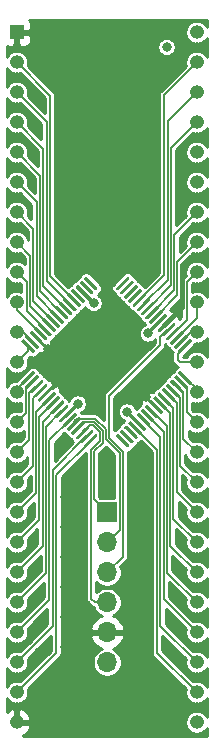
<source format=gbr>
%TF.GenerationSoftware,KiCad,Pcbnew,(5.1.9)-1*%
%TF.CreationDate,2021-10-06T21:40:27+02:00*%
%TF.ProjectId,Bluster,426c7573-7465-4722-9e6b-696361645f70,rev?*%
%TF.SameCoordinates,Original*%
%TF.FileFunction,Copper,L1,Top*%
%TF.FilePolarity,Positive*%
%FSLAX46Y46*%
G04 Gerber Fmt 4.6, Leading zero omitted, Abs format (unit mm)*
G04 Created by KiCad (PCBNEW (5.1.9)-1) date 2021-10-06 21:40:27*
%MOMM*%
%LPD*%
G01*
G04 APERTURE LIST*
%TA.AperFunction,ComponentPad*%
%ADD10O,1.200000X1.200000*%
%TD*%
%TA.AperFunction,ComponentPad*%
%ADD11R,1.200000X1.200000*%
%TD*%
%TA.AperFunction,ComponentPad*%
%ADD12O,1.700000X1.700000*%
%TD*%
%TA.AperFunction,ComponentPad*%
%ADD13R,1.700000X1.700000*%
%TD*%
%TA.AperFunction,ViaPad*%
%ADD14C,0.800000*%
%TD*%
%TA.AperFunction,Conductor*%
%ADD15C,0.127000*%
%TD*%
%TA.AperFunction,Conductor*%
%ADD16C,0.381000*%
%TD*%
%TA.AperFunction,Conductor*%
%ADD17C,0.304800*%
%TD*%
%TA.AperFunction,Conductor*%
%ADD18C,0.152400*%
%TD*%
%TA.AperFunction,Conductor*%
%ADD19C,0.254000*%
%TD*%
%TA.AperFunction,Conductor*%
%ADD20C,0.100000*%
%TD*%
G04 APERTURE END LIST*
D10*
%TO.P,J1,48*%
%TO.N,+5V*%
X176520000Y-39570000D03*
%TO.P,J1,24*%
%TO.N,GND*%
X161280000Y-97990000D03*
%TO.P,J1,47*%
%TO.N,/DOE*%
X176520000Y-42110000D03*
%TO.P,J1,23*%
%TO.N,/GBG*%
X161280000Y-95450000D03*
%TO.P,J1,46*%
%TO.N,/~DBOE*%
X176520000Y-44650000D03*
%TO.P,J1,22*%
%TO.N,/~C4*%
X161280000Y-92910000D03*
%TO.P,J1,45*%
%TO.N,/D2P*%
X176520000Y-47190000D03*
%TO.P,J1,21*%
%TO.N,/~C2*%
X161280000Y-90370000D03*
%TO.P,J1,44*%
%TO.N,Net-(J1-Pad44)*%
X176520000Y-49730000D03*
%TO.P,J1,20*%
%TO.N,/C3*%
X161280000Y-87830000D03*
%TO.P,J1,43*%
%TO.N,Net-(J1-Pad43)*%
X176520000Y-52270000D03*
%TO.P,J1,19*%
%TO.N,/C1*%
X161280000Y-85290000D03*
%TO.P,J1,42*%
%TO.N,/~RST*%
X176520000Y-54810000D03*
%TO.P,J1,18*%
%TO.N,/~CDAC*%
X161280000Y-82750000D03*
%TO.P,J1,41*%
%TO.N,/~OWN*%
X176520000Y-57350000D03*
%TO.P,J1,17*%
%TO.N,/~BG*%
X161280000Y-80210000D03*
%TO.P,J1,40*%
%TO.N,/~OVR*%
X176520000Y-59890000D03*
%TO.P,J1,16*%
%TO.N,/~SLAVE5*%
X161280000Y-77670000D03*
%TO.P,J1,39*%
%TO.N,/~BOSS*%
X176520000Y-62430000D03*
%TO.P,J1,15*%
%TO.N,/~SLAVE4*%
X161280000Y-75130000D03*
%TO.P,J1,38*%
%TO.N,/~UDS*%
X176520000Y-64970000D03*
%TO.P,J1,14*%
%TO.N,/~SLAVE3*%
X161280000Y-72590000D03*
%TO.P,J1,37*%
%TO.N,/~LDS*%
X176520000Y-67510000D03*
%TO.P,J1,13*%
%TO.N,/~SLAVE2*%
X161280000Y-70050000D03*
%TO.P,J1,36*%
%TO.N,/~AS*%
X176520000Y-70050000D03*
%TO.P,J1,12*%
%TO.N,/~SLAVE1*%
X161280000Y-67510000D03*
%TO.P,J1,35*%
%TO.N,/READ*%
X176520000Y-72590000D03*
%TO.P,J1,11*%
%TO.N,/~BR5*%
X161280000Y-64970000D03*
%TO.P,J1,34*%
%TO.N,/~A23*%
X176520000Y-75130000D03*
%TO.P,J1,10*%
%TO.N,/~BR4*%
X161280000Y-62430000D03*
%TO.P,J1,33*%
%TO.N,/~A22*%
X176520000Y-77670000D03*
%TO.P,J1,9*%
%TO.N,/~BR3*%
X161280000Y-59890000D03*
%TO.P,J1,32*%
%TO.N,/~A21*%
X176520000Y-80210000D03*
%TO.P,J1,8*%
%TO.N,/~BR2*%
X161280000Y-57350000D03*
%TO.P,J1,31*%
%TO.N,/~A20*%
X176520000Y-82750000D03*
%TO.P,J1,7*%
%TO.N,/~BR1*%
X161280000Y-54810000D03*
%TO.P,J1,30*%
%TO.N,/~A19*%
X176520000Y-85290000D03*
%TO.P,J1,6*%
%TO.N,/~BG5*%
X161280000Y-52270000D03*
%TO.P,J1,29*%
%TO.N,/~CBG*%
X176520000Y-87830000D03*
%TO.P,J1,5*%
%TO.N,/~BG4*%
X161280000Y-49730000D03*
%TO.P,J1,28*%
%TO.N,/~CBR*%
X176520000Y-90370000D03*
%TO.P,J1,4*%
%TO.N,/~BG3*%
X161280000Y-47190000D03*
%TO.P,J1,27*%
%TO.N,/~BR*%
X176520000Y-92910000D03*
%TO.P,J1,3*%
%TO.N,/~BG2*%
X161280000Y-44650000D03*
%TO.P,J1,26*%
%TO.N,/~BEER*%
X176520000Y-95450000D03*
%TO.P,J1,2*%
%TO.N,/~BG1*%
X161280000Y-42110000D03*
%TO.P,J1,25*%
%TO.N,Net-(J1-Pad25)*%
X176520000Y-97990000D03*
D11*
%TO.P,J1,1*%
%TO.N,GND*%
X161280000Y-39570000D03*
%TD*%
%TO.P,U1,64*%
%TO.N,Net-(U1-Pad64)*%
%TA.AperFunction,SMDPad,CuDef*%
G36*
G01*
X169675118Y-61194549D02*
X170612034Y-60257633D01*
G75*
G02*
X170718100Y-60257633I53033J-53033D01*
G01*
X170824166Y-60363699D01*
G75*
G02*
X170824166Y-60469765I-53033J-53033D01*
G01*
X169887250Y-61406681D01*
G75*
G02*
X169781184Y-61406681I-53033J53033D01*
G01*
X169675118Y-61300615D01*
G75*
G02*
X169675118Y-61194549I53033J53033D01*
G01*
G37*
%TD.AperFunction*%
%TO.P,U1,63*%
%TO.N,Net-(U1-Pad63)*%
%TA.AperFunction,SMDPad,CuDef*%
G36*
G01*
X170028671Y-61548103D02*
X170965587Y-60611187D01*
G75*
G02*
X171071653Y-60611187I53033J-53033D01*
G01*
X171177719Y-60717253D01*
G75*
G02*
X171177719Y-60823319I-53033J-53033D01*
G01*
X170240803Y-61760235D01*
G75*
G02*
X170134737Y-61760235I-53033J53033D01*
G01*
X170028671Y-61654169D01*
G75*
G02*
X170028671Y-61548103I53033J53033D01*
G01*
G37*
%TD.AperFunction*%
%TO.P,U1,62*%
%TO.N,Net-(U1-Pad62)*%
%TA.AperFunction,SMDPad,CuDef*%
G36*
G01*
X170382225Y-61901656D02*
X171319141Y-60964740D01*
G75*
G02*
X171425207Y-60964740I53033J-53033D01*
G01*
X171531273Y-61070806D01*
G75*
G02*
X171531273Y-61176872I-53033J-53033D01*
G01*
X170594357Y-62113788D01*
G75*
G02*
X170488291Y-62113788I-53033J53033D01*
G01*
X170382225Y-62007722D01*
G75*
G02*
X170382225Y-61901656I53033J53033D01*
G01*
G37*
%TD.AperFunction*%
%TO.P,U1,61*%
%TO.N,Net-(U1-Pad61)*%
%TA.AperFunction,SMDPad,CuDef*%
G36*
G01*
X170735778Y-62255210D02*
X171672694Y-61318294D01*
G75*
G02*
X171778760Y-61318294I53033J-53033D01*
G01*
X171884826Y-61424360D01*
G75*
G02*
X171884826Y-61530426I-53033J-53033D01*
G01*
X170947910Y-62467342D01*
G75*
G02*
X170841844Y-62467342I-53033J53033D01*
G01*
X170735778Y-62361276D01*
G75*
G02*
X170735778Y-62255210I53033J53033D01*
G01*
G37*
%TD.AperFunction*%
%TO.P,U1,60*%
%TO.N,/DOE*%
%TA.AperFunction,SMDPad,CuDef*%
G36*
G01*
X171089331Y-62608763D02*
X172026247Y-61671847D01*
G75*
G02*
X172132313Y-61671847I53033J-53033D01*
G01*
X172238379Y-61777913D01*
G75*
G02*
X172238379Y-61883979I-53033J-53033D01*
G01*
X171301463Y-62820895D01*
G75*
G02*
X171195397Y-62820895I-53033J53033D01*
G01*
X171089331Y-62714829D01*
G75*
G02*
X171089331Y-62608763I53033J53033D01*
G01*
G37*
%TD.AperFunction*%
%TO.P,U1,59*%
%TO.N,/~DBOE*%
%TA.AperFunction,SMDPad,CuDef*%
G36*
G01*
X171442885Y-62962316D02*
X172379801Y-62025400D01*
G75*
G02*
X172485867Y-62025400I53033J-53033D01*
G01*
X172591933Y-62131466D01*
G75*
G02*
X172591933Y-62237532I-53033J-53033D01*
G01*
X171655017Y-63174448D01*
G75*
G02*
X171548951Y-63174448I-53033J53033D01*
G01*
X171442885Y-63068382D01*
G75*
G02*
X171442885Y-62962316I53033J53033D01*
G01*
G37*
%TD.AperFunction*%
%TO.P,U1,58*%
%TO.N,/D2P*%
%TA.AperFunction,SMDPad,CuDef*%
G36*
G01*
X171796438Y-63315870D02*
X172733354Y-62378954D01*
G75*
G02*
X172839420Y-62378954I53033J-53033D01*
G01*
X172945486Y-62485020D01*
G75*
G02*
X172945486Y-62591086I-53033J-53033D01*
G01*
X172008570Y-63528002D01*
G75*
G02*
X171902504Y-63528002I-53033J53033D01*
G01*
X171796438Y-63421936D01*
G75*
G02*
X171796438Y-63315870I53033J53033D01*
G01*
G37*
%TD.AperFunction*%
%TO.P,U1,57*%
%TO.N,/~RST*%
%TA.AperFunction,SMDPad,CuDef*%
G36*
G01*
X172149991Y-63669423D02*
X173086907Y-62732507D01*
G75*
G02*
X173192973Y-62732507I53033J-53033D01*
G01*
X173299039Y-62838573D01*
G75*
G02*
X173299039Y-62944639I-53033J-53033D01*
G01*
X172362123Y-63881555D01*
G75*
G02*
X172256057Y-63881555I-53033J53033D01*
G01*
X172149991Y-63775489D01*
G75*
G02*
X172149991Y-63669423I53033J53033D01*
G01*
G37*
%TD.AperFunction*%
%TO.P,U1,56*%
%TO.N,/~OWN*%
%TA.AperFunction,SMDPad,CuDef*%
G36*
G01*
X172503545Y-64022977D02*
X173440461Y-63086061D01*
G75*
G02*
X173546527Y-63086061I53033J-53033D01*
G01*
X173652593Y-63192127D01*
G75*
G02*
X173652593Y-63298193I-53033J-53033D01*
G01*
X172715677Y-64235109D01*
G75*
G02*
X172609611Y-64235109I-53033J53033D01*
G01*
X172503545Y-64129043D01*
G75*
G02*
X172503545Y-64022977I53033J53033D01*
G01*
G37*
%TD.AperFunction*%
%TO.P,U1,55*%
%TO.N,+3V3*%
%TA.AperFunction,SMDPad,CuDef*%
G36*
G01*
X172857098Y-64376530D02*
X173794014Y-63439614D01*
G75*
G02*
X173900080Y-63439614I53033J-53033D01*
G01*
X174006146Y-63545680D01*
G75*
G02*
X174006146Y-63651746I-53033J-53033D01*
G01*
X173069230Y-64588662D01*
G75*
G02*
X172963164Y-64588662I-53033J53033D01*
G01*
X172857098Y-64482596D01*
G75*
G02*
X172857098Y-64376530I53033J53033D01*
G01*
G37*
%TD.AperFunction*%
%TO.P,U1,54*%
%TO.N,GND*%
%TA.AperFunction,SMDPad,CuDef*%
G36*
G01*
X173210652Y-64730083D02*
X174147568Y-63793167D01*
G75*
G02*
X174253634Y-63793167I53033J-53033D01*
G01*
X174359700Y-63899233D01*
G75*
G02*
X174359700Y-64005299I-53033J-53033D01*
G01*
X173422784Y-64942215D01*
G75*
G02*
X173316718Y-64942215I-53033J53033D01*
G01*
X173210652Y-64836149D01*
G75*
G02*
X173210652Y-64730083I53033J53033D01*
G01*
G37*
%TD.AperFunction*%
%TO.P,U1,53*%
%TO.N,/TDO*%
%TA.AperFunction,SMDPad,CuDef*%
G36*
G01*
X173564205Y-65083637D02*
X174501121Y-64146721D01*
G75*
G02*
X174607187Y-64146721I53033J-53033D01*
G01*
X174713253Y-64252787D01*
G75*
G02*
X174713253Y-64358853I-53033J-53033D01*
G01*
X173776337Y-65295769D01*
G75*
G02*
X173670271Y-65295769I-53033J53033D01*
G01*
X173564205Y-65189703D01*
G75*
G02*
X173564205Y-65083637I53033J53033D01*
G01*
G37*
%TD.AperFunction*%
%TO.P,U1,52*%
%TO.N,/~OVR*%
%TA.AperFunction,SMDPad,CuDef*%
G36*
G01*
X173917758Y-65437190D02*
X174854674Y-64500274D01*
G75*
G02*
X174960740Y-64500274I53033J-53033D01*
G01*
X175066806Y-64606340D01*
G75*
G02*
X175066806Y-64712406I-53033J-53033D01*
G01*
X174129890Y-65649322D01*
G75*
G02*
X174023824Y-65649322I-53033J53033D01*
G01*
X173917758Y-65543256D01*
G75*
G02*
X173917758Y-65437190I53033J53033D01*
G01*
G37*
%TD.AperFunction*%
%TO.P,U1,51*%
%TO.N,/~BOSS*%
%TA.AperFunction,SMDPad,CuDef*%
G36*
G01*
X174271312Y-65790743D02*
X175208228Y-64853827D01*
G75*
G02*
X175314294Y-64853827I53033J-53033D01*
G01*
X175420360Y-64959893D01*
G75*
G02*
X175420360Y-65065959I-53033J-53033D01*
G01*
X174483444Y-66002875D01*
G75*
G02*
X174377378Y-66002875I-53033J53033D01*
G01*
X174271312Y-65896809D01*
G75*
G02*
X174271312Y-65790743I53033J53033D01*
G01*
G37*
%TD.AperFunction*%
%TO.P,U1,50*%
%TO.N,/~UDS*%
%TA.AperFunction,SMDPad,CuDef*%
G36*
G01*
X174624865Y-66144297D02*
X175561781Y-65207381D01*
G75*
G02*
X175667847Y-65207381I53033J-53033D01*
G01*
X175773913Y-65313447D01*
G75*
G02*
X175773913Y-65419513I-53033J-53033D01*
G01*
X174836997Y-66356429D01*
G75*
G02*
X174730931Y-66356429I-53033J53033D01*
G01*
X174624865Y-66250363D01*
G75*
G02*
X174624865Y-66144297I53033J53033D01*
G01*
G37*
%TD.AperFunction*%
%TO.P,U1,49*%
%TO.N,/~LDS*%
%TA.AperFunction,SMDPad,CuDef*%
G36*
G01*
X174978419Y-66497850D02*
X175915335Y-65560934D01*
G75*
G02*
X176021401Y-65560934I53033J-53033D01*
G01*
X176127467Y-65667000D01*
G75*
G02*
X176127467Y-65773066I-53033J-53033D01*
G01*
X175190551Y-66709982D01*
G75*
G02*
X175084485Y-66709982I-53033J53033D01*
G01*
X174978419Y-66603916D01*
G75*
G02*
X174978419Y-66497850I53033J53033D01*
G01*
G37*
%TD.AperFunction*%
%TO.P,U1,48*%
%TO.N,/~AS*%
%TA.AperFunction,SMDPad,CuDef*%
G36*
G01*
X174978419Y-68371684D02*
X175084485Y-68265618D01*
G75*
G02*
X175190551Y-68265618I53033J-53033D01*
G01*
X176127467Y-69202534D01*
G75*
G02*
X176127467Y-69308600I-53033J-53033D01*
G01*
X176021401Y-69414666D01*
G75*
G02*
X175915335Y-69414666I-53033J53033D01*
G01*
X174978419Y-68477750D01*
G75*
G02*
X174978419Y-68371684I53033J53033D01*
G01*
G37*
%TD.AperFunction*%
%TO.P,U1,47*%
%TO.N,/READ*%
%TA.AperFunction,SMDPad,CuDef*%
G36*
G01*
X174624865Y-68725237D02*
X174730931Y-68619171D01*
G75*
G02*
X174836997Y-68619171I53033J-53033D01*
G01*
X175773913Y-69556087D01*
G75*
G02*
X175773913Y-69662153I-53033J-53033D01*
G01*
X175667847Y-69768219D01*
G75*
G02*
X175561781Y-69768219I-53033J53033D01*
G01*
X174624865Y-68831303D01*
G75*
G02*
X174624865Y-68725237I53033J53033D01*
G01*
G37*
%TD.AperFunction*%
%TO.P,U1,46*%
%TO.N,/~A23*%
%TA.AperFunction,SMDPad,CuDef*%
G36*
G01*
X174271312Y-69078791D02*
X174377378Y-68972725D01*
G75*
G02*
X174483444Y-68972725I53033J-53033D01*
G01*
X175420360Y-69909641D01*
G75*
G02*
X175420360Y-70015707I-53033J-53033D01*
G01*
X175314294Y-70121773D01*
G75*
G02*
X175208228Y-70121773I-53033J53033D01*
G01*
X174271312Y-69184857D01*
G75*
G02*
X174271312Y-69078791I53033J53033D01*
G01*
G37*
%TD.AperFunction*%
%TO.P,U1,45*%
%TO.N,/~A22*%
%TA.AperFunction,SMDPad,CuDef*%
G36*
G01*
X173917758Y-69432344D02*
X174023824Y-69326278D01*
G75*
G02*
X174129890Y-69326278I53033J-53033D01*
G01*
X175066806Y-70263194D01*
G75*
G02*
X175066806Y-70369260I-53033J-53033D01*
G01*
X174960740Y-70475326D01*
G75*
G02*
X174854674Y-70475326I-53033J53033D01*
G01*
X173917758Y-69538410D01*
G75*
G02*
X173917758Y-69432344I53033J53033D01*
G01*
G37*
%TD.AperFunction*%
%TO.P,U1,44*%
%TO.N,/~A21*%
%TA.AperFunction,SMDPad,CuDef*%
G36*
G01*
X173564205Y-69785897D02*
X173670271Y-69679831D01*
G75*
G02*
X173776337Y-69679831I53033J-53033D01*
G01*
X174713253Y-70616747D01*
G75*
G02*
X174713253Y-70722813I-53033J-53033D01*
G01*
X174607187Y-70828879D01*
G75*
G02*
X174501121Y-70828879I-53033J53033D01*
G01*
X173564205Y-69891963D01*
G75*
G02*
X173564205Y-69785897I53033J53033D01*
G01*
G37*
%TD.AperFunction*%
%TO.P,U1,43*%
%TO.N,/~A20*%
%TA.AperFunction,SMDPad,CuDef*%
G36*
G01*
X173210652Y-70139451D02*
X173316718Y-70033385D01*
G75*
G02*
X173422784Y-70033385I53033J-53033D01*
G01*
X174359700Y-70970301D01*
G75*
G02*
X174359700Y-71076367I-53033J-53033D01*
G01*
X174253634Y-71182433D01*
G75*
G02*
X174147568Y-71182433I-53033J53033D01*
G01*
X173210652Y-70245517D01*
G75*
G02*
X173210652Y-70139451I53033J53033D01*
G01*
G37*
%TD.AperFunction*%
%TO.P,U1,42*%
%TO.N,/~A19*%
%TA.AperFunction,SMDPad,CuDef*%
G36*
G01*
X172857098Y-70493004D02*
X172963164Y-70386938D01*
G75*
G02*
X173069230Y-70386938I53033J-53033D01*
G01*
X174006146Y-71323854D01*
G75*
G02*
X174006146Y-71429920I-53033J-53033D01*
G01*
X173900080Y-71535986D01*
G75*
G02*
X173794014Y-71535986I-53033J53033D01*
G01*
X172857098Y-70599070D01*
G75*
G02*
X172857098Y-70493004I53033J53033D01*
G01*
G37*
%TD.AperFunction*%
%TO.P,U1,41*%
%TO.N,GND*%
%TA.AperFunction,SMDPad,CuDef*%
G36*
G01*
X172503545Y-70846557D02*
X172609611Y-70740491D01*
G75*
G02*
X172715677Y-70740491I53033J-53033D01*
G01*
X173652593Y-71677407D01*
G75*
G02*
X173652593Y-71783473I-53033J-53033D01*
G01*
X173546527Y-71889539D01*
G75*
G02*
X173440461Y-71889539I-53033J53033D01*
G01*
X172503545Y-70952623D01*
G75*
G02*
X172503545Y-70846557I53033J53033D01*
G01*
G37*
%TD.AperFunction*%
%TO.P,U1,40*%
%TO.N,/~CBG*%
%TA.AperFunction,SMDPad,CuDef*%
G36*
G01*
X172149991Y-71200111D02*
X172256057Y-71094045D01*
G75*
G02*
X172362123Y-71094045I53033J-53033D01*
G01*
X173299039Y-72030961D01*
G75*
G02*
X173299039Y-72137027I-53033J-53033D01*
G01*
X173192973Y-72243093D01*
G75*
G02*
X173086907Y-72243093I-53033J53033D01*
G01*
X172149991Y-71306177D01*
G75*
G02*
X172149991Y-71200111I53033J53033D01*
G01*
G37*
%TD.AperFunction*%
%TO.P,U1,39*%
%TO.N,/~CBR*%
%TA.AperFunction,SMDPad,CuDef*%
G36*
G01*
X171796438Y-71553664D02*
X171902504Y-71447598D01*
G75*
G02*
X172008570Y-71447598I53033J-53033D01*
G01*
X172945486Y-72384514D01*
G75*
G02*
X172945486Y-72490580I-53033J-53033D01*
G01*
X172839420Y-72596646D01*
G75*
G02*
X172733354Y-72596646I-53033J53033D01*
G01*
X171796438Y-71659730D01*
G75*
G02*
X171796438Y-71553664I53033J53033D01*
G01*
G37*
%TD.AperFunction*%
%TO.P,U1,38*%
%TO.N,/~BR*%
%TA.AperFunction,SMDPad,CuDef*%
G36*
G01*
X171442885Y-71907218D02*
X171548951Y-71801152D01*
G75*
G02*
X171655017Y-71801152I53033J-53033D01*
G01*
X172591933Y-72738068D01*
G75*
G02*
X172591933Y-72844134I-53033J-53033D01*
G01*
X172485867Y-72950200D01*
G75*
G02*
X172379801Y-72950200I-53033J53033D01*
G01*
X171442885Y-72013284D01*
G75*
G02*
X171442885Y-71907218I53033J53033D01*
G01*
G37*
%TD.AperFunction*%
%TO.P,U1,37*%
%TO.N,+3V3*%
%TA.AperFunction,SMDPad,CuDef*%
G36*
G01*
X171089331Y-72260771D02*
X171195397Y-72154705D01*
G75*
G02*
X171301463Y-72154705I53033J-53033D01*
G01*
X172238379Y-73091621D01*
G75*
G02*
X172238379Y-73197687I-53033J-53033D01*
G01*
X172132313Y-73303753D01*
G75*
G02*
X172026247Y-73303753I-53033J53033D01*
G01*
X171089331Y-72366837D01*
G75*
G02*
X171089331Y-72260771I53033J53033D01*
G01*
G37*
%TD.AperFunction*%
%TO.P,U1,36*%
%TO.N,/~BEER*%
%TA.AperFunction,SMDPad,CuDef*%
G36*
G01*
X170735778Y-72614324D02*
X170841844Y-72508258D01*
G75*
G02*
X170947910Y-72508258I53033J-53033D01*
G01*
X171884826Y-73445174D01*
G75*
G02*
X171884826Y-73551240I-53033J-53033D01*
G01*
X171778760Y-73657306D01*
G75*
G02*
X171672694Y-73657306I-53033J53033D01*
G01*
X170735778Y-72720390D01*
G75*
G02*
X170735778Y-72614324I53033J53033D01*
G01*
G37*
%TD.AperFunction*%
%TO.P,U1,35*%
%TO.N,Net-(U1-Pad35)*%
%TA.AperFunction,SMDPad,CuDef*%
G36*
G01*
X170382225Y-72967878D02*
X170488291Y-72861812D01*
G75*
G02*
X170594357Y-72861812I53033J-53033D01*
G01*
X171531273Y-73798728D01*
G75*
G02*
X171531273Y-73904794I-53033J-53033D01*
G01*
X171425207Y-74010860D01*
G75*
G02*
X171319141Y-74010860I-53033J53033D01*
G01*
X170382225Y-73073944D01*
G75*
G02*
X170382225Y-72967878I53033J53033D01*
G01*
G37*
%TD.AperFunction*%
%TO.P,U1,34*%
%TO.N,Net-(U1-Pad34)*%
%TA.AperFunction,SMDPad,CuDef*%
G36*
G01*
X170028671Y-73321431D02*
X170134737Y-73215365D01*
G75*
G02*
X170240803Y-73215365I53033J-53033D01*
G01*
X171177719Y-74152281D01*
G75*
G02*
X171177719Y-74258347I-53033J-53033D01*
G01*
X171071653Y-74364413D01*
G75*
G02*
X170965587Y-74364413I-53033J53033D01*
G01*
X170028671Y-73427497D01*
G75*
G02*
X170028671Y-73321431I53033J53033D01*
G01*
G37*
%TD.AperFunction*%
%TO.P,U1,33*%
%TO.N,Net-(U1-Pad33)*%
%TA.AperFunction,SMDPad,CuDef*%
G36*
G01*
X169675118Y-73674985D02*
X169781184Y-73568919D01*
G75*
G02*
X169887250Y-73568919I53033J-53033D01*
G01*
X170824166Y-74505835D01*
G75*
G02*
X170824166Y-74611901I-53033J-53033D01*
G01*
X170718100Y-74717967D01*
G75*
G02*
X170612034Y-74717967I-53033J53033D01*
G01*
X169675118Y-73781051D01*
G75*
G02*
X169675118Y-73674985I53033J53033D01*
G01*
G37*
%TD.AperFunction*%
%TO.P,U1,32*%
%TO.N,/GBG*%
%TA.AperFunction,SMDPad,CuDef*%
G36*
G01*
X166970434Y-74505835D02*
X167907350Y-73568919D01*
G75*
G02*
X168013416Y-73568919I53033J-53033D01*
G01*
X168119482Y-73674985D01*
G75*
G02*
X168119482Y-73781051I-53033J-53033D01*
G01*
X167182566Y-74717967D01*
G75*
G02*
X167076500Y-74717967I-53033J53033D01*
G01*
X166970434Y-74611901D01*
G75*
G02*
X166970434Y-74505835I53033J53033D01*
G01*
G37*
%TD.AperFunction*%
%TO.P,U1,31*%
%TO.N,/~C4*%
%TA.AperFunction,SMDPad,CuDef*%
G36*
G01*
X166616881Y-74152281D02*
X167553797Y-73215365D01*
G75*
G02*
X167659863Y-73215365I53033J-53033D01*
G01*
X167765929Y-73321431D01*
G75*
G02*
X167765929Y-73427497I-53033J-53033D01*
G01*
X166829013Y-74364413D01*
G75*
G02*
X166722947Y-74364413I-53033J53033D01*
G01*
X166616881Y-74258347D01*
G75*
G02*
X166616881Y-74152281I53033J53033D01*
G01*
G37*
%TD.AperFunction*%
%TO.P,U1,30*%
%TO.N,/TCK*%
%TA.AperFunction,SMDPad,CuDef*%
G36*
G01*
X166263327Y-73798728D02*
X167200243Y-72861812D01*
G75*
G02*
X167306309Y-72861812I53033J-53033D01*
G01*
X167412375Y-72967878D01*
G75*
G02*
X167412375Y-73073944I-53033J-53033D01*
G01*
X166475459Y-74010860D01*
G75*
G02*
X166369393Y-74010860I-53033J53033D01*
G01*
X166263327Y-73904794D01*
G75*
G02*
X166263327Y-73798728I53033J53033D01*
G01*
G37*
%TD.AperFunction*%
%TO.P,U1,29*%
%TO.N,/TMS*%
%TA.AperFunction,SMDPad,CuDef*%
G36*
G01*
X165909774Y-73445174D02*
X166846690Y-72508258D01*
G75*
G02*
X166952756Y-72508258I53033J-53033D01*
G01*
X167058822Y-72614324D01*
G75*
G02*
X167058822Y-72720390I-53033J-53033D01*
G01*
X166121906Y-73657306D01*
G75*
G02*
X166015840Y-73657306I-53033J53033D01*
G01*
X165909774Y-73551240D01*
G75*
G02*
X165909774Y-73445174I53033J53033D01*
G01*
G37*
%TD.AperFunction*%
%TO.P,U1,28*%
%TO.N,/TDI*%
%TA.AperFunction,SMDPad,CuDef*%
G36*
G01*
X165556221Y-73091621D02*
X166493137Y-72154705D01*
G75*
G02*
X166599203Y-72154705I53033J-53033D01*
G01*
X166705269Y-72260771D01*
G75*
G02*
X166705269Y-72366837I-53033J-53033D01*
G01*
X165768353Y-73303753D01*
G75*
G02*
X165662287Y-73303753I-53033J53033D01*
G01*
X165556221Y-73197687D01*
G75*
G02*
X165556221Y-73091621I53033J53033D01*
G01*
G37*
%TD.AperFunction*%
%TO.P,U1,27*%
%TO.N,/~C2*%
%TA.AperFunction,SMDPad,CuDef*%
G36*
G01*
X165202667Y-72738068D02*
X166139583Y-71801152D01*
G75*
G02*
X166245649Y-71801152I53033J-53033D01*
G01*
X166351715Y-71907218D01*
G75*
G02*
X166351715Y-72013284I-53033J-53033D01*
G01*
X165414799Y-72950200D01*
G75*
G02*
X165308733Y-72950200I-53033J53033D01*
G01*
X165202667Y-72844134D01*
G75*
G02*
X165202667Y-72738068I53033J53033D01*
G01*
G37*
%TD.AperFunction*%
%TO.P,U1,26*%
%TO.N,+3V3*%
%TA.AperFunction,SMDPad,CuDef*%
G36*
G01*
X164849114Y-72384514D02*
X165786030Y-71447598D01*
G75*
G02*
X165892096Y-71447598I53033J-53033D01*
G01*
X165998162Y-71553664D01*
G75*
G02*
X165998162Y-71659730I-53033J-53033D01*
G01*
X165061246Y-72596646D01*
G75*
G02*
X164955180Y-72596646I-53033J53033D01*
G01*
X164849114Y-72490580D01*
G75*
G02*
X164849114Y-72384514I53033J53033D01*
G01*
G37*
%TD.AperFunction*%
%TO.P,U1,25*%
%TO.N,/C3*%
%TA.AperFunction,SMDPad,CuDef*%
G36*
G01*
X164495561Y-72030961D02*
X165432477Y-71094045D01*
G75*
G02*
X165538543Y-71094045I53033J-53033D01*
G01*
X165644609Y-71200111D01*
G75*
G02*
X165644609Y-71306177I-53033J-53033D01*
G01*
X164707693Y-72243093D01*
G75*
G02*
X164601627Y-72243093I-53033J53033D01*
G01*
X164495561Y-72137027D01*
G75*
G02*
X164495561Y-72030961I53033J53033D01*
G01*
G37*
%TD.AperFunction*%
%TO.P,U1,24*%
%TO.N,/C1*%
%TA.AperFunction,SMDPad,CuDef*%
G36*
G01*
X164142007Y-71677407D02*
X165078923Y-70740491D01*
G75*
G02*
X165184989Y-70740491I53033J-53033D01*
G01*
X165291055Y-70846557D01*
G75*
G02*
X165291055Y-70952623I-53033J-53033D01*
G01*
X164354139Y-71889539D01*
G75*
G02*
X164248073Y-71889539I-53033J53033D01*
G01*
X164142007Y-71783473D01*
G75*
G02*
X164142007Y-71677407I53033J53033D01*
G01*
G37*
%TD.AperFunction*%
%TO.P,U1,23*%
%TO.N,/~CDAC*%
%TA.AperFunction,SMDPad,CuDef*%
G36*
G01*
X163788454Y-71323854D02*
X164725370Y-70386938D01*
G75*
G02*
X164831436Y-70386938I53033J-53033D01*
G01*
X164937502Y-70493004D01*
G75*
G02*
X164937502Y-70599070I-53033J-53033D01*
G01*
X164000586Y-71535986D01*
G75*
G02*
X163894520Y-71535986I-53033J53033D01*
G01*
X163788454Y-71429920D01*
G75*
G02*
X163788454Y-71323854I53033J53033D01*
G01*
G37*
%TD.AperFunction*%
%TO.P,U1,22*%
%TO.N,/~BG*%
%TA.AperFunction,SMDPad,CuDef*%
G36*
G01*
X163434900Y-70970301D02*
X164371816Y-70033385D01*
G75*
G02*
X164477882Y-70033385I53033J-53033D01*
G01*
X164583948Y-70139451D01*
G75*
G02*
X164583948Y-70245517I-53033J-53033D01*
G01*
X163647032Y-71182433D01*
G75*
G02*
X163540966Y-71182433I-53033J53033D01*
G01*
X163434900Y-71076367D01*
G75*
G02*
X163434900Y-70970301I53033J53033D01*
G01*
G37*
%TD.AperFunction*%
%TO.P,U1,21*%
%TO.N,GND*%
%TA.AperFunction,SMDPad,CuDef*%
G36*
G01*
X163081347Y-70616747D02*
X164018263Y-69679831D01*
G75*
G02*
X164124329Y-69679831I53033J-53033D01*
G01*
X164230395Y-69785897D01*
G75*
G02*
X164230395Y-69891963I-53033J-53033D01*
G01*
X163293479Y-70828879D01*
G75*
G02*
X163187413Y-70828879I-53033J53033D01*
G01*
X163081347Y-70722813D01*
G75*
G02*
X163081347Y-70616747I53033J53033D01*
G01*
G37*
%TD.AperFunction*%
%TO.P,U1,20*%
%TO.N,/~SLAVE5*%
%TA.AperFunction,SMDPad,CuDef*%
G36*
G01*
X162727794Y-70263194D02*
X163664710Y-69326278D01*
G75*
G02*
X163770776Y-69326278I53033J-53033D01*
G01*
X163876842Y-69432344D01*
G75*
G02*
X163876842Y-69538410I-53033J-53033D01*
G01*
X162939926Y-70475326D01*
G75*
G02*
X162833860Y-70475326I-53033J53033D01*
G01*
X162727794Y-70369260D01*
G75*
G02*
X162727794Y-70263194I53033J53033D01*
G01*
G37*
%TD.AperFunction*%
%TO.P,U1,19*%
%TO.N,/~SLAVE4*%
%TA.AperFunction,SMDPad,CuDef*%
G36*
G01*
X162374240Y-69909641D02*
X163311156Y-68972725D01*
G75*
G02*
X163417222Y-68972725I53033J-53033D01*
G01*
X163523288Y-69078791D01*
G75*
G02*
X163523288Y-69184857I-53033J-53033D01*
G01*
X162586372Y-70121773D01*
G75*
G02*
X162480306Y-70121773I-53033J53033D01*
G01*
X162374240Y-70015707D01*
G75*
G02*
X162374240Y-69909641I53033J53033D01*
G01*
G37*
%TD.AperFunction*%
%TO.P,U1,18*%
%TO.N,/~SLAVE3*%
%TA.AperFunction,SMDPad,CuDef*%
G36*
G01*
X162020687Y-69556087D02*
X162957603Y-68619171D01*
G75*
G02*
X163063669Y-68619171I53033J-53033D01*
G01*
X163169735Y-68725237D01*
G75*
G02*
X163169735Y-68831303I-53033J-53033D01*
G01*
X162232819Y-69768219D01*
G75*
G02*
X162126753Y-69768219I-53033J53033D01*
G01*
X162020687Y-69662153D01*
G75*
G02*
X162020687Y-69556087I53033J53033D01*
G01*
G37*
%TD.AperFunction*%
%TO.P,U1,17*%
%TO.N,/~SLAVE2*%
%TA.AperFunction,SMDPad,CuDef*%
G36*
G01*
X161667133Y-69202534D02*
X162604049Y-68265618D01*
G75*
G02*
X162710115Y-68265618I53033J-53033D01*
G01*
X162816181Y-68371684D01*
G75*
G02*
X162816181Y-68477750I-53033J-53033D01*
G01*
X161879265Y-69414666D01*
G75*
G02*
X161773199Y-69414666I-53033J53033D01*
G01*
X161667133Y-69308600D01*
G75*
G02*
X161667133Y-69202534I53033J53033D01*
G01*
G37*
%TD.AperFunction*%
%TO.P,U1,16*%
%TO.N,/~SLAVE1*%
%TA.AperFunction,SMDPad,CuDef*%
G36*
G01*
X161667133Y-65667000D02*
X161773199Y-65560934D01*
G75*
G02*
X161879265Y-65560934I53033J-53033D01*
G01*
X162816181Y-66497850D01*
G75*
G02*
X162816181Y-66603916I-53033J-53033D01*
G01*
X162710115Y-66709982D01*
G75*
G02*
X162604049Y-66709982I-53033J53033D01*
G01*
X161667133Y-65773066D01*
G75*
G02*
X161667133Y-65667000I53033J53033D01*
G01*
G37*
%TD.AperFunction*%
%TO.P,U1,15*%
%TO.N,/~BR5*%
%TA.AperFunction,SMDPad,CuDef*%
G36*
G01*
X162020687Y-65313447D02*
X162126753Y-65207381D01*
G75*
G02*
X162232819Y-65207381I53033J-53033D01*
G01*
X163169735Y-66144297D01*
G75*
G02*
X163169735Y-66250363I-53033J-53033D01*
G01*
X163063669Y-66356429D01*
G75*
G02*
X162957603Y-66356429I-53033J53033D01*
G01*
X162020687Y-65419513D01*
G75*
G02*
X162020687Y-65313447I53033J53033D01*
G01*
G37*
%TD.AperFunction*%
%TO.P,U1,14*%
%TO.N,GND*%
%TA.AperFunction,SMDPad,CuDef*%
G36*
G01*
X162374240Y-64959893D02*
X162480306Y-64853827D01*
G75*
G02*
X162586372Y-64853827I53033J-53033D01*
G01*
X163523288Y-65790743D01*
G75*
G02*
X163523288Y-65896809I-53033J-53033D01*
G01*
X163417222Y-66002875D01*
G75*
G02*
X163311156Y-66002875I-53033J53033D01*
G01*
X162374240Y-65065959D01*
G75*
G02*
X162374240Y-64959893I53033J53033D01*
G01*
G37*
%TD.AperFunction*%
%TO.P,U1,13*%
%TO.N,/~BR4*%
%TA.AperFunction,SMDPad,CuDef*%
G36*
G01*
X162727794Y-64606340D02*
X162833860Y-64500274D01*
G75*
G02*
X162939926Y-64500274I53033J-53033D01*
G01*
X163876842Y-65437190D01*
G75*
G02*
X163876842Y-65543256I-53033J-53033D01*
G01*
X163770776Y-65649322D01*
G75*
G02*
X163664710Y-65649322I-53033J53033D01*
G01*
X162727794Y-64712406D01*
G75*
G02*
X162727794Y-64606340I53033J53033D01*
G01*
G37*
%TD.AperFunction*%
%TO.P,U1,12*%
%TO.N,/~BR3*%
%TA.AperFunction,SMDPad,CuDef*%
G36*
G01*
X163081347Y-64252787D02*
X163187413Y-64146721D01*
G75*
G02*
X163293479Y-64146721I53033J-53033D01*
G01*
X164230395Y-65083637D01*
G75*
G02*
X164230395Y-65189703I-53033J-53033D01*
G01*
X164124329Y-65295769D01*
G75*
G02*
X164018263Y-65295769I-53033J53033D01*
G01*
X163081347Y-64358853D01*
G75*
G02*
X163081347Y-64252787I53033J53033D01*
G01*
G37*
%TD.AperFunction*%
%TO.P,U1,11*%
%TO.N,/~BR2*%
%TA.AperFunction,SMDPad,CuDef*%
G36*
G01*
X163434900Y-63899233D02*
X163540966Y-63793167D01*
G75*
G02*
X163647032Y-63793167I53033J-53033D01*
G01*
X164583948Y-64730083D01*
G75*
G02*
X164583948Y-64836149I-53033J-53033D01*
G01*
X164477882Y-64942215D01*
G75*
G02*
X164371816Y-64942215I-53033J53033D01*
G01*
X163434900Y-64005299D01*
G75*
G02*
X163434900Y-63899233I53033J53033D01*
G01*
G37*
%TD.AperFunction*%
%TO.P,U1,10*%
%TO.N,/~BR1*%
%TA.AperFunction,SMDPad,CuDef*%
G36*
G01*
X163788454Y-63545680D02*
X163894520Y-63439614D01*
G75*
G02*
X164000586Y-63439614I53033J-53033D01*
G01*
X164937502Y-64376530D01*
G75*
G02*
X164937502Y-64482596I-53033J-53033D01*
G01*
X164831436Y-64588662D01*
G75*
G02*
X164725370Y-64588662I-53033J53033D01*
G01*
X163788454Y-63651746D01*
G75*
G02*
X163788454Y-63545680I53033J53033D01*
G01*
G37*
%TD.AperFunction*%
%TO.P,U1,9*%
%TO.N,/~BG5*%
%TA.AperFunction,SMDPad,CuDef*%
G36*
G01*
X164142007Y-63192127D02*
X164248073Y-63086061D01*
G75*
G02*
X164354139Y-63086061I53033J-53033D01*
G01*
X165291055Y-64022977D01*
G75*
G02*
X165291055Y-64129043I-53033J-53033D01*
G01*
X165184989Y-64235109D01*
G75*
G02*
X165078923Y-64235109I-53033J53033D01*
G01*
X164142007Y-63298193D01*
G75*
G02*
X164142007Y-63192127I53033J53033D01*
G01*
G37*
%TD.AperFunction*%
%TO.P,U1,8*%
%TO.N,/~BG4*%
%TA.AperFunction,SMDPad,CuDef*%
G36*
G01*
X164495561Y-62838573D02*
X164601627Y-62732507D01*
G75*
G02*
X164707693Y-62732507I53033J-53033D01*
G01*
X165644609Y-63669423D01*
G75*
G02*
X165644609Y-63775489I-53033J-53033D01*
G01*
X165538543Y-63881555D01*
G75*
G02*
X165432477Y-63881555I-53033J53033D01*
G01*
X164495561Y-62944639D01*
G75*
G02*
X164495561Y-62838573I53033J53033D01*
G01*
G37*
%TD.AperFunction*%
%TO.P,U1,7*%
%TO.N,/~BG3*%
%TA.AperFunction,SMDPad,CuDef*%
G36*
G01*
X164849114Y-62485020D02*
X164955180Y-62378954D01*
G75*
G02*
X165061246Y-62378954I53033J-53033D01*
G01*
X165998162Y-63315870D01*
G75*
G02*
X165998162Y-63421936I-53033J-53033D01*
G01*
X165892096Y-63528002D01*
G75*
G02*
X165786030Y-63528002I-53033J53033D01*
G01*
X164849114Y-62591086D01*
G75*
G02*
X164849114Y-62485020I53033J53033D01*
G01*
G37*
%TD.AperFunction*%
%TO.P,U1,6*%
%TO.N,/~BG2*%
%TA.AperFunction,SMDPad,CuDef*%
G36*
G01*
X165202667Y-62131466D02*
X165308733Y-62025400D01*
G75*
G02*
X165414799Y-62025400I53033J-53033D01*
G01*
X166351715Y-62962316D01*
G75*
G02*
X166351715Y-63068382I-53033J-53033D01*
G01*
X166245649Y-63174448D01*
G75*
G02*
X166139583Y-63174448I-53033J53033D01*
G01*
X165202667Y-62237532D01*
G75*
G02*
X165202667Y-62131466I53033J53033D01*
G01*
G37*
%TD.AperFunction*%
%TO.P,U1,5*%
%TO.N,/~BG1*%
%TA.AperFunction,SMDPad,CuDef*%
G36*
G01*
X165556221Y-61777913D02*
X165662287Y-61671847D01*
G75*
G02*
X165768353Y-61671847I53033J-53033D01*
G01*
X166705269Y-62608763D01*
G75*
G02*
X166705269Y-62714829I-53033J-53033D01*
G01*
X166599203Y-62820895D01*
G75*
G02*
X166493137Y-62820895I-53033J53033D01*
G01*
X165556221Y-61883979D01*
G75*
G02*
X165556221Y-61777913I53033J53033D01*
G01*
G37*
%TD.AperFunction*%
%TO.P,U1,4*%
%TO.N,Net-(U1-Pad4)*%
%TA.AperFunction,SMDPad,CuDef*%
G36*
G01*
X165909774Y-61424360D02*
X166015840Y-61318294D01*
G75*
G02*
X166121906Y-61318294I53033J-53033D01*
G01*
X167058822Y-62255210D01*
G75*
G02*
X167058822Y-62361276I-53033J-53033D01*
G01*
X166952756Y-62467342D01*
G75*
G02*
X166846690Y-62467342I-53033J53033D01*
G01*
X165909774Y-61530426D01*
G75*
G02*
X165909774Y-61424360I53033J53033D01*
G01*
G37*
%TD.AperFunction*%
%TO.P,U1,3*%
%TO.N,+3V3*%
%TA.AperFunction,SMDPad,CuDef*%
G36*
G01*
X166263327Y-61070806D02*
X166369393Y-60964740D01*
G75*
G02*
X166475459Y-60964740I53033J-53033D01*
G01*
X167412375Y-61901656D01*
G75*
G02*
X167412375Y-62007722I-53033J-53033D01*
G01*
X167306309Y-62113788D01*
G75*
G02*
X167200243Y-62113788I-53033J53033D01*
G01*
X166263327Y-61176872D01*
G75*
G02*
X166263327Y-61070806I53033J53033D01*
G01*
G37*
%TD.AperFunction*%
%TO.P,U1,2*%
%TO.N,Net-(U1-Pad2)*%
%TA.AperFunction,SMDPad,CuDef*%
G36*
G01*
X166616881Y-60717253D02*
X166722947Y-60611187D01*
G75*
G02*
X166829013Y-60611187I53033J-53033D01*
G01*
X167765929Y-61548103D01*
G75*
G02*
X167765929Y-61654169I-53033J-53033D01*
G01*
X167659863Y-61760235D01*
G75*
G02*
X167553797Y-61760235I-53033J53033D01*
G01*
X166616881Y-60823319D01*
G75*
G02*
X166616881Y-60717253I53033J53033D01*
G01*
G37*
%TD.AperFunction*%
%TO.P,U1,1*%
%TO.N,Net-(U1-Pad1)*%
%TA.AperFunction,SMDPad,CuDef*%
G36*
G01*
X166970434Y-60363699D02*
X167076500Y-60257633D01*
G75*
G02*
X167182566Y-60257633I53033J-53033D01*
G01*
X168119482Y-61194549D01*
G75*
G02*
X168119482Y-61300615I-53033J-53033D01*
G01*
X168013416Y-61406681D01*
G75*
G02*
X167907350Y-61406681I-53033J53033D01*
G01*
X166970434Y-60469765D01*
G75*
G02*
X166970434Y-60363699I53033J53033D01*
G01*
G37*
%TD.AperFunction*%
%TD*%
D12*
%TO.P,J2,6*%
%TO.N,+3V3*%
X168941958Y-92910000D03*
%TO.P,J2,5*%
%TO.N,GND*%
X168941958Y-90370000D03*
%TO.P,J2,4*%
%TO.N,/TCK*%
X168941958Y-87830000D03*
%TO.P,J2,3*%
%TO.N,/TDO*%
X168941958Y-85290000D03*
%TO.P,J2,2*%
%TO.N,/TDI*%
X168941958Y-82750000D03*
D13*
%TO.P,J2,1*%
%TO.N,/TMS*%
X168941958Y-80210000D03*
%TD*%
D14*
%TO.N,*%
X173967069Y-40835015D03*
%TO.N,GND*%
X165280500Y-74495000D03*
X164836000Y-58620000D03*
X164836000Y-56080000D03*
X164836000Y-53540000D03*
X163756500Y-43380000D03*
X171948000Y-48396500D03*
X172773500Y-56080000D03*
X172773500Y-53540000D03*
X172773500Y-58620000D03*
X172329000Y-78940000D03*
X172329000Y-76400000D03*
X172329000Y-91640000D03*
X172329000Y-89100000D03*
X172329000Y-84020000D03*
X172329000Y-94180000D03*
X172329000Y-86560000D03*
X172329000Y-81480000D03*
X165407500Y-78940000D03*
X165407500Y-81480000D03*
X165407500Y-91640000D03*
X165407500Y-86560000D03*
X165407500Y-94180000D03*
X165407500Y-84020000D03*
X165407500Y-89100000D03*
X161280000Y-81480000D03*
X161280000Y-78940000D03*
X161280000Y-76400000D03*
X161280000Y-73860000D03*
X161280000Y-71320000D03*
X161280000Y-68780000D03*
X161280000Y-61160000D03*
X161280000Y-58620000D03*
X161280000Y-56080000D03*
X161280000Y-53540000D03*
X161280000Y-51000000D03*
X161280000Y-48460000D03*
X161280000Y-45920000D03*
X161280000Y-43380000D03*
X161280000Y-40840000D03*
X161280000Y-84020000D03*
X161280000Y-86560000D03*
X161280000Y-89100000D03*
X161280000Y-91640000D03*
X161280000Y-94180000D03*
X161280000Y-96720000D03*
X176520000Y-96720000D03*
X176520000Y-94180000D03*
X176520000Y-91640000D03*
X176520000Y-89100000D03*
X176520000Y-86560000D03*
X176520000Y-84020000D03*
X176520000Y-81480000D03*
X176520000Y-78940000D03*
X176520000Y-76400000D03*
X176520000Y-73860000D03*
X176520000Y-71320000D03*
X176520000Y-61160000D03*
X176520000Y-58620000D03*
X176520000Y-56080000D03*
X176520000Y-53540000D03*
X176520000Y-51000000D03*
X176520000Y-48460000D03*
X176520000Y-40840000D03*
X164582000Y-69288000D03*
X163947000Y-66367000D03*
X176520000Y-66240000D03*
X172189069Y-70426015D03*
X168900000Y-76654000D03*
%TO.N,+3V3*%
X166439638Y-71006122D03*
X170598526Y-71676622D03*
X167794237Y-62487878D03*
X172377036Y-65066911D03*
%TD*%
D15*
%TO.N,GND*%
X163008351Y-65428351D02*
X163947000Y-66367000D01*
X162948764Y-65428351D02*
X163008351Y-65428351D01*
X163655871Y-70214129D02*
X163655871Y-70254355D01*
X164582000Y-69288000D02*
X163655871Y-70214129D01*
X173078069Y-71315015D02*
X172189069Y-70426015D01*
D16*
X175287924Y-62864943D02*
X175287924Y-59286391D01*
X173785176Y-64367691D02*
X175287924Y-62864943D01*
X175287924Y-59286391D02*
X175954315Y-58620000D01*
X175954315Y-58620000D02*
X176520000Y-58620000D01*
D17*
%TO.N,+3V3*%
X165423638Y-72022122D02*
X166185638Y-71260122D01*
X166185638Y-71260122D02*
X166439638Y-71006122D01*
X170598526Y-71676622D02*
X171651133Y-72729229D01*
X171651133Y-72729229D02*
X171663855Y-72729229D01*
X166845623Y-61539264D02*
X167794237Y-62487878D01*
X166837851Y-61539264D02*
X166845623Y-61539264D01*
X173431622Y-64014138D02*
X173429809Y-64014138D01*
X173429809Y-64014138D02*
X172377036Y-65066911D01*
D15*
%TO.N,/TCK*%
X167910484Y-87830000D02*
X168941958Y-87830000D01*
X167589622Y-87509138D02*
X167910484Y-87830000D01*
X167589622Y-74936138D02*
X167589622Y-87509138D01*
X168331959Y-74193801D02*
X167589622Y-74936138D01*
X168331959Y-73392475D02*
X168331959Y-74193801D01*
X167716622Y-72777138D02*
X168331959Y-73392475D01*
X167497049Y-72777138D02*
X167716622Y-72777138D01*
X166837851Y-73436336D02*
X167497049Y-72777138D01*
%TO.N,/TDO*%
X170256632Y-83975326D02*
X168941958Y-85290000D01*
X170256632Y-75063148D02*
X170256632Y-83975326D01*
X169093988Y-73900504D02*
X170256632Y-75063148D01*
X174138729Y-64721245D02*
X174101755Y-64721245D01*
X173421742Y-66016750D02*
X169093988Y-70344504D01*
X173421742Y-65401258D02*
X173421742Y-66016750D01*
X169093988Y-70344504D02*
X169093988Y-73900504D01*
X174101755Y-64721245D02*
X173421742Y-65401258D01*
%TO.N,/TDI*%
X166130745Y-72729229D02*
X166130745Y-72517097D01*
X166130745Y-72517097D02*
X166378723Y-72269119D01*
X167927052Y-72269120D02*
X168839978Y-73182048D01*
X166378723Y-72269119D02*
X167927052Y-72269120D01*
X168839978Y-73182048D02*
X168839978Y-74027494D01*
X168839978Y-74027494D02*
X170002622Y-75190138D01*
X170002622Y-75190138D02*
X170002622Y-81689336D01*
X170002622Y-81689336D02*
X168941958Y-82750000D01*
%TO.N,/TMS*%
X167843622Y-79111664D02*
X168941958Y-80210000D01*
X167843622Y-75041362D02*
X167843622Y-79111664D01*
X168585968Y-74299016D02*
X167843622Y-75041362D01*
X167821837Y-72523129D02*
X168585969Y-73287261D01*
X168585969Y-73287261D02*
X168585968Y-74299016D01*
X167043951Y-72523129D02*
X167821837Y-72523129D01*
X166484298Y-73082782D02*
X167043951Y-72523129D01*
D18*
%TO.N,/DOE*%
X173776569Y-60133657D02*
X173776569Y-44853431D01*
X171663855Y-62246371D02*
X173776569Y-60133657D01*
X173776569Y-44853431D02*
X176520000Y-42110000D01*
%TO.N,/GBG*%
X164623958Y-92106042D02*
X161280000Y-95450000D01*
X164623958Y-77064443D02*
X164623958Y-92106042D01*
X167544958Y-74143443D02*
X164623958Y-77064443D01*
%TO.N,/~DBOE*%
X174055980Y-60561353D02*
X174055980Y-47114020D01*
X174055980Y-47114020D02*
X176520000Y-44650000D01*
X172017409Y-62599924D02*
X174055980Y-60561353D01*
%TO.N,/~C4*%
X162683258Y-91506742D02*
X161280000Y-92910000D01*
X163892707Y-90297293D02*
X162683258Y-91506742D01*
X167191405Y-73789889D02*
X164319241Y-76662053D01*
X164319241Y-89870759D02*
X162683258Y-91506742D01*
X164319241Y-76662053D02*
X164319241Y-89870759D01*
%TO.N,/D2P*%
X174335391Y-60989049D02*
X174335391Y-49374609D01*
X172370962Y-62953478D02*
X174335391Y-60989049D01*
X174335391Y-49374609D02*
X176520000Y-47190000D01*
%TO.N,/~C2*%
X163638697Y-88011303D02*
X161280000Y-90370000D01*
X165777191Y-72375676D02*
X164039831Y-74113036D01*
X164039831Y-87610169D02*
X161280000Y-90370000D01*
X164039831Y-74113036D02*
X164039831Y-87610169D01*
%TO.N,/C3*%
X163384687Y-85725313D02*
X161280000Y-87830000D01*
X163760421Y-72978233D02*
X163760421Y-85349579D01*
X165070085Y-71668569D02*
X163760421Y-72978233D01*
X163760421Y-85349579D02*
X161280000Y-87830000D01*
%TO.N,/C1*%
X162556258Y-84013742D02*
X161280000Y-85290000D01*
X163130677Y-83439323D02*
X162556258Y-84013742D01*
X163481011Y-72550535D02*
X163481011Y-83088989D01*
X163481011Y-83088989D02*
X162556258Y-84013742D01*
X164716531Y-71315015D02*
X163481011Y-72550535D01*
%TO.N,/~RST*%
X172724515Y-63307031D02*
X174614802Y-61416744D01*
X174614802Y-61416744D02*
X174614802Y-56715198D01*
X174614802Y-56715198D02*
X176520000Y-54810000D01*
%TO.N,/~CDAC*%
X162876667Y-81153333D02*
X161280000Y-82750000D01*
X164362978Y-70961462D02*
X163201601Y-72122839D01*
X163201601Y-72122839D02*
X163201601Y-80828399D01*
X163201601Y-80828399D02*
X161280000Y-82750000D01*
%TO.N,/~OWN*%
X173078069Y-63660585D02*
X174894213Y-61844441D01*
X174894213Y-58975787D02*
X176520000Y-57350000D01*
X174894213Y-61844441D02*
X174894213Y-58975787D01*
%TO.N,/~BG*%
X162622657Y-78867343D02*
X161280000Y-80210000D01*
X164009424Y-70607909D02*
X162922191Y-71695142D01*
X162922191Y-71695142D02*
X162922191Y-78567809D01*
X162922191Y-78567809D02*
X161280000Y-80210000D01*
%TO.N,/~OVR*%
X175681635Y-60728365D02*
X176520000Y-59890000D01*
X174492282Y-65074798D02*
X175681635Y-63885445D01*
X175681635Y-63885445D02*
X175681635Y-60728365D01*
%TO.N,/~SLAVE5*%
X162368657Y-76581343D02*
X161280000Y-77670000D01*
X162642780Y-76307220D02*
X161280000Y-77670000D01*
X163302318Y-69900802D02*
X162642780Y-70560340D01*
X162642780Y-70560340D02*
X162642780Y-76307220D01*
%TO.N,/~BOSS*%
X176520000Y-63754187D02*
X176520000Y-62430000D01*
X174845836Y-65428351D02*
X176520000Y-63754187D01*
%TO.N,/~SLAVE4*%
X161993366Y-74416633D02*
X161280000Y-75130000D01*
X162070501Y-74339499D02*
X161993366Y-74416633D01*
X162363369Y-74046630D02*
X161993366Y-74416633D01*
X162363369Y-71901779D02*
X162363369Y-74046630D01*
X162948764Y-69547249D02*
X162363369Y-70132644D01*
X162363369Y-70132644D02*
X162363369Y-71901779D01*
%TO.N,/~UDS*%
X176011294Y-64970000D02*
X176520000Y-64970000D01*
X175199389Y-65781905D02*
X176011294Y-64970000D01*
%TO.N,/~SLAVE3*%
X162070501Y-70448237D02*
X162070501Y-71799499D01*
X162083201Y-69705705D02*
X162083201Y-70435537D01*
X162595211Y-69193695D02*
X162083201Y-69705705D01*
X162070501Y-71799499D02*
X161280000Y-72590000D01*
X162083201Y-70435537D02*
X162070501Y-70448237D01*
%TO.N,/~LDS*%
X176520000Y-67510000D02*
X175135515Y-67510000D01*
X175135515Y-67510000D02*
X174910958Y-67285443D01*
X174910958Y-66777443D02*
X175552943Y-66135458D01*
X174910958Y-67285443D02*
X174910958Y-66777443D01*
%TO.N,/~SLAVE2*%
X161280000Y-69801799D02*
X161280000Y-70050000D01*
X162241657Y-68840142D02*
X161280000Y-69801799D01*
%TO.N,/~AS*%
X176520000Y-69807199D02*
X176520000Y-70050000D01*
X175552943Y-68840142D02*
X176520000Y-69807199D01*
%TO.N,/~SLAVE1*%
X162241657Y-66516458D02*
X162241657Y-66135458D01*
X161280000Y-67478115D02*
X162241657Y-66516458D01*
X161280000Y-67510000D02*
X161280000Y-67478115D01*
%TO.N,/READ*%
X175672958Y-71742958D02*
X176520000Y-72590000D01*
X175199389Y-69193695D02*
X175672958Y-69667264D01*
X175672958Y-69667264D02*
X175672958Y-71742958D01*
%TO.N,/~BR5*%
X161783306Y-64970000D02*
X161280000Y-64970000D01*
X162595211Y-65781905D02*
X161783306Y-64970000D01*
%TO.N,/~A23*%
X175393547Y-74003547D02*
X176520000Y-75130000D01*
X175393547Y-71858695D02*
X175393547Y-74003547D01*
X175393547Y-70094960D02*
X175393547Y-71858695D01*
X174845836Y-69547249D02*
X175393547Y-70094960D01*
%TO.N,/~BR4*%
X161280000Y-63052480D02*
X161280000Y-62430000D01*
X163302318Y-65074798D02*
X161280000Y-63052480D01*
%TO.N,/~A22*%
X175114136Y-70522656D02*
X175114136Y-76264136D01*
X175114136Y-76264136D02*
X176520000Y-77670000D01*
X174492282Y-69900802D02*
X175114136Y-70522656D01*
%TO.N,/~BR3*%
X162138855Y-63204229D02*
X162138855Y-60748855D01*
X162138855Y-60748855D02*
X161280000Y-59890000D01*
X163655871Y-64721245D02*
X162138855Y-63204229D01*
%TO.N,/~A21*%
X174834725Y-78524725D02*
X176520000Y-80210000D01*
X174834725Y-70950351D02*
X174834725Y-78524725D01*
X174138729Y-70254355D02*
X174834725Y-70950351D01*
%TO.N,/~BR2*%
X164009424Y-64367691D02*
X162418266Y-62776533D01*
X162418266Y-62776533D02*
X162418266Y-58488266D01*
X162418266Y-58488266D02*
X161280000Y-57350000D01*
%TO.N,/~A20*%
X174555316Y-71378049D02*
X174555316Y-80785316D01*
X173785176Y-70607909D02*
X174555316Y-71378049D01*
X174555316Y-80785316D02*
X176520000Y-82750000D01*
%TO.N,/~BR1*%
X164362978Y-64014138D02*
X162697675Y-62348835D01*
X162697675Y-62348835D02*
X162697675Y-56227675D01*
X162697675Y-56227675D02*
X161280000Y-54810000D01*
%TO.N,/~A19*%
X174275905Y-83045905D02*
X174275905Y-71805745D01*
X176520000Y-85290000D02*
X174275905Y-83045905D01*
X174275905Y-71805745D02*
X173431622Y-70961462D01*
%TO.N,/~BG5*%
X164716531Y-63660585D02*
X162977086Y-61921140D01*
X162977086Y-53967086D02*
X161280000Y-52270000D01*
X162977086Y-61921140D02*
X162977086Y-53967086D01*
%TO.N,/~CBG*%
X173996494Y-72940548D02*
X173996494Y-85306494D01*
X173996494Y-85306494D02*
X176520000Y-87830000D01*
X172724515Y-71668569D02*
X173996494Y-72940548D01*
%TO.N,/~BG4*%
X163256495Y-61493441D02*
X163256495Y-51706495D01*
X163256495Y-51706495D02*
X161280000Y-49730000D01*
X165070085Y-63307031D02*
X163256495Y-61493441D01*
%TO.N,/~CBR*%
X173717083Y-87567083D02*
X176520000Y-90370000D01*
X173717083Y-73368243D02*
X173717083Y-87567083D01*
X172370962Y-72022122D02*
X173717083Y-73368243D01*
%TO.N,/~BG3*%
X163535906Y-61065746D02*
X163535906Y-49445906D01*
X165423638Y-62953478D02*
X163535906Y-61065746D01*
X163535906Y-49445906D02*
X161280000Y-47190000D01*
%TO.N,/~BR*%
X173437674Y-89827674D02*
X176520000Y-92910000D01*
X173437674Y-73795941D02*
X173437674Y-89827674D01*
X172017409Y-72375676D02*
X173437674Y-73795941D01*
%TO.N,/~BG2*%
X163815315Y-47185315D02*
X161280000Y-44650000D01*
X163815315Y-60638048D02*
X163815315Y-47185315D01*
X165777191Y-62599924D02*
X163815315Y-60638048D01*
%TO.N,/~BEER*%
X173158263Y-92088263D02*
X176520000Y-95450000D01*
X173158263Y-74930743D02*
X173158263Y-92088263D01*
X171310302Y-73082782D02*
X173158263Y-74930743D01*
%TO.N,/~BG1*%
X164094726Y-44924726D02*
X161280000Y-42110000D01*
X164094726Y-60210352D02*
X164094726Y-44924726D01*
X166130745Y-62246371D02*
X164094726Y-60210352D01*
%TD*%
D19*
%TO.N,GND*%
X172701063Y-75120122D02*
X172701064Y-92065803D01*
X172698852Y-92088263D01*
X172701064Y-92110723D01*
X172707679Y-92177890D01*
X172733823Y-92264072D01*
X172776277Y-92343499D01*
X172833411Y-92413116D01*
X172850856Y-92427433D01*
X175579797Y-95156375D01*
X175576699Y-95163853D01*
X175539000Y-95353380D01*
X175539000Y-95546620D01*
X175576699Y-95736147D01*
X175650649Y-95914678D01*
X175758007Y-96075351D01*
X175894649Y-96211993D01*
X176055322Y-96319351D01*
X176233853Y-96393301D01*
X176423380Y-96431000D01*
X176616620Y-96431000D01*
X176806147Y-96393301D01*
X176984678Y-96319351D01*
X177145351Y-96211993D01*
X177281993Y-96075351D01*
X177389351Y-95914678D01*
X177394000Y-95903454D01*
X177394000Y-97536546D01*
X177389351Y-97525322D01*
X177281993Y-97364649D01*
X177145351Y-97228007D01*
X176984678Y-97120649D01*
X176806147Y-97046699D01*
X176616620Y-97009000D01*
X176423380Y-97009000D01*
X176233853Y-97046699D01*
X176055322Y-97120649D01*
X175894649Y-97228007D01*
X175758007Y-97364649D01*
X175650649Y-97525322D01*
X175576699Y-97703853D01*
X175539000Y-97893380D01*
X175539000Y-98086620D01*
X175576699Y-98276147D01*
X175650649Y-98454678D01*
X175758007Y-98615351D01*
X175894649Y-98751993D01*
X176055322Y-98859351D01*
X176233853Y-98933301D01*
X176423380Y-98971000D01*
X176616620Y-98971000D01*
X176806147Y-98933301D01*
X176984678Y-98859351D01*
X177145351Y-98751993D01*
X177281993Y-98615351D01*
X177389351Y-98454678D01*
X177394000Y-98443454D01*
X177394000Y-99108000D01*
X161799161Y-99108000D01*
X161824341Y-99098572D01*
X162030153Y-98971075D01*
X162207137Y-98805876D01*
X162348492Y-98609324D01*
X162448785Y-98388971D01*
X162473462Y-98307609D01*
X162348731Y-98117000D01*
X161407000Y-98117000D01*
X161407000Y-98137000D01*
X161153000Y-98137000D01*
X161153000Y-98117000D01*
X161133000Y-98117000D01*
X161133000Y-97863000D01*
X161153000Y-97863000D01*
X161153000Y-96920291D01*
X161407000Y-96920291D01*
X161407000Y-97863000D01*
X162348731Y-97863000D01*
X162473462Y-97672391D01*
X162448785Y-97591029D01*
X162348492Y-97370676D01*
X162207137Y-97174124D01*
X162030153Y-97008925D01*
X161824341Y-96881428D01*
X161597610Y-96796533D01*
X161407000Y-96920291D01*
X161153000Y-96920291D01*
X160962390Y-96796533D01*
X160735659Y-96881428D01*
X160529847Y-97008925D01*
X160426000Y-97105857D01*
X160426000Y-95937652D01*
X160518007Y-96075351D01*
X160654649Y-96211993D01*
X160815322Y-96319351D01*
X160993853Y-96393301D01*
X161183380Y-96431000D01*
X161376620Y-96431000D01*
X161566147Y-96393301D01*
X161744678Y-96319351D01*
X161905351Y-96211993D01*
X162041993Y-96075351D01*
X162149351Y-95914678D01*
X162223301Y-95736147D01*
X162261000Y-95546620D01*
X162261000Y-95353380D01*
X162223301Y-95163853D01*
X162220203Y-95156374D01*
X164931372Y-92445207D01*
X164948811Y-92430895D01*
X164963123Y-92413456D01*
X164963129Y-92413450D01*
X165005945Y-92361278D01*
X165048399Y-92281852D01*
X165054484Y-92261793D01*
X165074543Y-92195669D01*
X165081158Y-92128502D01*
X165081158Y-92128492D01*
X165083369Y-92106042D01*
X165081158Y-92083592D01*
X165081158Y-90726890D01*
X167500482Y-90726890D01*
X167545133Y-90874099D01*
X167670317Y-91136920D01*
X167844370Y-91370269D01*
X168060603Y-91565178D01*
X168310706Y-91714157D01*
X168473126Y-91771772D01*
X168358861Y-91819102D01*
X168157241Y-91953820D01*
X167985778Y-92125283D01*
X167851060Y-92326903D01*
X167758265Y-92550931D01*
X167710958Y-92788757D01*
X167710958Y-93031243D01*
X167758265Y-93269069D01*
X167851060Y-93493097D01*
X167985778Y-93694717D01*
X168157241Y-93866180D01*
X168358861Y-94000898D01*
X168582889Y-94093693D01*
X168820715Y-94141000D01*
X169063201Y-94141000D01*
X169301027Y-94093693D01*
X169525055Y-94000898D01*
X169726675Y-93866180D01*
X169898138Y-93694717D01*
X170032856Y-93493097D01*
X170125651Y-93269069D01*
X170172958Y-93031243D01*
X170172958Y-92788757D01*
X170125651Y-92550931D01*
X170032856Y-92326903D01*
X169898138Y-92125283D01*
X169726675Y-91953820D01*
X169525055Y-91819102D01*
X169410790Y-91771772D01*
X169573210Y-91714157D01*
X169823313Y-91565178D01*
X170039546Y-91370269D01*
X170213599Y-91136920D01*
X170338783Y-90874099D01*
X170383434Y-90726890D01*
X170262113Y-90497000D01*
X169068958Y-90497000D01*
X169068958Y-90517000D01*
X168814958Y-90517000D01*
X168814958Y-90497000D01*
X167621803Y-90497000D01*
X167500482Y-90726890D01*
X165081158Y-90726890D01*
X165081158Y-77253820D01*
X167145122Y-75189857D01*
X167145123Y-87487308D01*
X167142973Y-87509138D01*
X167151555Y-87596275D01*
X167176971Y-87680063D01*
X167218246Y-87757283D01*
X167259877Y-87808010D01*
X167259881Y-87808014D01*
X167273794Y-87824967D01*
X167290747Y-87838880D01*
X167580742Y-88128875D01*
X167594655Y-88145829D01*
X167662339Y-88201376D01*
X167739558Y-88242651D01*
X167786337Y-88256841D01*
X167851060Y-88413097D01*
X167985778Y-88614717D01*
X168157241Y-88786180D01*
X168358861Y-88920898D01*
X168473126Y-88968228D01*
X168310706Y-89025843D01*
X168060603Y-89174822D01*
X167844370Y-89369731D01*
X167670317Y-89603080D01*
X167545133Y-89865901D01*
X167500482Y-90013110D01*
X167621803Y-90243000D01*
X168814958Y-90243000D01*
X168814958Y-90223000D01*
X169068958Y-90223000D01*
X169068958Y-90243000D01*
X170262113Y-90243000D01*
X170383434Y-90013110D01*
X170338783Y-89865901D01*
X170213599Y-89603080D01*
X170039546Y-89369731D01*
X169823313Y-89174822D01*
X169573210Y-89025843D01*
X169410790Y-88968228D01*
X169525055Y-88920898D01*
X169726675Y-88786180D01*
X169898138Y-88614717D01*
X170032856Y-88413097D01*
X170125651Y-88189069D01*
X170172958Y-87951243D01*
X170172958Y-87708757D01*
X170125651Y-87470931D01*
X170032856Y-87246903D01*
X169898138Y-87045283D01*
X169726675Y-86873820D01*
X169525055Y-86739102D01*
X169301027Y-86646307D01*
X169063201Y-86599000D01*
X168820715Y-86599000D01*
X168582889Y-86646307D01*
X168358861Y-86739102D01*
X168157241Y-86873820D01*
X168034122Y-86996939D01*
X168034122Y-86123061D01*
X168157241Y-86246180D01*
X168358861Y-86380898D01*
X168582889Y-86473693D01*
X168820715Y-86521000D01*
X169063201Y-86521000D01*
X169301027Y-86473693D01*
X169525055Y-86380898D01*
X169726675Y-86246180D01*
X169898138Y-86074717D01*
X170032856Y-85873097D01*
X170125651Y-85649069D01*
X170172958Y-85411243D01*
X170172958Y-85168757D01*
X170125651Y-84930931D01*
X170068242Y-84792333D01*
X170555508Y-84305068D01*
X170572461Y-84291155D01*
X170586374Y-84274202D01*
X170586377Y-84274199D01*
X170628008Y-84223472D01*
X170669283Y-84146252D01*
X170682291Y-84103369D01*
X170694700Y-84062463D01*
X170701132Y-83997156D01*
X170701132Y-83997146D01*
X170703281Y-83975326D01*
X170701132Y-83953506D01*
X170701132Y-75119225D01*
X170754388Y-75113980D01*
X170840276Y-75087926D01*
X170919431Y-75045617D01*
X170988811Y-74988678D01*
X171094877Y-74882612D01*
X171151816Y-74813232D01*
X171194023Y-74734268D01*
X171272984Y-74692063D01*
X171342364Y-74635124D01*
X171448430Y-74529058D01*
X171505369Y-74459678D01*
X171547574Y-74380717D01*
X171626538Y-74338510D01*
X171695918Y-74281571D01*
X171779216Y-74198273D01*
X172701063Y-75120122D01*
%TA.AperFunction,Conductor*%
D20*
G36*
X172701063Y-75120122D02*
G01*
X172701064Y-92065803D01*
X172698852Y-92088263D01*
X172701064Y-92110723D01*
X172707679Y-92177890D01*
X172733823Y-92264072D01*
X172776277Y-92343499D01*
X172833411Y-92413116D01*
X172850856Y-92427433D01*
X175579797Y-95156375D01*
X175576699Y-95163853D01*
X175539000Y-95353380D01*
X175539000Y-95546620D01*
X175576699Y-95736147D01*
X175650649Y-95914678D01*
X175758007Y-96075351D01*
X175894649Y-96211993D01*
X176055322Y-96319351D01*
X176233853Y-96393301D01*
X176423380Y-96431000D01*
X176616620Y-96431000D01*
X176806147Y-96393301D01*
X176984678Y-96319351D01*
X177145351Y-96211993D01*
X177281993Y-96075351D01*
X177389351Y-95914678D01*
X177394000Y-95903454D01*
X177394000Y-97536546D01*
X177389351Y-97525322D01*
X177281993Y-97364649D01*
X177145351Y-97228007D01*
X176984678Y-97120649D01*
X176806147Y-97046699D01*
X176616620Y-97009000D01*
X176423380Y-97009000D01*
X176233853Y-97046699D01*
X176055322Y-97120649D01*
X175894649Y-97228007D01*
X175758007Y-97364649D01*
X175650649Y-97525322D01*
X175576699Y-97703853D01*
X175539000Y-97893380D01*
X175539000Y-98086620D01*
X175576699Y-98276147D01*
X175650649Y-98454678D01*
X175758007Y-98615351D01*
X175894649Y-98751993D01*
X176055322Y-98859351D01*
X176233853Y-98933301D01*
X176423380Y-98971000D01*
X176616620Y-98971000D01*
X176806147Y-98933301D01*
X176984678Y-98859351D01*
X177145351Y-98751993D01*
X177281993Y-98615351D01*
X177389351Y-98454678D01*
X177394000Y-98443454D01*
X177394000Y-99108000D01*
X161799161Y-99108000D01*
X161824341Y-99098572D01*
X162030153Y-98971075D01*
X162207137Y-98805876D01*
X162348492Y-98609324D01*
X162448785Y-98388971D01*
X162473462Y-98307609D01*
X162348731Y-98117000D01*
X161407000Y-98117000D01*
X161407000Y-98137000D01*
X161153000Y-98137000D01*
X161153000Y-98117000D01*
X161133000Y-98117000D01*
X161133000Y-97863000D01*
X161153000Y-97863000D01*
X161153000Y-96920291D01*
X161407000Y-96920291D01*
X161407000Y-97863000D01*
X162348731Y-97863000D01*
X162473462Y-97672391D01*
X162448785Y-97591029D01*
X162348492Y-97370676D01*
X162207137Y-97174124D01*
X162030153Y-97008925D01*
X161824341Y-96881428D01*
X161597610Y-96796533D01*
X161407000Y-96920291D01*
X161153000Y-96920291D01*
X160962390Y-96796533D01*
X160735659Y-96881428D01*
X160529847Y-97008925D01*
X160426000Y-97105857D01*
X160426000Y-95937652D01*
X160518007Y-96075351D01*
X160654649Y-96211993D01*
X160815322Y-96319351D01*
X160993853Y-96393301D01*
X161183380Y-96431000D01*
X161376620Y-96431000D01*
X161566147Y-96393301D01*
X161744678Y-96319351D01*
X161905351Y-96211993D01*
X162041993Y-96075351D01*
X162149351Y-95914678D01*
X162223301Y-95736147D01*
X162261000Y-95546620D01*
X162261000Y-95353380D01*
X162223301Y-95163853D01*
X162220203Y-95156374D01*
X164931372Y-92445207D01*
X164948811Y-92430895D01*
X164963123Y-92413456D01*
X164963129Y-92413450D01*
X165005945Y-92361278D01*
X165048399Y-92281852D01*
X165054484Y-92261793D01*
X165074543Y-92195669D01*
X165081158Y-92128502D01*
X165081158Y-92128492D01*
X165083369Y-92106042D01*
X165081158Y-92083592D01*
X165081158Y-90726890D01*
X167500482Y-90726890D01*
X167545133Y-90874099D01*
X167670317Y-91136920D01*
X167844370Y-91370269D01*
X168060603Y-91565178D01*
X168310706Y-91714157D01*
X168473126Y-91771772D01*
X168358861Y-91819102D01*
X168157241Y-91953820D01*
X167985778Y-92125283D01*
X167851060Y-92326903D01*
X167758265Y-92550931D01*
X167710958Y-92788757D01*
X167710958Y-93031243D01*
X167758265Y-93269069D01*
X167851060Y-93493097D01*
X167985778Y-93694717D01*
X168157241Y-93866180D01*
X168358861Y-94000898D01*
X168582889Y-94093693D01*
X168820715Y-94141000D01*
X169063201Y-94141000D01*
X169301027Y-94093693D01*
X169525055Y-94000898D01*
X169726675Y-93866180D01*
X169898138Y-93694717D01*
X170032856Y-93493097D01*
X170125651Y-93269069D01*
X170172958Y-93031243D01*
X170172958Y-92788757D01*
X170125651Y-92550931D01*
X170032856Y-92326903D01*
X169898138Y-92125283D01*
X169726675Y-91953820D01*
X169525055Y-91819102D01*
X169410790Y-91771772D01*
X169573210Y-91714157D01*
X169823313Y-91565178D01*
X170039546Y-91370269D01*
X170213599Y-91136920D01*
X170338783Y-90874099D01*
X170383434Y-90726890D01*
X170262113Y-90497000D01*
X169068958Y-90497000D01*
X169068958Y-90517000D01*
X168814958Y-90517000D01*
X168814958Y-90497000D01*
X167621803Y-90497000D01*
X167500482Y-90726890D01*
X165081158Y-90726890D01*
X165081158Y-77253820D01*
X167145122Y-75189857D01*
X167145123Y-87487308D01*
X167142973Y-87509138D01*
X167151555Y-87596275D01*
X167176971Y-87680063D01*
X167218246Y-87757283D01*
X167259877Y-87808010D01*
X167259881Y-87808014D01*
X167273794Y-87824967D01*
X167290747Y-87838880D01*
X167580742Y-88128875D01*
X167594655Y-88145829D01*
X167662339Y-88201376D01*
X167739558Y-88242651D01*
X167786337Y-88256841D01*
X167851060Y-88413097D01*
X167985778Y-88614717D01*
X168157241Y-88786180D01*
X168358861Y-88920898D01*
X168473126Y-88968228D01*
X168310706Y-89025843D01*
X168060603Y-89174822D01*
X167844370Y-89369731D01*
X167670317Y-89603080D01*
X167545133Y-89865901D01*
X167500482Y-90013110D01*
X167621803Y-90243000D01*
X168814958Y-90243000D01*
X168814958Y-90223000D01*
X169068958Y-90223000D01*
X169068958Y-90243000D01*
X170262113Y-90243000D01*
X170383434Y-90013110D01*
X170338783Y-89865901D01*
X170213599Y-89603080D01*
X170039546Y-89369731D01*
X169823313Y-89174822D01*
X169573210Y-89025843D01*
X169410790Y-88968228D01*
X169525055Y-88920898D01*
X169726675Y-88786180D01*
X169898138Y-88614717D01*
X170032856Y-88413097D01*
X170125651Y-88189069D01*
X170172958Y-87951243D01*
X170172958Y-87708757D01*
X170125651Y-87470931D01*
X170032856Y-87246903D01*
X169898138Y-87045283D01*
X169726675Y-86873820D01*
X169525055Y-86739102D01*
X169301027Y-86646307D01*
X169063201Y-86599000D01*
X168820715Y-86599000D01*
X168582889Y-86646307D01*
X168358861Y-86739102D01*
X168157241Y-86873820D01*
X168034122Y-86996939D01*
X168034122Y-86123061D01*
X168157241Y-86246180D01*
X168358861Y-86380898D01*
X168582889Y-86473693D01*
X168820715Y-86521000D01*
X169063201Y-86521000D01*
X169301027Y-86473693D01*
X169525055Y-86380898D01*
X169726675Y-86246180D01*
X169898138Y-86074717D01*
X170032856Y-85873097D01*
X170125651Y-85649069D01*
X170172958Y-85411243D01*
X170172958Y-85168757D01*
X170125651Y-84930931D01*
X170068242Y-84792333D01*
X170555508Y-84305068D01*
X170572461Y-84291155D01*
X170586374Y-84274202D01*
X170586377Y-84274199D01*
X170628008Y-84223472D01*
X170669283Y-84146252D01*
X170682291Y-84103369D01*
X170694700Y-84062463D01*
X170701132Y-83997156D01*
X170701132Y-83997146D01*
X170703281Y-83975326D01*
X170701132Y-83953506D01*
X170701132Y-75119225D01*
X170754388Y-75113980D01*
X170840276Y-75087926D01*
X170919431Y-75045617D01*
X170988811Y-74988678D01*
X171094877Y-74882612D01*
X171151816Y-74813232D01*
X171194023Y-74734268D01*
X171272984Y-74692063D01*
X171342364Y-74635124D01*
X171448430Y-74529058D01*
X171505369Y-74459678D01*
X171547574Y-74380717D01*
X171626538Y-74338510D01*
X171695918Y-74281571D01*
X171779216Y-74198273D01*
X172701063Y-75120122D01*
G37*
%TD.AperFunction*%
D19*
X175579797Y-92616374D02*
X175576699Y-92623853D01*
X175539000Y-92813380D01*
X175539000Y-93006620D01*
X175576699Y-93196147D01*
X175650649Y-93374678D01*
X175758007Y-93535351D01*
X175894649Y-93671993D01*
X176055322Y-93779351D01*
X176233853Y-93853301D01*
X176423380Y-93891000D01*
X176616620Y-93891000D01*
X176806147Y-93853301D01*
X176984678Y-93779351D01*
X177145351Y-93671993D01*
X177281993Y-93535351D01*
X177389351Y-93374678D01*
X177394000Y-93363454D01*
X177394000Y-94996546D01*
X177389351Y-94985322D01*
X177281993Y-94824649D01*
X177145351Y-94688007D01*
X176984678Y-94580649D01*
X176806147Y-94506699D01*
X176616620Y-94469000D01*
X176423380Y-94469000D01*
X176233853Y-94506699D01*
X176226375Y-94509797D01*
X173615463Y-91898886D01*
X173615463Y-90652040D01*
X175579797Y-92616374D01*
%TA.AperFunction,Conductor*%
D20*
G36*
X175579797Y-92616374D02*
G01*
X175576699Y-92623853D01*
X175539000Y-92813380D01*
X175539000Y-93006620D01*
X175576699Y-93196147D01*
X175650649Y-93374678D01*
X175758007Y-93535351D01*
X175894649Y-93671993D01*
X176055322Y-93779351D01*
X176233853Y-93853301D01*
X176423380Y-93891000D01*
X176616620Y-93891000D01*
X176806147Y-93853301D01*
X176984678Y-93779351D01*
X177145351Y-93671993D01*
X177281993Y-93535351D01*
X177389351Y-93374678D01*
X177394000Y-93363454D01*
X177394000Y-94996546D01*
X177389351Y-94985322D01*
X177281993Y-94824649D01*
X177145351Y-94688007D01*
X176984678Y-94580649D01*
X176806147Y-94506699D01*
X176616620Y-94469000D01*
X176423380Y-94469000D01*
X176233853Y-94506699D01*
X176226375Y-94509797D01*
X173615463Y-91898886D01*
X173615463Y-90652040D01*
X175579797Y-92616374D01*
G37*
%TD.AperFunction*%
D19*
X164166759Y-91916662D02*
X161573626Y-94509797D01*
X161566147Y-94506699D01*
X161376620Y-94469000D01*
X161183380Y-94469000D01*
X160993853Y-94506699D01*
X160815322Y-94580649D01*
X160654649Y-94688007D01*
X160518007Y-94824649D01*
X160426000Y-94962348D01*
X160426000Y-93397652D01*
X160518007Y-93535351D01*
X160654649Y-93671993D01*
X160815322Y-93779351D01*
X160993853Y-93853301D01*
X161183380Y-93891000D01*
X161376620Y-93891000D01*
X161566147Y-93853301D01*
X161744678Y-93779351D01*
X161905351Y-93671993D01*
X162041993Y-93535351D01*
X162149351Y-93374678D01*
X162223301Y-93196147D01*
X162261000Y-93006620D01*
X162261000Y-92813380D01*
X162223301Y-92623853D01*
X162220203Y-92616374D01*
X163022428Y-91814150D01*
X163022432Y-91814145D01*
X163597226Y-91239351D01*
X164166759Y-90669819D01*
X164166759Y-91916662D01*
%TA.AperFunction,Conductor*%
D20*
G36*
X164166759Y-91916662D02*
G01*
X161573626Y-94509797D01*
X161566147Y-94506699D01*
X161376620Y-94469000D01*
X161183380Y-94469000D01*
X160993853Y-94506699D01*
X160815322Y-94580649D01*
X160654649Y-94688007D01*
X160518007Y-94824649D01*
X160426000Y-94962348D01*
X160426000Y-93397652D01*
X160518007Y-93535351D01*
X160654649Y-93671993D01*
X160815322Y-93779351D01*
X160993853Y-93853301D01*
X161183380Y-93891000D01*
X161376620Y-93891000D01*
X161566147Y-93853301D01*
X161744678Y-93779351D01*
X161905351Y-93671993D01*
X162041993Y-93535351D01*
X162149351Y-93374678D01*
X162223301Y-93196147D01*
X162261000Y-93006620D01*
X162261000Y-92813380D01*
X162223301Y-92623853D01*
X162220203Y-92616374D01*
X163022428Y-91814150D01*
X163022432Y-91814145D01*
X163597226Y-91239351D01*
X164166759Y-90669819D01*
X164166759Y-91916662D01*
G37*
%TD.AperFunction*%
D19*
X175579797Y-90076374D02*
X175576699Y-90083853D01*
X175539000Y-90273380D01*
X175539000Y-90466620D01*
X175576699Y-90656147D01*
X175650649Y-90834678D01*
X175758007Y-90995351D01*
X175894649Y-91131993D01*
X176055322Y-91239351D01*
X176233853Y-91313301D01*
X176423380Y-91351000D01*
X176616620Y-91351000D01*
X176806147Y-91313301D01*
X176984678Y-91239351D01*
X177145351Y-91131993D01*
X177281993Y-90995351D01*
X177389351Y-90834678D01*
X177394000Y-90823454D01*
X177394000Y-92456546D01*
X177389351Y-92445322D01*
X177281993Y-92284649D01*
X177145351Y-92148007D01*
X176984678Y-92040649D01*
X176806147Y-91966699D01*
X176616620Y-91929000D01*
X176423380Y-91929000D01*
X176233853Y-91966699D01*
X176226374Y-91969797D01*
X173894874Y-89638297D01*
X173894874Y-88391451D01*
X175579797Y-90076374D01*
%TA.AperFunction,Conductor*%
D20*
G36*
X175579797Y-90076374D02*
G01*
X175576699Y-90083853D01*
X175539000Y-90273380D01*
X175539000Y-90466620D01*
X175576699Y-90656147D01*
X175650649Y-90834678D01*
X175758007Y-90995351D01*
X175894649Y-91131993D01*
X176055322Y-91239351D01*
X176233853Y-91313301D01*
X176423380Y-91351000D01*
X176616620Y-91351000D01*
X176806147Y-91313301D01*
X176984678Y-91239351D01*
X177145351Y-91131993D01*
X177281993Y-90995351D01*
X177389351Y-90834678D01*
X177394000Y-90823454D01*
X177394000Y-92456546D01*
X177389351Y-92445322D01*
X177281993Y-92284649D01*
X177145351Y-92148007D01*
X176984678Y-92040649D01*
X176806147Y-91966699D01*
X176616620Y-91929000D01*
X176423380Y-91929000D01*
X176233853Y-91966699D01*
X176226374Y-91969797D01*
X173894874Y-89638297D01*
X173894874Y-88391451D01*
X175579797Y-90076374D01*
G37*
%TD.AperFunction*%
D19*
X163862042Y-89681380D02*
X163585299Y-89958123D01*
X162375855Y-91167568D01*
X162375850Y-91167572D01*
X161573626Y-91969797D01*
X161566147Y-91966699D01*
X161376620Y-91929000D01*
X161183380Y-91929000D01*
X160993853Y-91966699D01*
X160815322Y-92040649D01*
X160654649Y-92148007D01*
X160518007Y-92284649D01*
X160426000Y-92422348D01*
X160426000Y-90857652D01*
X160518007Y-90995351D01*
X160654649Y-91131993D01*
X160815322Y-91239351D01*
X160993853Y-91313301D01*
X161183380Y-91351000D01*
X161376620Y-91351000D01*
X161566147Y-91313301D01*
X161744678Y-91239351D01*
X161905351Y-91131993D01*
X162041993Y-90995351D01*
X162149351Y-90834678D01*
X162223301Y-90656147D01*
X162261000Y-90466620D01*
X162261000Y-90273380D01*
X162223301Y-90083853D01*
X162220203Y-90076374D01*
X162764988Y-89531589D01*
X163862042Y-88434536D01*
X163862042Y-89681380D01*
%TA.AperFunction,Conductor*%
D20*
G36*
X163862042Y-89681380D02*
G01*
X163585299Y-89958123D01*
X162375855Y-91167568D01*
X162375850Y-91167572D01*
X161573626Y-91969797D01*
X161566147Y-91966699D01*
X161376620Y-91929000D01*
X161183380Y-91929000D01*
X160993853Y-91966699D01*
X160815322Y-92040649D01*
X160654649Y-92148007D01*
X160518007Y-92284649D01*
X160426000Y-92422348D01*
X160426000Y-90857652D01*
X160518007Y-90995351D01*
X160654649Y-91131993D01*
X160815322Y-91239351D01*
X160993853Y-91313301D01*
X161183380Y-91351000D01*
X161376620Y-91351000D01*
X161566147Y-91313301D01*
X161744678Y-91239351D01*
X161905351Y-91131993D01*
X162041993Y-90995351D01*
X162149351Y-90834678D01*
X162223301Y-90656147D01*
X162261000Y-90466620D01*
X162261000Y-90273380D01*
X162223301Y-90083853D01*
X162220203Y-90076374D01*
X162764988Y-89531589D01*
X163862042Y-88434536D01*
X163862042Y-89681380D01*
G37*
%TD.AperFunction*%
D19*
X175579797Y-87536374D02*
X175576699Y-87543853D01*
X175539000Y-87733380D01*
X175539000Y-87926620D01*
X175576699Y-88116147D01*
X175650649Y-88294678D01*
X175758007Y-88455351D01*
X175894649Y-88591993D01*
X176055322Y-88699351D01*
X176233853Y-88773301D01*
X176423380Y-88811000D01*
X176616620Y-88811000D01*
X176806147Y-88773301D01*
X176984678Y-88699351D01*
X177145351Y-88591993D01*
X177281993Y-88455351D01*
X177389351Y-88294678D01*
X177394000Y-88283454D01*
X177394000Y-89916546D01*
X177389351Y-89905322D01*
X177281993Y-89744649D01*
X177145351Y-89608007D01*
X176984678Y-89500649D01*
X176806147Y-89426699D01*
X176616620Y-89389000D01*
X176423380Y-89389000D01*
X176233853Y-89426699D01*
X176226374Y-89429797D01*
X174174283Y-87377706D01*
X174174283Y-86130860D01*
X175579797Y-87536374D01*
%TA.AperFunction,Conductor*%
D20*
G36*
X175579797Y-87536374D02*
G01*
X175576699Y-87543853D01*
X175539000Y-87733380D01*
X175539000Y-87926620D01*
X175576699Y-88116147D01*
X175650649Y-88294678D01*
X175758007Y-88455351D01*
X175894649Y-88591993D01*
X176055322Y-88699351D01*
X176233853Y-88773301D01*
X176423380Y-88811000D01*
X176616620Y-88811000D01*
X176806147Y-88773301D01*
X176984678Y-88699351D01*
X177145351Y-88591993D01*
X177281993Y-88455351D01*
X177389351Y-88294678D01*
X177394000Y-88283454D01*
X177394000Y-89916546D01*
X177389351Y-89905322D01*
X177281993Y-89744649D01*
X177145351Y-89608007D01*
X176984678Y-89500649D01*
X176806147Y-89426699D01*
X176616620Y-89389000D01*
X176423380Y-89389000D01*
X176233853Y-89426699D01*
X176226374Y-89429797D01*
X174174283Y-87377706D01*
X174174283Y-86130860D01*
X175579797Y-87536374D01*
G37*
%TD.AperFunction*%
D19*
X163582632Y-87420790D02*
X163331289Y-87672133D01*
X161573626Y-89429797D01*
X161566147Y-89426699D01*
X161376620Y-89389000D01*
X161183380Y-89389000D01*
X160993853Y-89426699D01*
X160815322Y-89500649D01*
X160654649Y-89608007D01*
X160518007Y-89744649D01*
X160426000Y-89882348D01*
X160426000Y-88317652D01*
X160518007Y-88455351D01*
X160654649Y-88591993D01*
X160815322Y-88699351D01*
X160993853Y-88773301D01*
X161183380Y-88811000D01*
X161376620Y-88811000D01*
X161566147Y-88773301D01*
X161744678Y-88699351D01*
X161905351Y-88591993D01*
X162041993Y-88455351D01*
X162149351Y-88294678D01*
X162223301Y-88116147D01*
X162261000Y-87926620D01*
X162261000Y-87733380D01*
X162223301Y-87543853D01*
X162220203Y-87536374D01*
X162648905Y-87107672D01*
X163582632Y-86173946D01*
X163582632Y-87420790D01*
%TA.AperFunction,Conductor*%
D20*
G36*
X163582632Y-87420790D02*
G01*
X163331289Y-87672133D01*
X161573626Y-89429797D01*
X161566147Y-89426699D01*
X161376620Y-89389000D01*
X161183380Y-89389000D01*
X160993853Y-89426699D01*
X160815322Y-89500649D01*
X160654649Y-89608007D01*
X160518007Y-89744649D01*
X160426000Y-89882348D01*
X160426000Y-88317652D01*
X160518007Y-88455351D01*
X160654649Y-88591993D01*
X160815322Y-88699351D01*
X160993853Y-88773301D01*
X161183380Y-88811000D01*
X161376620Y-88811000D01*
X161566147Y-88773301D01*
X161744678Y-88699351D01*
X161905351Y-88591993D01*
X162041993Y-88455351D01*
X162149351Y-88294678D01*
X162223301Y-88116147D01*
X162261000Y-87926620D01*
X162261000Y-87733380D01*
X162223301Y-87543853D01*
X162220203Y-87536374D01*
X162648905Y-87107672D01*
X163582632Y-86173946D01*
X163582632Y-87420790D01*
G37*
%TD.AperFunction*%
D19*
X175579797Y-84996375D02*
X175576699Y-85003853D01*
X175539000Y-85193380D01*
X175539000Y-85386620D01*
X175576699Y-85576147D01*
X175650649Y-85754678D01*
X175758007Y-85915351D01*
X175894649Y-86051993D01*
X176055322Y-86159351D01*
X176233853Y-86233301D01*
X176423380Y-86271000D01*
X176616620Y-86271000D01*
X176806147Y-86233301D01*
X176984678Y-86159351D01*
X177145351Y-86051993D01*
X177281993Y-85915351D01*
X177389351Y-85754678D01*
X177394000Y-85743454D01*
X177394000Y-87376546D01*
X177389351Y-87365322D01*
X177281993Y-87204649D01*
X177145351Y-87068007D01*
X176984678Y-86960649D01*
X176806147Y-86886699D01*
X176616620Y-86849000D01*
X176423380Y-86849000D01*
X176233853Y-86886699D01*
X176226374Y-86889797D01*
X174453694Y-85117117D01*
X174453694Y-83870271D01*
X175579797Y-84996375D01*
%TA.AperFunction,Conductor*%
D20*
G36*
X175579797Y-84996375D02*
G01*
X175576699Y-85003853D01*
X175539000Y-85193380D01*
X175539000Y-85386620D01*
X175576699Y-85576147D01*
X175650649Y-85754678D01*
X175758007Y-85915351D01*
X175894649Y-86051993D01*
X176055322Y-86159351D01*
X176233853Y-86233301D01*
X176423380Y-86271000D01*
X176616620Y-86271000D01*
X176806147Y-86233301D01*
X176984678Y-86159351D01*
X177145351Y-86051993D01*
X177281993Y-85915351D01*
X177389351Y-85754678D01*
X177394000Y-85743454D01*
X177394000Y-87376546D01*
X177389351Y-87365322D01*
X177281993Y-87204649D01*
X177145351Y-87068007D01*
X176984678Y-86960649D01*
X176806147Y-86886699D01*
X176616620Y-86849000D01*
X176423380Y-86849000D01*
X176233853Y-86886699D01*
X176226374Y-86889797D01*
X174453694Y-85117117D01*
X174453694Y-83870271D01*
X175579797Y-84996375D01*
G37*
%TD.AperFunction*%
D19*
X163303222Y-85160200D02*
X163077279Y-85386143D01*
X161573626Y-86889797D01*
X161566147Y-86886699D01*
X161376620Y-86849000D01*
X161183380Y-86849000D01*
X160993853Y-86886699D01*
X160815322Y-86960649D01*
X160654649Y-87068007D01*
X160518007Y-87204649D01*
X160426000Y-87342348D01*
X160426000Y-85777652D01*
X160518007Y-85915351D01*
X160654649Y-86051993D01*
X160815322Y-86159351D01*
X160993853Y-86233301D01*
X161183380Y-86271000D01*
X161376620Y-86271000D01*
X161566147Y-86233301D01*
X161744678Y-86159351D01*
X161905351Y-86051993D01*
X162041993Y-85915351D01*
X162149351Y-85754678D01*
X162223301Y-85576147D01*
X162261000Y-85386620D01*
X162261000Y-85193380D01*
X162223301Y-85003853D01*
X162220203Y-84996374D01*
X162895428Y-84321150D01*
X162895432Y-84321145D01*
X163303222Y-83913356D01*
X163303222Y-85160200D01*
%TA.AperFunction,Conductor*%
D20*
G36*
X163303222Y-85160200D02*
G01*
X163077279Y-85386143D01*
X161573626Y-86889797D01*
X161566147Y-86886699D01*
X161376620Y-86849000D01*
X161183380Y-86849000D01*
X160993853Y-86886699D01*
X160815322Y-86960649D01*
X160654649Y-87068007D01*
X160518007Y-87204649D01*
X160426000Y-87342348D01*
X160426000Y-85777652D01*
X160518007Y-85915351D01*
X160654649Y-86051993D01*
X160815322Y-86159351D01*
X160993853Y-86233301D01*
X161183380Y-86271000D01*
X161376620Y-86271000D01*
X161566147Y-86233301D01*
X161744678Y-86159351D01*
X161905351Y-86051993D01*
X162041993Y-85915351D01*
X162149351Y-85754678D01*
X162223301Y-85576147D01*
X162261000Y-85386620D01*
X162261000Y-85193380D01*
X162223301Y-85003853D01*
X162220203Y-84996374D01*
X162895428Y-84321150D01*
X162895432Y-84321145D01*
X163303222Y-83913356D01*
X163303222Y-85160200D01*
G37*
%TD.AperFunction*%
D19*
X175579797Y-82456375D02*
X175576699Y-82463853D01*
X175539000Y-82653380D01*
X175539000Y-82846620D01*
X175576699Y-83036147D01*
X175650649Y-83214678D01*
X175758007Y-83375351D01*
X175894649Y-83511993D01*
X176055322Y-83619351D01*
X176233853Y-83693301D01*
X176423380Y-83731000D01*
X176616620Y-83731000D01*
X176806147Y-83693301D01*
X176984678Y-83619351D01*
X177145351Y-83511993D01*
X177281993Y-83375351D01*
X177389351Y-83214678D01*
X177394000Y-83203454D01*
X177394000Y-84836546D01*
X177389351Y-84825322D01*
X177281993Y-84664649D01*
X177145351Y-84528007D01*
X176984678Y-84420649D01*
X176806147Y-84346699D01*
X176616620Y-84309000D01*
X176423380Y-84309000D01*
X176233853Y-84346699D01*
X176226375Y-84349797D01*
X174733105Y-82856528D01*
X174733105Y-81609683D01*
X175579797Y-82456375D01*
%TA.AperFunction,Conductor*%
D20*
G36*
X175579797Y-82456375D02*
G01*
X175576699Y-82463853D01*
X175539000Y-82653380D01*
X175539000Y-82846620D01*
X175576699Y-83036147D01*
X175650649Y-83214678D01*
X175758007Y-83375351D01*
X175894649Y-83511993D01*
X176055322Y-83619351D01*
X176233853Y-83693301D01*
X176423380Y-83731000D01*
X176616620Y-83731000D01*
X176806147Y-83693301D01*
X176984678Y-83619351D01*
X177145351Y-83511993D01*
X177281993Y-83375351D01*
X177389351Y-83214678D01*
X177394000Y-83203454D01*
X177394000Y-84836546D01*
X177389351Y-84825322D01*
X177281993Y-84664649D01*
X177145351Y-84528007D01*
X176984678Y-84420649D01*
X176806147Y-84346699D01*
X176616620Y-84309000D01*
X176423380Y-84309000D01*
X176233853Y-84346699D01*
X176226375Y-84349797D01*
X174733105Y-82856528D01*
X174733105Y-81609683D01*
X175579797Y-82456375D01*
G37*
%TD.AperFunction*%
D19*
X163023812Y-82899610D02*
X162823269Y-83100153D01*
X162509581Y-83413842D01*
X162248855Y-83674568D01*
X162248850Y-83674572D01*
X161573626Y-84349797D01*
X161566147Y-84346699D01*
X161376620Y-84309000D01*
X161183380Y-84309000D01*
X160993853Y-84346699D01*
X160815322Y-84420649D01*
X160654649Y-84528007D01*
X160518007Y-84664649D01*
X160426000Y-84802348D01*
X160426000Y-83237652D01*
X160518007Y-83375351D01*
X160654649Y-83511993D01*
X160815322Y-83619351D01*
X160993853Y-83693301D01*
X161183380Y-83731000D01*
X161376620Y-83731000D01*
X161566147Y-83693301D01*
X161744678Y-83619351D01*
X161905351Y-83511993D01*
X162041993Y-83375351D01*
X162149351Y-83214678D01*
X162223301Y-83036147D01*
X162261000Y-82846620D01*
X162261000Y-82653380D01*
X162223301Y-82463853D01*
X162220203Y-82456374D01*
X163023812Y-81652766D01*
X163023812Y-82899610D01*
%TA.AperFunction,Conductor*%
D20*
G36*
X163023812Y-82899610D02*
G01*
X162823269Y-83100153D01*
X162509581Y-83413842D01*
X162248855Y-83674568D01*
X162248850Y-83674572D01*
X161573626Y-84349797D01*
X161566147Y-84346699D01*
X161376620Y-84309000D01*
X161183380Y-84309000D01*
X160993853Y-84346699D01*
X160815322Y-84420649D01*
X160654649Y-84528007D01*
X160518007Y-84664649D01*
X160426000Y-84802348D01*
X160426000Y-83237652D01*
X160518007Y-83375351D01*
X160654649Y-83511993D01*
X160815322Y-83619351D01*
X160993853Y-83693301D01*
X161183380Y-83731000D01*
X161376620Y-83731000D01*
X161566147Y-83693301D01*
X161744678Y-83619351D01*
X161905351Y-83511993D01*
X162041993Y-83375351D01*
X162149351Y-83214678D01*
X162223301Y-83036147D01*
X162261000Y-82846620D01*
X162261000Y-82653380D01*
X162223301Y-82463853D01*
X162220203Y-82456374D01*
X163023812Y-81652766D01*
X163023812Y-82899610D01*
G37*
%TD.AperFunction*%
D19*
X175579797Y-79916375D02*
X175576699Y-79923853D01*
X175539000Y-80113380D01*
X175539000Y-80306620D01*
X175576699Y-80496147D01*
X175650649Y-80674678D01*
X175758007Y-80835351D01*
X175894649Y-80971993D01*
X176055322Y-81079351D01*
X176233853Y-81153301D01*
X176423380Y-81191000D01*
X176616620Y-81191000D01*
X176806147Y-81153301D01*
X176984678Y-81079351D01*
X177145351Y-80971993D01*
X177281993Y-80835351D01*
X177389351Y-80674678D01*
X177394000Y-80663454D01*
X177394000Y-82296546D01*
X177389351Y-82285322D01*
X177281993Y-82124649D01*
X177145351Y-81988007D01*
X176984678Y-81880649D01*
X176806147Y-81806699D01*
X176616620Y-81769000D01*
X176423380Y-81769000D01*
X176233853Y-81806699D01*
X176226375Y-81809797D01*
X175012516Y-80595939D01*
X175012516Y-79349094D01*
X175579797Y-79916375D01*
%TA.AperFunction,Conductor*%
D20*
G36*
X175579797Y-79916375D02*
G01*
X175576699Y-79923853D01*
X175539000Y-80113380D01*
X175539000Y-80306620D01*
X175576699Y-80496147D01*
X175650649Y-80674678D01*
X175758007Y-80835351D01*
X175894649Y-80971993D01*
X176055322Y-81079351D01*
X176233853Y-81153301D01*
X176423380Y-81191000D01*
X176616620Y-81191000D01*
X176806147Y-81153301D01*
X176984678Y-81079351D01*
X177145351Y-80971993D01*
X177281993Y-80835351D01*
X177389351Y-80674678D01*
X177394000Y-80663454D01*
X177394000Y-82296546D01*
X177389351Y-82285322D01*
X177281993Y-82124649D01*
X177145351Y-81988007D01*
X176984678Y-81880649D01*
X176806147Y-81806699D01*
X176616620Y-81769000D01*
X176423380Y-81769000D01*
X176233853Y-81806699D01*
X176226375Y-81809797D01*
X175012516Y-80595939D01*
X175012516Y-79349094D01*
X175579797Y-79916375D01*
G37*
%TD.AperFunction*%
D19*
X162744402Y-80639020D02*
X162569259Y-80814163D01*
X161724321Y-81659102D01*
X161573626Y-81809797D01*
X161566147Y-81806699D01*
X161376620Y-81769000D01*
X161183380Y-81769000D01*
X160993853Y-81806699D01*
X160815322Y-81880649D01*
X160654649Y-81988007D01*
X160518007Y-82124649D01*
X160426000Y-82262348D01*
X160426000Y-80697652D01*
X160518007Y-80835351D01*
X160654649Y-80971993D01*
X160815322Y-81079351D01*
X160993853Y-81153301D01*
X161183380Y-81191000D01*
X161376620Y-81191000D01*
X161566147Y-81153301D01*
X161744678Y-81079351D01*
X161905351Y-80971993D01*
X162041993Y-80835351D01*
X162149351Y-80674678D01*
X162223301Y-80496147D01*
X162261000Y-80306620D01*
X162261000Y-80113380D01*
X162223301Y-79923853D01*
X162220203Y-79916375D01*
X162744402Y-79392177D01*
X162744402Y-80639020D01*
%TA.AperFunction,Conductor*%
D20*
G36*
X162744402Y-80639020D02*
G01*
X162569259Y-80814163D01*
X161724321Y-81659102D01*
X161573626Y-81809797D01*
X161566147Y-81806699D01*
X161376620Y-81769000D01*
X161183380Y-81769000D01*
X160993853Y-81806699D01*
X160815322Y-81880649D01*
X160654649Y-81988007D01*
X160518007Y-82124649D01*
X160426000Y-82262348D01*
X160426000Y-80697652D01*
X160518007Y-80835351D01*
X160654649Y-80971993D01*
X160815322Y-81079351D01*
X160993853Y-81153301D01*
X161183380Y-81191000D01*
X161376620Y-81191000D01*
X161566147Y-81153301D01*
X161744678Y-81079351D01*
X161905351Y-80971993D01*
X162041993Y-80835351D01*
X162149351Y-80674678D01*
X162223301Y-80496147D01*
X162261000Y-80306620D01*
X162261000Y-80113380D01*
X162223301Y-79923853D01*
X162220203Y-79916375D01*
X162744402Y-79392177D01*
X162744402Y-80639020D01*
G37*
%TD.AperFunction*%
D19*
X175579797Y-77376374D02*
X175576699Y-77383853D01*
X175539000Y-77573380D01*
X175539000Y-77766620D01*
X175576699Y-77956147D01*
X175650649Y-78134678D01*
X175758007Y-78295351D01*
X175894649Y-78431993D01*
X176055322Y-78539351D01*
X176233853Y-78613301D01*
X176423380Y-78651000D01*
X176616620Y-78651000D01*
X176806147Y-78613301D01*
X176984678Y-78539351D01*
X177145351Y-78431993D01*
X177281993Y-78295351D01*
X177389351Y-78134678D01*
X177394000Y-78123453D01*
X177394000Y-79756546D01*
X177389351Y-79745322D01*
X177281993Y-79584649D01*
X177145351Y-79448007D01*
X176984678Y-79340649D01*
X176806147Y-79266699D01*
X176616620Y-79229000D01*
X176423380Y-79229000D01*
X176233853Y-79266699D01*
X176226375Y-79269797D01*
X175291925Y-78335348D01*
X175291925Y-77088502D01*
X175579797Y-77376374D01*
%TA.AperFunction,Conductor*%
D20*
G36*
X175579797Y-77376374D02*
G01*
X175576699Y-77383853D01*
X175539000Y-77573380D01*
X175539000Y-77766620D01*
X175576699Y-77956147D01*
X175650649Y-78134678D01*
X175758007Y-78295351D01*
X175894649Y-78431993D01*
X176055322Y-78539351D01*
X176233853Y-78613301D01*
X176423380Y-78651000D01*
X176616620Y-78651000D01*
X176806147Y-78613301D01*
X176984678Y-78539351D01*
X177145351Y-78431993D01*
X177281993Y-78295351D01*
X177389351Y-78134678D01*
X177394000Y-78123453D01*
X177394000Y-79756546D01*
X177389351Y-79745322D01*
X177281993Y-79584649D01*
X177145351Y-79448007D01*
X176984678Y-79340649D01*
X176806147Y-79266699D01*
X176616620Y-79229000D01*
X176423380Y-79229000D01*
X176233853Y-79266699D01*
X176226375Y-79269797D01*
X175291925Y-78335348D01*
X175291925Y-77088502D01*
X175579797Y-77376374D01*
G37*
%TD.AperFunction*%
D19*
X162464992Y-78378430D02*
X162315256Y-78528167D01*
X162315249Y-78528172D01*
X161573625Y-79269797D01*
X161566147Y-79266699D01*
X161376620Y-79229000D01*
X161183380Y-79229000D01*
X160993853Y-79266699D01*
X160815322Y-79340649D01*
X160654649Y-79448007D01*
X160518007Y-79584649D01*
X160426000Y-79722348D01*
X160426000Y-78157652D01*
X160518007Y-78295351D01*
X160654649Y-78431993D01*
X160815322Y-78539351D01*
X160993853Y-78613301D01*
X161183380Y-78651000D01*
X161376620Y-78651000D01*
X161566147Y-78613301D01*
X161744678Y-78539351D01*
X161905351Y-78431993D01*
X162041993Y-78295351D01*
X162149351Y-78134678D01*
X162223301Y-77956147D01*
X162261000Y-77766620D01*
X162261000Y-77573380D01*
X162223301Y-77383853D01*
X162220203Y-77376374D01*
X162464992Y-77131586D01*
X162464992Y-78378430D01*
%TA.AperFunction,Conductor*%
D20*
G36*
X162464992Y-78378430D02*
G01*
X162315256Y-78528167D01*
X162315249Y-78528172D01*
X161573625Y-79269797D01*
X161566147Y-79266699D01*
X161376620Y-79229000D01*
X161183380Y-79229000D01*
X160993853Y-79266699D01*
X160815322Y-79340649D01*
X160654649Y-79448007D01*
X160518007Y-79584649D01*
X160426000Y-79722348D01*
X160426000Y-78157652D01*
X160518007Y-78295351D01*
X160654649Y-78431993D01*
X160815322Y-78539351D01*
X160993853Y-78613301D01*
X161183380Y-78651000D01*
X161376620Y-78651000D01*
X161566147Y-78613301D01*
X161744678Y-78539351D01*
X161905351Y-78431993D01*
X162041993Y-78295351D01*
X162149351Y-78134678D01*
X162223301Y-77956147D01*
X162261000Y-77766620D01*
X162261000Y-77573380D01*
X162223301Y-77383853D01*
X162220203Y-77376374D01*
X162464992Y-77131586D01*
X162464992Y-78378430D01*
G37*
%TD.AperFunction*%
D19*
X169558122Y-75374256D02*
X169558123Y-78977157D01*
X168337732Y-78977157D01*
X168288122Y-78927547D01*
X168288122Y-75225479D01*
X168848734Y-74664868D01*
X169558122Y-75374256D01*
%TA.AperFunction,Conductor*%
D20*
G36*
X169558122Y-75374256D02*
G01*
X169558123Y-78977157D01*
X168337732Y-78977157D01*
X168288122Y-78927547D01*
X168288122Y-75225479D01*
X168848734Y-74664868D01*
X169558122Y-75374256D01*
G37*
%TD.AperFunction*%
D19*
X175576699Y-75416147D02*
X175650649Y-75594678D01*
X175758007Y-75755351D01*
X175894649Y-75891993D01*
X176055322Y-75999351D01*
X176233853Y-76073301D01*
X176423380Y-76111000D01*
X176616620Y-76111000D01*
X176806147Y-76073301D01*
X176984678Y-75999351D01*
X177145351Y-75891993D01*
X177281993Y-75755351D01*
X177389351Y-75594678D01*
X177394000Y-75583453D01*
X177394000Y-77216547D01*
X177389351Y-77205322D01*
X177281993Y-77044649D01*
X177145351Y-76908007D01*
X176984678Y-76800649D01*
X176806147Y-76726699D01*
X176616620Y-76689000D01*
X176423380Y-76689000D01*
X176233853Y-76726699D01*
X176226374Y-76729797D01*
X175571336Y-76074759D01*
X175571336Y-75389185D01*
X175576699Y-75416147D01*
%TA.AperFunction,Conductor*%
D20*
G36*
X175576699Y-75416147D02*
G01*
X175650649Y-75594678D01*
X175758007Y-75755351D01*
X175894649Y-75891993D01*
X176055322Y-75999351D01*
X176233853Y-76073301D01*
X176423380Y-76111000D01*
X176616620Y-76111000D01*
X176806147Y-76073301D01*
X176984678Y-75999351D01*
X177145351Y-75891993D01*
X177281993Y-75755351D01*
X177389351Y-75594678D01*
X177394000Y-75583453D01*
X177394000Y-77216547D01*
X177389351Y-77205322D01*
X177281993Y-77044649D01*
X177145351Y-76908007D01*
X176984678Y-76800649D01*
X176806147Y-76726699D01*
X176616620Y-76689000D01*
X176423380Y-76689000D01*
X176233853Y-76726699D01*
X176226374Y-76729797D01*
X175571336Y-76074759D01*
X175571336Y-75389185D01*
X175576699Y-75416147D01*
G37*
%TD.AperFunction*%
D19*
X162185581Y-76117841D02*
X162061249Y-76242173D01*
X161573626Y-76729797D01*
X161566147Y-76726699D01*
X161376620Y-76689000D01*
X161183380Y-76689000D01*
X160993853Y-76726699D01*
X160815322Y-76800649D01*
X160654649Y-76908007D01*
X160518007Y-77044649D01*
X160426000Y-77182348D01*
X160426000Y-75617652D01*
X160518007Y-75755351D01*
X160654649Y-75891993D01*
X160815322Y-75999351D01*
X160993853Y-76073301D01*
X161183380Y-76111000D01*
X161376620Y-76111000D01*
X161566147Y-76073301D01*
X161744678Y-75999351D01*
X161905351Y-75891993D01*
X162041993Y-75755351D01*
X162149351Y-75594678D01*
X162185581Y-75507211D01*
X162185581Y-76117841D01*
%TA.AperFunction,Conductor*%
D20*
G36*
X162185581Y-76117841D02*
G01*
X162061249Y-76242173D01*
X161573626Y-76729797D01*
X161566147Y-76726699D01*
X161376620Y-76689000D01*
X161183380Y-76689000D01*
X160993853Y-76726699D01*
X160815322Y-76800649D01*
X160654649Y-76908007D01*
X160518007Y-77044649D01*
X160426000Y-77182348D01*
X160426000Y-75617652D01*
X160518007Y-75755351D01*
X160654649Y-75891993D01*
X160815322Y-75999351D01*
X160993853Y-76073301D01*
X161183380Y-76111000D01*
X161376620Y-76111000D01*
X161566147Y-76073301D01*
X161744678Y-75999351D01*
X161905351Y-75891993D01*
X162041993Y-75755351D01*
X162149351Y-75594678D01*
X162185581Y-75507211D01*
X162185581Y-76117841D01*
G37*
%TD.AperFunction*%
D19*
X165391576Y-73574464D02*
X165460956Y-73631403D01*
X165539918Y-73673609D01*
X165582124Y-73752571D01*
X165639063Y-73821951D01*
X165745129Y-73928017D01*
X165814509Y-73984956D01*
X165893470Y-74027161D01*
X165935677Y-74106125D01*
X165992616Y-74175505D01*
X166075914Y-74258803D01*
X164497031Y-75837686D01*
X164497031Y-74302413D01*
X165308278Y-73491166D01*
X165391576Y-73574464D01*
%TA.AperFunction,Conductor*%
D20*
G36*
X165391576Y-73574464D02*
G01*
X165460956Y-73631403D01*
X165539918Y-73673609D01*
X165582124Y-73752571D01*
X165639063Y-73821951D01*
X165745129Y-73928017D01*
X165814509Y-73984956D01*
X165893470Y-74027161D01*
X165935677Y-74106125D01*
X165992616Y-74175505D01*
X166075914Y-74258803D01*
X164497031Y-75837686D01*
X164497031Y-74302413D01*
X165308278Y-73491166D01*
X165391576Y-73574464D01*
G37*
%TD.AperFunction*%
D19*
X177394000Y-74676547D02*
X177389351Y-74665322D01*
X177281993Y-74504649D01*
X177145351Y-74368007D01*
X176984678Y-74260649D01*
X176806147Y-74186699D01*
X176616620Y-74149000D01*
X176423380Y-74149000D01*
X176233853Y-74186699D01*
X176226374Y-74189797D01*
X175850747Y-73814170D01*
X175850747Y-73308091D01*
X175894649Y-73351993D01*
X176055322Y-73459351D01*
X176233853Y-73533301D01*
X176423380Y-73571000D01*
X176616620Y-73571000D01*
X176806147Y-73533301D01*
X176984678Y-73459351D01*
X177145351Y-73351993D01*
X177281993Y-73215351D01*
X177389351Y-73054678D01*
X177394000Y-73043453D01*
X177394000Y-74676547D01*
%TA.AperFunction,Conductor*%
D20*
G36*
X177394000Y-74676547D02*
G01*
X177389351Y-74665322D01*
X177281993Y-74504649D01*
X177145351Y-74368007D01*
X176984678Y-74260649D01*
X176806147Y-74186699D01*
X176616620Y-74149000D01*
X176423380Y-74149000D01*
X176233853Y-74186699D01*
X176226374Y-74189797D01*
X175850747Y-73814170D01*
X175850747Y-73308091D01*
X175894649Y-73351993D01*
X176055322Y-73459351D01*
X176233853Y-73533301D01*
X176423380Y-73571000D01*
X176616620Y-73571000D01*
X176806147Y-73533301D01*
X176984678Y-73459351D01*
X177145351Y-73351993D01*
X177281993Y-73215351D01*
X177389351Y-73054678D01*
X177394000Y-73043453D01*
X177394000Y-74676547D01*
G37*
%TD.AperFunction*%
D19*
X160518007Y-73215351D02*
X160654649Y-73351993D01*
X160815322Y-73459351D01*
X160993853Y-73533301D01*
X161183380Y-73571000D01*
X161376620Y-73571000D01*
X161566147Y-73533301D01*
X161744678Y-73459351D01*
X161905351Y-73351993D01*
X161906170Y-73351174D01*
X161906170Y-73857251D01*
X161685963Y-74077459D01*
X161685958Y-74077463D01*
X161573625Y-74189796D01*
X161566147Y-74186699D01*
X161376620Y-74149000D01*
X161183380Y-74149000D01*
X160993853Y-74186699D01*
X160815322Y-74260649D01*
X160654649Y-74368007D01*
X160518007Y-74504649D01*
X160426000Y-74642348D01*
X160426000Y-73077652D01*
X160518007Y-73215351D01*
%TA.AperFunction,Conductor*%
D20*
G36*
X160518007Y-73215351D02*
G01*
X160654649Y-73351993D01*
X160815322Y-73459351D01*
X160993853Y-73533301D01*
X161183380Y-73571000D01*
X161376620Y-73571000D01*
X161566147Y-73533301D01*
X161744678Y-73459351D01*
X161905351Y-73351993D01*
X161906170Y-73351174D01*
X161906170Y-73857251D01*
X161685963Y-74077459D01*
X161685958Y-74077463D01*
X161573625Y-74189796D01*
X161566147Y-74186699D01*
X161376620Y-74149000D01*
X161183380Y-74149000D01*
X160993853Y-74186699D01*
X160815322Y-74260649D01*
X160654649Y-74368007D01*
X160518007Y-74504649D01*
X160426000Y-74642348D01*
X160426000Y-73077652D01*
X160518007Y-73215351D01*
G37*
%TD.AperFunction*%
D19*
X173901457Y-66019179D02*
X173943662Y-66098140D01*
X174000601Y-66167520D01*
X174106667Y-66273586D01*
X174176047Y-66330525D01*
X174255008Y-66372730D01*
X174297215Y-66451694D01*
X174354154Y-66521074D01*
X174460220Y-66627140D01*
X174475081Y-66639336D01*
X174474683Y-66640649D01*
X174460374Y-66687817D01*
X174451547Y-66777443D01*
X174453759Y-66799902D01*
X174453758Y-67262993D01*
X174451547Y-67285443D01*
X174453758Y-67307893D01*
X174453758Y-67307902D01*
X174460373Y-67375069D01*
X174486517Y-67461251D01*
X174528971Y-67540678D01*
X174586105Y-67610296D01*
X174603555Y-67624617D01*
X174796345Y-67817408D01*
X174810662Y-67834853D01*
X174880279Y-67891987D01*
X174900051Y-67902555D01*
X174924729Y-67915746D01*
X174883154Y-67937968D01*
X174813774Y-67994907D01*
X174707708Y-68100973D01*
X174650769Y-68170353D01*
X174608564Y-68249314D01*
X174529600Y-68291521D01*
X174460220Y-68348460D01*
X174354154Y-68454526D01*
X174297215Y-68523906D01*
X174255008Y-68602870D01*
X174176047Y-68645075D01*
X174106667Y-68702014D01*
X174000601Y-68808080D01*
X173943662Y-68877460D01*
X173901457Y-68956421D01*
X173822493Y-68998628D01*
X173753113Y-69055567D01*
X173647047Y-69161633D01*
X173590108Y-69231013D01*
X173547902Y-69309975D01*
X173468940Y-69352181D01*
X173399560Y-69409120D01*
X173293494Y-69515186D01*
X173236555Y-69584566D01*
X173194348Y-69663530D01*
X173115387Y-69705735D01*
X173046007Y-69762674D01*
X172939941Y-69868740D01*
X172883002Y-69938120D01*
X172840797Y-70017081D01*
X172761833Y-70059288D01*
X172761451Y-70059602D01*
X172672243Y-70049458D01*
X172547592Y-70059844D01*
X172427361Y-70094349D01*
X172316172Y-70151647D01*
X172236082Y-70215994D01*
X172236082Y-70440501D01*
X172474212Y-70678631D01*
X172487139Y-70721246D01*
X172490400Y-70727347D01*
X172484299Y-70724086D01*
X172441687Y-70711160D01*
X172203555Y-70473028D01*
X171979048Y-70473028D01*
X171914701Y-70553118D01*
X171857403Y-70664307D01*
X171822898Y-70784538D01*
X171812512Y-70909189D01*
X171822656Y-70998397D01*
X171822341Y-70998780D01*
X171780135Y-71077742D01*
X171701173Y-71119948D01*
X171631793Y-71176887D01*
X171525727Y-71282953D01*
X171468788Y-71352333D01*
X171426581Y-71431297D01*
X171353770Y-71470215D01*
X171349513Y-71448813D01*
X171290639Y-71306680D01*
X171205168Y-71178763D01*
X171096385Y-71069980D01*
X170968468Y-70984509D01*
X170826335Y-70925635D01*
X170675448Y-70895622D01*
X170521604Y-70895622D01*
X170370717Y-70925635D01*
X170228584Y-70984509D01*
X170100667Y-71069980D01*
X169991884Y-71178763D01*
X169906413Y-71306680D01*
X169847539Y-71448813D01*
X169817526Y-71599700D01*
X169817526Y-71753544D01*
X169847539Y-71904431D01*
X169906413Y-72046564D01*
X169991884Y-72174481D01*
X170100667Y-72283264D01*
X170228584Y-72368735D01*
X170370717Y-72427609D01*
X170397471Y-72432931D01*
X170365921Y-72491957D01*
X170286960Y-72534162D01*
X170217580Y-72591101D01*
X170111514Y-72697167D01*
X170054575Y-72766547D01*
X170012370Y-72845508D01*
X169933406Y-72887715D01*
X169864026Y-72944654D01*
X169757960Y-73050720D01*
X169701021Y-73120100D01*
X169658814Y-73199064D01*
X169579853Y-73241269D01*
X169538488Y-73275217D01*
X169538488Y-70528621D01*
X173720618Y-66346492D01*
X173737571Y-66332579D01*
X173793118Y-66264895D01*
X173834393Y-66187676D01*
X173859810Y-66103887D01*
X173866242Y-66038580D01*
X173866242Y-66038571D01*
X173868391Y-66016751D01*
X173866806Y-66000658D01*
X173901457Y-66019179D01*
%TA.AperFunction,Conductor*%
D20*
G36*
X173901457Y-66019179D02*
G01*
X173943662Y-66098140D01*
X174000601Y-66167520D01*
X174106667Y-66273586D01*
X174176047Y-66330525D01*
X174255008Y-66372730D01*
X174297215Y-66451694D01*
X174354154Y-66521074D01*
X174460220Y-66627140D01*
X174475081Y-66639336D01*
X174474683Y-66640649D01*
X174460374Y-66687817D01*
X174451547Y-66777443D01*
X174453759Y-66799902D01*
X174453758Y-67262993D01*
X174451547Y-67285443D01*
X174453758Y-67307893D01*
X174453758Y-67307902D01*
X174460373Y-67375069D01*
X174486517Y-67461251D01*
X174528971Y-67540678D01*
X174586105Y-67610296D01*
X174603555Y-67624617D01*
X174796345Y-67817408D01*
X174810662Y-67834853D01*
X174880279Y-67891987D01*
X174900051Y-67902555D01*
X174924729Y-67915746D01*
X174883154Y-67937968D01*
X174813774Y-67994907D01*
X174707708Y-68100973D01*
X174650769Y-68170353D01*
X174608564Y-68249314D01*
X174529600Y-68291521D01*
X174460220Y-68348460D01*
X174354154Y-68454526D01*
X174297215Y-68523906D01*
X174255008Y-68602870D01*
X174176047Y-68645075D01*
X174106667Y-68702014D01*
X174000601Y-68808080D01*
X173943662Y-68877460D01*
X173901457Y-68956421D01*
X173822493Y-68998628D01*
X173753113Y-69055567D01*
X173647047Y-69161633D01*
X173590108Y-69231013D01*
X173547902Y-69309975D01*
X173468940Y-69352181D01*
X173399560Y-69409120D01*
X173293494Y-69515186D01*
X173236555Y-69584566D01*
X173194348Y-69663530D01*
X173115387Y-69705735D01*
X173046007Y-69762674D01*
X172939941Y-69868740D01*
X172883002Y-69938120D01*
X172840797Y-70017081D01*
X172761833Y-70059288D01*
X172761451Y-70059602D01*
X172672243Y-70049458D01*
X172547592Y-70059844D01*
X172427361Y-70094349D01*
X172316172Y-70151647D01*
X172236082Y-70215994D01*
X172236082Y-70440501D01*
X172474212Y-70678631D01*
X172487139Y-70721246D01*
X172490400Y-70727347D01*
X172484299Y-70724086D01*
X172441687Y-70711160D01*
X172203555Y-70473028D01*
X171979048Y-70473028D01*
X171914701Y-70553118D01*
X171857403Y-70664307D01*
X171822898Y-70784538D01*
X171812512Y-70909189D01*
X171822656Y-70998397D01*
X171822341Y-70998780D01*
X171780135Y-71077742D01*
X171701173Y-71119948D01*
X171631793Y-71176887D01*
X171525727Y-71282953D01*
X171468788Y-71352333D01*
X171426581Y-71431297D01*
X171353770Y-71470215D01*
X171349513Y-71448813D01*
X171290639Y-71306680D01*
X171205168Y-71178763D01*
X171096385Y-71069980D01*
X170968468Y-70984509D01*
X170826335Y-70925635D01*
X170675448Y-70895622D01*
X170521604Y-70895622D01*
X170370717Y-70925635D01*
X170228584Y-70984509D01*
X170100667Y-71069980D01*
X169991884Y-71178763D01*
X169906413Y-71306680D01*
X169847539Y-71448813D01*
X169817526Y-71599700D01*
X169817526Y-71753544D01*
X169847539Y-71904431D01*
X169906413Y-72046564D01*
X169991884Y-72174481D01*
X170100667Y-72283264D01*
X170228584Y-72368735D01*
X170370717Y-72427609D01*
X170397471Y-72432931D01*
X170365921Y-72491957D01*
X170286960Y-72534162D01*
X170217580Y-72591101D01*
X170111514Y-72697167D01*
X170054575Y-72766547D01*
X170012370Y-72845508D01*
X169933406Y-72887715D01*
X169864026Y-72944654D01*
X169757960Y-73050720D01*
X169701021Y-73120100D01*
X169658814Y-73199064D01*
X169579853Y-73241269D01*
X169538488Y-73275217D01*
X169538488Y-70528621D01*
X173720618Y-66346492D01*
X173737571Y-66332579D01*
X173793118Y-66264895D01*
X173834393Y-66187676D01*
X173859810Y-66103887D01*
X173866242Y-66038580D01*
X173866242Y-66038571D01*
X173868391Y-66016751D01*
X173866806Y-66000658D01*
X173901457Y-66019179D01*
G37*
%TD.AperFunction*%
D19*
X177394001Y-39116548D02*
X177389351Y-39105322D01*
X177281993Y-38944649D01*
X177145351Y-38808007D01*
X176984678Y-38700649D01*
X176806147Y-38626699D01*
X176616620Y-38589000D01*
X176423380Y-38589000D01*
X176233853Y-38626699D01*
X176055322Y-38700649D01*
X175894649Y-38808007D01*
X175758007Y-38944649D01*
X175650649Y-39105322D01*
X175576699Y-39283853D01*
X175539000Y-39473380D01*
X175539000Y-39666620D01*
X175576699Y-39856147D01*
X175650649Y-40034678D01*
X175758007Y-40195351D01*
X175894649Y-40331993D01*
X176055322Y-40439351D01*
X176233853Y-40513301D01*
X176423380Y-40551000D01*
X176616620Y-40551000D01*
X176806147Y-40513301D01*
X176984678Y-40439351D01*
X177145351Y-40331993D01*
X177281993Y-40195351D01*
X177389351Y-40034678D01*
X177394001Y-40023452D01*
X177394001Y-41656548D01*
X177389351Y-41645322D01*
X177281993Y-41484649D01*
X177145351Y-41348007D01*
X176984678Y-41240649D01*
X176806147Y-41166699D01*
X176616620Y-41129000D01*
X176423380Y-41129000D01*
X176233853Y-41166699D01*
X176055322Y-41240649D01*
X175894649Y-41348007D01*
X175758007Y-41484649D01*
X175650649Y-41645322D01*
X175576699Y-41823853D01*
X175539000Y-42013380D01*
X175539000Y-42206620D01*
X175576699Y-42396147D01*
X175579797Y-42403626D01*
X173469162Y-44514261D01*
X173451717Y-44528578D01*
X173437400Y-44546023D01*
X173437399Y-44546024D01*
X173394582Y-44598196D01*
X173366893Y-44650000D01*
X173352129Y-44677622D01*
X173330502Y-44748916D01*
X173325985Y-44763805D01*
X173317158Y-44853431D01*
X173319370Y-44875891D01*
X173319369Y-59944279D01*
X172132768Y-61130880D01*
X172049471Y-61047583D01*
X171980091Y-60990644D01*
X171901130Y-60948439D01*
X171858923Y-60869475D01*
X171801984Y-60800095D01*
X171695918Y-60694029D01*
X171626538Y-60637090D01*
X171547574Y-60594883D01*
X171505369Y-60515922D01*
X171448430Y-60446542D01*
X171342364Y-60340476D01*
X171272984Y-60283537D01*
X171194023Y-60241332D01*
X171151816Y-60162368D01*
X171094877Y-60092988D01*
X170988811Y-59986922D01*
X170919431Y-59929983D01*
X170840276Y-59887674D01*
X170754388Y-59861620D01*
X170665067Y-59852823D01*
X170575746Y-59861620D01*
X170489858Y-59887674D01*
X170410703Y-59929983D01*
X170341323Y-59986922D01*
X169404407Y-60923838D01*
X169347468Y-60993218D01*
X169305159Y-61072373D01*
X169279105Y-61158261D01*
X169270308Y-61247582D01*
X169279105Y-61336903D01*
X169305159Y-61422791D01*
X169347468Y-61501946D01*
X169404407Y-61571326D01*
X169510473Y-61677392D01*
X169579853Y-61734331D01*
X169658814Y-61776536D01*
X169701021Y-61855500D01*
X169757960Y-61924880D01*
X169864026Y-62030946D01*
X169933406Y-62087885D01*
X170012370Y-62130092D01*
X170054575Y-62209053D01*
X170111514Y-62278433D01*
X170217580Y-62384499D01*
X170286960Y-62441438D01*
X170365921Y-62483643D01*
X170408128Y-62562607D01*
X170465067Y-62631987D01*
X170571133Y-62738053D01*
X170640513Y-62794992D01*
X170719475Y-62837198D01*
X170761681Y-62916160D01*
X170818620Y-62985540D01*
X170924686Y-63091606D01*
X170994066Y-63148545D01*
X171073030Y-63190752D01*
X171115235Y-63269713D01*
X171172174Y-63339093D01*
X171278240Y-63445159D01*
X171347620Y-63502098D01*
X171426581Y-63544303D01*
X171468788Y-63623267D01*
X171525727Y-63692647D01*
X171631793Y-63798713D01*
X171701173Y-63855652D01*
X171780135Y-63897858D01*
X171822341Y-63976820D01*
X171879280Y-64046200D01*
X171985346Y-64152266D01*
X172054726Y-64209205D01*
X172133689Y-64251411D01*
X172166351Y-64312518D01*
X172149227Y-64315924D01*
X172007094Y-64374798D01*
X171879177Y-64460269D01*
X171770394Y-64569052D01*
X171684923Y-64696969D01*
X171626049Y-64839102D01*
X171596036Y-64989989D01*
X171596036Y-65143833D01*
X171626049Y-65294720D01*
X171684923Y-65436853D01*
X171770394Y-65564770D01*
X171879177Y-65673553D01*
X172007094Y-65759024D01*
X172149227Y-65817898D01*
X172300114Y-65847911D01*
X172453958Y-65847911D01*
X172604845Y-65817898D01*
X172746978Y-65759024D01*
X172874895Y-65673553D01*
X172977242Y-65571206D01*
X172977243Y-65832631D01*
X168795118Y-70014757D01*
X168778159Y-70028675D01*
X168764243Y-70045632D01*
X168722612Y-70096359D01*
X168690713Y-70156038D01*
X168681337Y-70173579D01*
X168655920Y-70257368D01*
X168649488Y-70322675D01*
X168649488Y-70322684D01*
X168647339Y-70344504D01*
X168649488Y-70366324D01*
X168649489Y-72362940D01*
X168256794Y-71970245D01*
X168242881Y-71953292D01*
X168225928Y-71939379D01*
X168225925Y-71939376D01*
X168175198Y-71897745D01*
X168097977Y-71856469D01*
X168014189Y-71831053D01*
X167983262Y-71828007D01*
X167948882Y-71824621D01*
X167927052Y-71822471D01*
X167905223Y-71824621D01*
X166795978Y-71824620D01*
X166721570Y-71784848D01*
X166699620Y-71743782D01*
X166809580Y-71698235D01*
X166937497Y-71612764D01*
X167046280Y-71503981D01*
X167131751Y-71376064D01*
X167190625Y-71233931D01*
X167220638Y-71083044D01*
X167220638Y-70929200D01*
X167190625Y-70778313D01*
X167131751Y-70636180D01*
X167046280Y-70508263D01*
X166937497Y-70399480D01*
X166809580Y-70314009D01*
X166667447Y-70255135D01*
X166516560Y-70225122D01*
X166362716Y-70225122D01*
X166211829Y-70255135D01*
X166069696Y-70314009D01*
X165941779Y-70399480D01*
X165832996Y-70508263D01*
X165747525Y-70636180D01*
X165701978Y-70746139D01*
X165660911Y-70724189D01*
X165618705Y-70645226D01*
X165561766Y-70575846D01*
X165455700Y-70469780D01*
X165386320Y-70412841D01*
X165307358Y-70370635D01*
X165265152Y-70291673D01*
X165208213Y-70222293D01*
X165102147Y-70116227D01*
X165032767Y-70059288D01*
X164953803Y-70017081D01*
X164911598Y-69938120D01*
X164911284Y-69937738D01*
X164921428Y-69848529D01*
X164911042Y-69723878D01*
X164876537Y-69603647D01*
X164819239Y-69492458D01*
X164754892Y-69412368D01*
X164530385Y-69412368D01*
X164292254Y-69650499D01*
X164249640Y-69663426D01*
X164243540Y-69666686D01*
X164246801Y-69660586D01*
X164259728Y-69617971D01*
X164497858Y-69379841D01*
X164497858Y-69155334D01*
X164417768Y-69090987D01*
X164306579Y-69033689D01*
X164186348Y-68999184D01*
X164061697Y-68988798D01*
X163972489Y-68998942D01*
X163972107Y-68998628D01*
X163893143Y-68956421D01*
X163850938Y-68877460D01*
X163793999Y-68808080D01*
X163687933Y-68702014D01*
X163618553Y-68645075D01*
X163539592Y-68602870D01*
X163497385Y-68523906D01*
X163440446Y-68454526D01*
X163334380Y-68348460D01*
X163265000Y-68291521D01*
X163186036Y-68249314D01*
X163143831Y-68170353D01*
X163086892Y-68100973D01*
X162980826Y-67994907D01*
X162911446Y-67937968D01*
X162832291Y-67895659D01*
X162746403Y-67869605D01*
X162657082Y-67860808D01*
X162567761Y-67869605D01*
X162481873Y-67895659D01*
X162402718Y-67937968D01*
X162333338Y-67994907D01*
X161396422Y-68931823D01*
X161339483Y-69001203D01*
X161303245Y-69069000D01*
X161183380Y-69069000D01*
X160993853Y-69106699D01*
X160815322Y-69180649D01*
X160654649Y-69288007D01*
X160518007Y-69424649D01*
X160426000Y-69562348D01*
X160426000Y-67997652D01*
X160518007Y-68135351D01*
X160654649Y-68271993D01*
X160815322Y-68379351D01*
X160993853Y-68453301D01*
X161183380Y-68491000D01*
X161376620Y-68491000D01*
X161566147Y-68453301D01*
X161744678Y-68379351D01*
X161905351Y-68271993D01*
X162041993Y-68135351D01*
X162149351Y-67974678D01*
X162223301Y-67796147D01*
X162261000Y-67606620D01*
X162261000Y-67413380D01*
X162223301Y-67223853D01*
X162210864Y-67193828D01*
X162383133Y-67021559D01*
X162402718Y-67037632D01*
X162481873Y-67079941D01*
X162567761Y-67105995D01*
X162657082Y-67114792D01*
X162746403Y-67105995D01*
X162832291Y-67079941D01*
X162911446Y-67037632D01*
X162980826Y-66980693D01*
X163086892Y-66874627D01*
X163143831Y-66805247D01*
X163186036Y-66726286D01*
X163265000Y-66684079D01*
X163265383Y-66683765D01*
X163354590Y-66693908D01*
X163479241Y-66683522D01*
X163599472Y-66649017D01*
X163710661Y-66591719D01*
X163790751Y-66527372D01*
X163790751Y-66302865D01*
X163552621Y-66064735D01*
X163539694Y-66022121D01*
X163536433Y-66016020D01*
X163542534Y-66019281D01*
X163585148Y-66032208D01*
X163823278Y-66270338D01*
X164047785Y-66270338D01*
X164112132Y-66190248D01*
X164169430Y-66079059D01*
X164203935Y-65958828D01*
X164214321Y-65834177D01*
X164204178Y-65744970D01*
X164204492Y-65744587D01*
X164246698Y-65665625D01*
X164325660Y-65623419D01*
X164395040Y-65566480D01*
X164501106Y-65460414D01*
X164558045Y-65391034D01*
X164600252Y-65312070D01*
X164679213Y-65269865D01*
X164748593Y-65212926D01*
X164854659Y-65106860D01*
X164911598Y-65037480D01*
X164953803Y-64958519D01*
X165032767Y-64916312D01*
X165102147Y-64859373D01*
X165208213Y-64753307D01*
X165265152Y-64683927D01*
X165307358Y-64604965D01*
X165386320Y-64562759D01*
X165455700Y-64505820D01*
X165561766Y-64399754D01*
X165618705Y-64330374D01*
X165660911Y-64251411D01*
X165739874Y-64209205D01*
X165809254Y-64152266D01*
X165915320Y-64046200D01*
X165972259Y-63976820D01*
X166014465Y-63897858D01*
X166093427Y-63855652D01*
X166162807Y-63798713D01*
X166268873Y-63692647D01*
X166325812Y-63623267D01*
X166368019Y-63544303D01*
X166446980Y-63502098D01*
X166516360Y-63445159D01*
X166622426Y-63339093D01*
X166679365Y-63269713D01*
X166721570Y-63190752D01*
X166800534Y-63148545D01*
X166869914Y-63091606D01*
X166975980Y-62985540D01*
X167032919Y-62916160D01*
X167075125Y-62837198D01*
X167090236Y-62829121D01*
X167102124Y-62857820D01*
X167187595Y-62985737D01*
X167296378Y-63094520D01*
X167424295Y-63179991D01*
X167566428Y-63238865D01*
X167717315Y-63268878D01*
X167871159Y-63268878D01*
X168022046Y-63238865D01*
X168164179Y-63179991D01*
X168292096Y-63094520D01*
X168400879Y-62985737D01*
X168486350Y-62857820D01*
X168545224Y-62715687D01*
X168575237Y-62564800D01*
X168575237Y-62410956D01*
X168545224Y-62260069D01*
X168486350Y-62117936D01*
X168400879Y-61990019D01*
X168292096Y-61881236D01*
X168164179Y-61795765D01*
X168132518Y-61782650D01*
X168135786Y-61776536D01*
X168214747Y-61734331D01*
X168284127Y-61677392D01*
X168390193Y-61571326D01*
X168447132Y-61501946D01*
X168489441Y-61422791D01*
X168515495Y-61336903D01*
X168524292Y-61247582D01*
X168515495Y-61158261D01*
X168489441Y-61072373D01*
X168447132Y-60993218D01*
X168390193Y-60923838D01*
X167453277Y-59986922D01*
X167383897Y-59929983D01*
X167304742Y-59887674D01*
X167218854Y-59861620D01*
X167129533Y-59852823D01*
X167040212Y-59861620D01*
X166954324Y-59887674D01*
X166875169Y-59929983D01*
X166805789Y-59986922D01*
X166699723Y-60092988D01*
X166642784Y-60162368D01*
X166600577Y-60241332D01*
X166521616Y-60283537D01*
X166452236Y-60340476D01*
X166346170Y-60446542D01*
X166289231Y-60515922D01*
X166247026Y-60594883D01*
X166168062Y-60637090D01*
X166098682Y-60694029D01*
X165992616Y-60800095D01*
X165935677Y-60869475D01*
X165893470Y-60948439D01*
X165814509Y-60990644D01*
X165745129Y-61047583D01*
X165661832Y-61130880D01*
X164551926Y-60020975D01*
X164551926Y-44947176D01*
X164554137Y-44924726D01*
X164551926Y-44902276D01*
X164551926Y-44902266D01*
X164545311Y-44835099D01*
X164519167Y-44748917D01*
X164519167Y-44748916D01*
X164476713Y-44669490D01*
X164433897Y-44617318D01*
X164433891Y-44617312D01*
X164419579Y-44599873D01*
X164402140Y-44585561D01*
X162220203Y-42403626D01*
X162223301Y-42396147D01*
X162261000Y-42206620D01*
X162261000Y-42013380D01*
X162223301Y-41823853D01*
X162149351Y-41645322D01*
X162041993Y-41484649D01*
X161905351Y-41348007D01*
X161744678Y-41240649D01*
X161566147Y-41166699D01*
X161376620Y-41129000D01*
X161183380Y-41129000D01*
X160993853Y-41166699D01*
X160815322Y-41240649D01*
X160654649Y-41348007D01*
X160518007Y-41484649D01*
X160426000Y-41622348D01*
X160426000Y-40754253D01*
X160435820Y-40759502D01*
X160555518Y-40795812D01*
X160680000Y-40808072D01*
X160994250Y-40805000D01*
X161153000Y-40646250D01*
X161153000Y-39697000D01*
X161407000Y-39697000D01*
X161407000Y-40646250D01*
X161565750Y-40805000D01*
X161880000Y-40808072D01*
X162004482Y-40795812D01*
X162124180Y-40759502D01*
X162126816Y-40758093D01*
X173186069Y-40758093D01*
X173186069Y-40911937D01*
X173216082Y-41062824D01*
X173274956Y-41204957D01*
X173360427Y-41332874D01*
X173469210Y-41441657D01*
X173597127Y-41527128D01*
X173739260Y-41586002D01*
X173890147Y-41616015D01*
X174043991Y-41616015D01*
X174194878Y-41586002D01*
X174337011Y-41527128D01*
X174464928Y-41441657D01*
X174573711Y-41332874D01*
X174659182Y-41204957D01*
X174718056Y-41062824D01*
X174748069Y-40911937D01*
X174748069Y-40758093D01*
X174718056Y-40607206D01*
X174659182Y-40465073D01*
X174573711Y-40337156D01*
X174464928Y-40228373D01*
X174337011Y-40142902D01*
X174194878Y-40084028D01*
X174043991Y-40054015D01*
X173890147Y-40054015D01*
X173739260Y-40084028D01*
X173597127Y-40142902D01*
X173469210Y-40228373D01*
X173360427Y-40337156D01*
X173274956Y-40465073D01*
X173216082Y-40607206D01*
X173186069Y-40758093D01*
X162126816Y-40758093D01*
X162234494Y-40700537D01*
X162331185Y-40621185D01*
X162410537Y-40524494D01*
X162469502Y-40414180D01*
X162505812Y-40294482D01*
X162518072Y-40170000D01*
X162515000Y-39855750D01*
X162356250Y-39697000D01*
X161407000Y-39697000D01*
X161153000Y-39697000D01*
X161133000Y-39697000D01*
X161133000Y-39443000D01*
X161153000Y-39443000D01*
X161153000Y-39423000D01*
X161407000Y-39423000D01*
X161407000Y-39443000D01*
X162356250Y-39443000D01*
X162515000Y-39284250D01*
X162518072Y-38970000D01*
X162505812Y-38845518D01*
X162469502Y-38725820D01*
X162410537Y-38615506D01*
X162331185Y-38518815D01*
X162315570Y-38506000D01*
X177394001Y-38506000D01*
X177394001Y-39116548D01*
%TA.AperFunction,Conductor*%
D20*
G36*
X177394001Y-39116548D02*
G01*
X177389351Y-39105322D01*
X177281993Y-38944649D01*
X177145351Y-38808007D01*
X176984678Y-38700649D01*
X176806147Y-38626699D01*
X176616620Y-38589000D01*
X176423380Y-38589000D01*
X176233853Y-38626699D01*
X176055322Y-38700649D01*
X175894649Y-38808007D01*
X175758007Y-38944649D01*
X175650649Y-39105322D01*
X175576699Y-39283853D01*
X175539000Y-39473380D01*
X175539000Y-39666620D01*
X175576699Y-39856147D01*
X175650649Y-40034678D01*
X175758007Y-40195351D01*
X175894649Y-40331993D01*
X176055322Y-40439351D01*
X176233853Y-40513301D01*
X176423380Y-40551000D01*
X176616620Y-40551000D01*
X176806147Y-40513301D01*
X176984678Y-40439351D01*
X177145351Y-40331993D01*
X177281993Y-40195351D01*
X177389351Y-40034678D01*
X177394001Y-40023452D01*
X177394001Y-41656548D01*
X177389351Y-41645322D01*
X177281993Y-41484649D01*
X177145351Y-41348007D01*
X176984678Y-41240649D01*
X176806147Y-41166699D01*
X176616620Y-41129000D01*
X176423380Y-41129000D01*
X176233853Y-41166699D01*
X176055322Y-41240649D01*
X175894649Y-41348007D01*
X175758007Y-41484649D01*
X175650649Y-41645322D01*
X175576699Y-41823853D01*
X175539000Y-42013380D01*
X175539000Y-42206620D01*
X175576699Y-42396147D01*
X175579797Y-42403626D01*
X173469162Y-44514261D01*
X173451717Y-44528578D01*
X173437400Y-44546023D01*
X173437399Y-44546024D01*
X173394582Y-44598196D01*
X173366893Y-44650000D01*
X173352129Y-44677622D01*
X173330502Y-44748916D01*
X173325985Y-44763805D01*
X173317158Y-44853431D01*
X173319370Y-44875891D01*
X173319369Y-59944279D01*
X172132768Y-61130880D01*
X172049471Y-61047583D01*
X171980091Y-60990644D01*
X171901130Y-60948439D01*
X171858923Y-60869475D01*
X171801984Y-60800095D01*
X171695918Y-60694029D01*
X171626538Y-60637090D01*
X171547574Y-60594883D01*
X171505369Y-60515922D01*
X171448430Y-60446542D01*
X171342364Y-60340476D01*
X171272984Y-60283537D01*
X171194023Y-60241332D01*
X171151816Y-60162368D01*
X171094877Y-60092988D01*
X170988811Y-59986922D01*
X170919431Y-59929983D01*
X170840276Y-59887674D01*
X170754388Y-59861620D01*
X170665067Y-59852823D01*
X170575746Y-59861620D01*
X170489858Y-59887674D01*
X170410703Y-59929983D01*
X170341323Y-59986922D01*
X169404407Y-60923838D01*
X169347468Y-60993218D01*
X169305159Y-61072373D01*
X169279105Y-61158261D01*
X169270308Y-61247582D01*
X169279105Y-61336903D01*
X169305159Y-61422791D01*
X169347468Y-61501946D01*
X169404407Y-61571326D01*
X169510473Y-61677392D01*
X169579853Y-61734331D01*
X169658814Y-61776536D01*
X169701021Y-61855500D01*
X169757960Y-61924880D01*
X169864026Y-62030946D01*
X169933406Y-62087885D01*
X170012370Y-62130092D01*
X170054575Y-62209053D01*
X170111514Y-62278433D01*
X170217580Y-62384499D01*
X170286960Y-62441438D01*
X170365921Y-62483643D01*
X170408128Y-62562607D01*
X170465067Y-62631987D01*
X170571133Y-62738053D01*
X170640513Y-62794992D01*
X170719475Y-62837198D01*
X170761681Y-62916160D01*
X170818620Y-62985540D01*
X170924686Y-63091606D01*
X170994066Y-63148545D01*
X171073030Y-63190752D01*
X171115235Y-63269713D01*
X171172174Y-63339093D01*
X171278240Y-63445159D01*
X171347620Y-63502098D01*
X171426581Y-63544303D01*
X171468788Y-63623267D01*
X171525727Y-63692647D01*
X171631793Y-63798713D01*
X171701173Y-63855652D01*
X171780135Y-63897858D01*
X171822341Y-63976820D01*
X171879280Y-64046200D01*
X171985346Y-64152266D01*
X172054726Y-64209205D01*
X172133689Y-64251411D01*
X172166351Y-64312518D01*
X172149227Y-64315924D01*
X172007094Y-64374798D01*
X171879177Y-64460269D01*
X171770394Y-64569052D01*
X171684923Y-64696969D01*
X171626049Y-64839102D01*
X171596036Y-64989989D01*
X171596036Y-65143833D01*
X171626049Y-65294720D01*
X171684923Y-65436853D01*
X171770394Y-65564770D01*
X171879177Y-65673553D01*
X172007094Y-65759024D01*
X172149227Y-65817898D01*
X172300114Y-65847911D01*
X172453958Y-65847911D01*
X172604845Y-65817898D01*
X172746978Y-65759024D01*
X172874895Y-65673553D01*
X172977242Y-65571206D01*
X172977243Y-65832631D01*
X168795118Y-70014757D01*
X168778159Y-70028675D01*
X168764243Y-70045632D01*
X168722612Y-70096359D01*
X168690713Y-70156038D01*
X168681337Y-70173579D01*
X168655920Y-70257368D01*
X168649488Y-70322675D01*
X168649488Y-70322684D01*
X168647339Y-70344504D01*
X168649488Y-70366324D01*
X168649489Y-72362940D01*
X168256794Y-71970245D01*
X168242881Y-71953292D01*
X168225928Y-71939379D01*
X168225925Y-71939376D01*
X168175198Y-71897745D01*
X168097977Y-71856469D01*
X168014189Y-71831053D01*
X167983262Y-71828007D01*
X167948882Y-71824621D01*
X167927052Y-71822471D01*
X167905223Y-71824621D01*
X166795978Y-71824620D01*
X166721570Y-71784848D01*
X166699620Y-71743782D01*
X166809580Y-71698235D01*
X166937497Y-71612764D01*
X167046280Y-71503981D01*
X167131751Y-71376064D01*
X167190625Y-71233931D01*
X167220638Y-71083044D01*
X167220638Y-70929200D01*
X167190625Y-70778313D01*
X167131751Y-70636180D01*
X167046280Y-70508263D01*
X166937497Y-70399480D01*
X166809580Y-70314009D01*
X166667447Y-70255135D01*
X166516560Y-70225122D01*
X166362716Y-70225122D01*
X166211829Y-70255135D01*
X166069696Y-70314009D01*
X165941779Y-70399480D01*
X165832996Y-70508263D01*
X165747525Y-70636180D01*
X165701978Y-70746139D01*
X165660911Y-70724189D01*
X165618705Y-70645226D01*
X165561766Y-70575846D01*
X165455700Y-70469780D01*
X165386320Y-70412841D01*
X165307358Y-70370635D01*
X165265152Y-70291673D01*
X165208213Y-70222293D01*
X165102147Y-70116227D01*
X165032767Y-70059288D01*
X164953803Y-70017081D01*
X164911598Y-69938120D01*
X164911284Y-69937738D01*
X164921428Y-69848529D01*
X164911042Y-69723878D01*
X164876537Y-69603647D01*
X164819239Y-69492458D01*
X164754892Y-69412368D01*
X164530385Y-69412368D01*
X164292254Y-69650499D01*
X164249640Y-69663426D01*
X164243540Y-69666686D01*
X164246801Y-69660586D01*
X164259728Y-69617971D01*
X164497858Y-69379841D01*
X164497858Y-69155334D01*
X164417768Y-69090987D01*
X164306579Y-69033689D01*
X164186348Y-68999184D01*
X164061697Y-68988798D01*
X163972489Y-68998942D01*
X163972107Y-68998628D01*
X163893143Y-68956421D01*
X163850938Y-68877460D01*
X163793999Y-68808080D01*
X163687933Y-68702014D01*
X163618553Y-68645075D01*
X163539592Y-68602870D01*
X163497385Y-68523906D01*
X163440446Y-68454526D01*
X163334380Y-68348460D01*
X163265000Y-68291521D01*
X163186036Y-68249314D01*
X163143831Y-68170353D01*
X163086892Y-68100973D01*
X162980826Y-67994907D01*
X162911446Y-67937968D01*
X162832291Y-67895659D01*
X162746403Y-67869605D01*
X162657082Y-67860808D01*
X162567761Y-67869605D01*
X162481873Y-67895659D01*
X162402718Y-67937968D01*
X162333338Y-67994907D01*
X161396422Y-68931823D01*
X161339483Y-69001203D01*
X161303245Y-69069000D01*
X161183380Y-69069000D01*
X160993853Y-69106699D01*
X160815322Y-69180649D01*
X160654649Y-69288007D01*
X160518007Y-69424649D01*
X160426000Y-69562348D01*
X160426000Y-67997652D01*
X160518007Y-68135351D01*
X160654649Y-68271993D01*
X160815322Y-68379351D01*
X160993853Y-68453301D01*
X161183380Y-68491000D01*
X161376620Y-68491000D01*
X161566147Y-68453301D01*
X161744678Y-68379351D01*
X161905351Y-68271993D01*
X162041993Y-68135351D01*
X162149351Y-67974678D01*
X162223301Y-67796147D01*
X162261000Y-67606620D01*
X162261000Y-67413380D01*
X162223301Y-67223853D01*
X162210864Y-67193828D01*
X162383133Y-67021559D01*
X162402718Y-67037632D01*
X162481873Y-67079941D01*
X162567761Y-67105995D01*
X162657082Y-67114792D01*
X162746403Y-67105995D01*
X162832291Y-67079941D01*
X162911446Y-67037632D01*
X162980826Y-66980693D01*
X163086892Y-66874627D01*
X163143831Y-66805247D01*
X163186036Y-66726286D01*
X163265000Y-66684079D01*
X163265383Y-66683765D01*
X163354590Y-66693908D01*
X163479241Y-66683522D01*
X163599472Y-66649017D01*
X163710661Y-66591719D01*
X163790751Y-66527372D01*
X163790751Y-66302865D01*
X163552621Y-66064735D01*
X163539694Y-66022121D01*
X163536433Y-66016020D01*
X163542534Y-66019281D01*
X163585148Y-66032208D01*
X163823278Y-66270338D01*
X164047785Y-66270338D01*
X164112132Y-66190248D01*
X164169430Y-66079059D01*
X164203935Y-65958828D01*
X164214321Y-65834177D01*
X164204178Y-65744970D01*
X164204492Y-65744587D01*
X164246698Y-65665625D01*
X164325660Y-65623419D01*
X164395040Y-65566480D01*
X164501106Y-65460414D01*
X164558045Y-65391034D01*
X164600252Y-65312070D01*
X164679213Y-65269865D01*
X164748593Y-65212926D01*
X164854659Y-65106860D01*
X164911598Y-65037480D01*
X164953803Y-64958519D01*
X165032767Y-64916312D01*
X165102147Y-64859373D01*
X165208213Y-64753307D01*
X165265152Y-64683927D01*
X165307358Y-64604965D01*
X165386320Y-64562759D01*
X165455700Y-64505820D01*
X165561766Y-64399754D01*
X165618705Y-64330374D01*
X165660911Y-64251411D01*
X165739874Y-64209205D01*
X165809254Y-64152266D01*
X165915320Y-64046200D01*
X165972259Y-63976820D01*
X166014465Y-63897858D01*
X166093427Y-63855652D01*
X166162807Y-63798713D01*
X166268873Y-63692647D01*
X166325812Y-63623267D01*
X166368019Y-63544303D01*
X166446980Y-63502098D01*
X166516360Y-63445159D01*
X166622426Y-63339093D01*
X166679365Y-63269713D01*
X166721570Y-63190752D01*
X166800534Y-63148545D01*
X166869914Y-63091606D01*
X166975980Y-62985540D01*
X167032919Y-62916160D01*
X167075125Y-62837198D01*
X167090236Y-62829121D01*
X167102124Y-62857820D01*
X167187595Y-62985737D01*
X167296378Y-63094520D01*
X167424295Y-63179991D01*
X167566428Y-63238865D01*
X167717315Y-63268878D01*
X167871159Y-63268878D01*
X168022046Y-63238865D01*
X168164179Y-63179991D01*
X168292096Y-63094520D01*
X168400879Y-62985737D01*
X168486350Y-62857820D01*
X168545224Y-62715687D01*
X168575237Y-62564800D01*
X168575237Y-62410956D01*
X168545224Y-62260069D01*
X168486350Y-62117936D01*
X168400879Y-61990019D01*
X168292096Y-61881236D01*
X168164179Y-61795765D01*
X168132518Y-61782650D01*
X168135786Y-61776536D01*
X168214747Y-61734331D01*
X168284127Y-61677392D01*
X168390193Y-61571326D01*
X168447132Y-61501946D01*
X168489441Y-61422791D01*
X168515495Y-61336903D01*
X168524292Y-61247582D01*
X168515495Y-61158261D01*
X168489441Y-61072373D01*
X168447132Y-60993218D01*
X168390193Y-60923838D01*
X167453277Y-59986922D01*
X167383897Y-59929983D01*
X167304742Y-59887674D01*
X167218854Y-59861620D01*
X167129533Y-59852823D01*
X167040212Y-59861620D01*
X166954324Y-59887674D01*
X166875169Y-59929983D01*
X166805789Y-59986922D01*
X166699723Y-60092988D01*
X166642784Y-60162368D01*
X166600577Y-60241332D01*
X166521616Y-60283537D01*
X166452236Y-60340476D01*
X166346170Y-60446542D01*
X166289231Y-60515922D01*
X166247026Y-60594883D01*
X166168062Y-60637090D01*
X166098682Y-60694029D01*
X165992616Y-60800095D01*
X165935677Y-60869475D01*
X165893470Y-60948439D01*
X165814509Y-60990644D01*
X165745129Y-61047583D01*
X165661832Y-61130880D01*
X164551926Y-60020975D01*
X164551926Y-44947176D01*
X164554137Y-44924726D01*
X164551926Y-44902276D01*
X164551926Y-44902266D01*
X164545311Y-44835099D01*
X164519167Y-44748917D01*
X164519167Y-44748916D01*
X164476713Y-44669490D01*
X164433897Y-44617318D01*
X164433891Y-44617312D01*
X164419579Y-44599873D01*
X164402140Y-44585561D01*
X162220203Y-42403626D01*
X162223301Y-42396147D01*
X162261000Y-42206620D01*
X162261000Y-42013380D01*
X162223301Y-41823853D01*
X162149351Y-41645322D01*
X162041993Y-41484649D01*
X161905351Y-41348007D01*
X161744678Y-41240649D01*
X161566147Y-41166699D01*
X161376620Y-41129000D01*
X161183380Y-41129000D01*
X160993853Y-41166699D01*
X160815322Y-41240649D01*
X160654649Y-41348007D01*
X160518007Y-41484649D01*
X160426000Y-41622348D01*
X160426000Y-40754253D01*
X160435820Y-40759502D01*
X160555518Y-40795812D01*
X160680000Y-40808072D01*
X160994250Y-40805000D01*
X161153000Y-40646250D01*
X161153000Y-39697000D01*
X161407000Y-39697000D01*
X161407000Y-40646250D01*
X161565750Y-40805000D01*
X161880000Y-40808072D01*
X162004482Y-40795812D01*
X162124180Y-40759502D01*
X162126816Y-40758093D01*
X173186069Y-40758093D01*
X173186069Y-40911937D01*
X173216082Y-41062824D01*
X173274956Y-41204957D01*
X173360427Y-41332874D01*
X173469210Y-41441657D01*
X173597127Y-41527128D01*
X173739260Y-41586002D01*
X173890147Y-41616015D01*
X174043991Y-41616015D01*
X174194878Y-41586002D01*
X174337011Y-41527128D01*
X174464928Y-41441657D01*
X174573711Y-41332874D01*
X174659182Y-41204957D01*
X174718056Y-41062824D01*
X174748069Y-40911937D01*
X174748069Y-40758093D01*
X174718056Y-40607206D01*
X174659182Y-40465073D01*
X174573711Y-40337156D01*
X174464928Y-40228373D01*
X174337011Y-40142902D01*
X174194878Y-40084028D01*
X174043991Y-40054015D01*
X173890147Y-40054015D01*
X173739260Y-40084028D01*
X173597127Y-40142902D01*
X173469210Y-40228373D01*
X173360427Y-40337156D01*
X173274956Y-40465073D01*
X173216082Y-40607206D01*
X173186069Y-40758093D01*
X162126816Y-40758093D01*
X162234494Y-40700537D01*
X162331185Y-40621185D01*
X162410537Y-40524494D01*
X162469502Y-40414180D01*
X162505812Y-40294482D01*
X162518072Y-40170000D01*
X162515000Y-39855750D01*
X162356250Y-39697000D01*
X161407000Y-39697000D01*
X161153000Y-39697000D01*
X161133000Y-39697000D01*
X161133000Y-39443000D01*
X161153000Y-39443000D01*
X161153000Y-39423000D01*
X161407000Y-39423000D01*
X161407000Y-39443000D01*
X162356250Y-39443000D01*
X162515000Y-39284250D01*
X162518072Y-38970000D01*
X162505812Y-38845518D01*
X162469502Y-38725820D01*
X162410537Y-38615506D01*
X162331185Y-38518815D01*
X162315570Y-38506000D01*
X177394001Y-38506000D01*
X177394001Y-39116548D01*
G37*
%TD.AperFunction*%
D19*
X177394000Y-72136547D02*
X177389351Y-72125322D01*
X177281993Y-71964649D01*
X177145351Y-71828007D01*
X176984678Y-71720649D01*
X176806147Y-71646699D01*
X176616620Y-71609000D01*
X176423380Y-71609000D01*
X176233853Y-71646699D01*
X176226374Y-71649797D01*
X176130158Y-71553581D01*
X176130158Y-70950349D01*
X176233853Y-70993301D01*
X176423380Y-71031000D01*
X176616620Y-71031000D01*
X176806147Y-70993301D01*
X176984678Y-70919351D01*
X177145351Y-70811993D01*
X177281993Y-70675351D01*
X177389351Y-70514678D01*
X177394000Y-70503453D01*
X177394000Y-72136547D01*
%TA.AperFunction,Conductor*%
D20*
G36*
X177394000Y-72136547D02*
G01*
X177389351Y-72125322D01*
X177281993Y-71964649D01*
X177145351Y-71828007D01*
X176984678Y-71720649D01*
X176806147Y-71646699D01*
X176616620Y-71609000D01*
X176423380Y-71609000D01*
X176233853Y-71646699D01*
X176226374Y-71649797D01*
X176130158Y-71553581D01*
X176130158Y-70950349D01*
X176233853Y-70993301D01*
X176423380Y-71031000D01*
X176616620Y-71031000D01*
X176806147Y-70993301D01*
X176984678Y-70919351D01*
X177145351Y-70811993D01*
X177281993Y-70675351D01*
X177389351Y-70514678D01*
X177394000Y-70503453D01*
X177394000Y-72136547D01*
G37*
%TD.AperFunction*%
D19*
X160518007Y-70675351D02*
X160654649Y-70811993D01*
X160815322Y-70919351D01*
X160993853Y-70993301D01*
X161183380Y-71031000D01*
X161376620Y-71031000D01*
X161566147Y-70993301D01*
X161613301Y-70973769D01*
X161613302Y-71610120D01*
X161573626Y-71649797D01*
X161566147Y-71646699D01*
X161376620Y-71609000D01*
X161183380Y-71609000D01*
X160993853Y-71646699D01*
X160815322Y-71720649D01*
X160654649Y-71828007D01*
X160518007Y-71964649D01*
X160426000Y-72102348D01*
X160426000Y-70537652D01*
X160518007Y-70675351D01*
%TA.AperFunction,Conductor*%
D20*
G36*
X160518007Y-70675351D02*
G01*
X160654649Y-70811993D01*
X160815322Y-70919351D01*
X160993853Y-70993301D01*
X161183380Y-71031000D01*
X161376620Y-71031000D01*
X161566147Y-70993301D01*
X161613301Y-70973769D01*
X161613302Y-71610120D01*
X161573626Y-71649797D01*
X161566147Y-71646699D01*
X161376620Y-71609000D01*
X161183380Y-71609000D01*
X160993853Y-71646699D01*
X160815322Y-71720649D01*
X160654649Y-71828007D01*
X160518007Y-71964649D01*
X160426000Y-72102348D01*
X160426000Y-70537652D01*
X160518007Y-70675351D01*
G37*
%TD.AperFunction*%
D19*
X177394001Y-67056547D02*
X177389351Y-67045322D01*
X177281993Y-66884649D01*
X177145351Y-66748007D01*
X176984678Y-66640649D01*
X176806147Y-66566699D01*
X176616620Y-66529000D01*
X176423380Y-66529000D01*
X176233853Y-66566699D01*
X176055322Y-66640649D01*
X175894649Y-66748007D01*
X175758007Y-66884649D01*
X175650649Y-67045322D01*
X175647552Y-67052800D01*
X175368158Y-67052800D01*
X175368158Y-67050313D01*
X175391882Y-67037632D01*
X175461262Y-66980693D01*
X176398178Y-66043777D01*
X176455117Y-65974397D01*
X176467623Y-65951000D01*
X176616620Y-65951000D01*
X176806147Y-65913301D01*
X176984678Y-65839351D01*
X177145351Y-65731993D01*
X177281993Y-65595351D01*
X177389351Y-65434678D01*
X177394001Y-65423453D01*
X177394001Y-67056547D01*
%TA.AperFunction,Conductor*%
D20*
G36*
X177394001Y-67056547D02*
G01*
X177389351Y-67045322D01*
X177281993Y-66884649D01*
X177145351Y-66748007D01*
X176984678Y-66640649D01*
X176806147Y-66566699D01*
X176616620Y-66529000D01*
X176423380Y-66529000D01*
X176233853Y-66566699D01*
X176055322Y-66640649D01*
X175894649Y-66748007D01*
X175758007Y-66884649D01*
X175650649Y-67045322D01*
X175647552Y-67052800D01*
X175368158Y-67052800D01*
X175368158Y-67050313D01*
X175391882Y-67037632D01*
X175461262Y-66980693D01*
X176398178Y-66043777D01*
X176455117Y-65974397D01*
X176467623Y-65951000D01*
X176616620Y-65951000D01*
X176806147Y-65913301D01*
X176984678Y-65839351D01*
X177145351Y-65731993D01*
X177281993Y-65595351D01*
X177389351Y-65434678D01*
X177394001Y-65423453D01*
X177394001Y-67056547D01*
G37*
%TD.AperFunction*%
D19*
X175224435Y-63696067D02*
X175043650Y-63876853D01*
X175040347Y-63837214D01*
X175005842Y-63716983D01*
X174948544Y-63605794D01*
X174884197Y-63525704D01*
X174659690Y-63525704D01*
X174421559Y-63763835D01*
X174378945Y-63776762D01*
X174372844Y-63780023D01*
X174376105Y-63773922D01*
X174389032Y-63731308D01*
X174627163Y-63493177D01*
X174627163Y-63268670D01*
X174547073Y-63204323D01*
X174435884Y-63147025D01*
X174315653Y-63112520D01*
X174276014Y-63109217D01*
X175201622Y-62183610D01*
X175219066Y-62169294D01*
X175224436Y-62162751D01*
X175224435Y-63696067D01*
%TA.AperFunction,Conductor*%
D20*
G36*
X175224435Y-63696067D02*
G01*
X175043650Y-63876853D01*
X175040347Y-63837214D01*
X175005842Y-63716983D01*
X174948544Y-63605794D01*
X174884197Y-63525704D01*
X174659690Y-63525704D01*
X174421559Y-63763835D01*
X174378945Y-63776762D01*
X174372844Y-63780023D01*
X174376105Y-63773922D01*
X174389032Y-63731308D01*
X174627163Y-63493177D01*
X174627163Y-63268670D01*
X174547073Y-63204323D01*
X174435884Y-63147025D01*
X174315653Y-63112520D01*
X174276014Y-63109217D01*
X175201622Y-62183610D01*
X175219066Y-62169294D01*
X175224436Y-62162751D01*
X175224435Y-63696067D01*
G37*
%TD.AperFunction*%
D19*
X177394001Y-61976547D02*
X177389351Y-61965322D01*
X177281993Y-61804649D01*
X177145351Y-61668007D01*
X176984678Y-61560649D01*
X176806147Y-61486699D01*
X176616620Y-61449000D01*
X176423380Y-61449000D01*
X176233853Y-61486699D01*
X176138835Y-61526057D01*
X176138835Y-60917742D01*
X176226374Y-60830203D01*
X176233853Y-60833301D01*
X176423380Y-60871000D01*
X176616620Y-60871000D01*
X176806147Y-60833301D01*
X176984678Y-60759351D01*
X177145351Y-60651993D01*
X177281993Y-60515351D01*
X177389351Y-60354678D01*
X177394001Y-60343453D01*
X177394001Y-61976547D01*
%TA.AperFunction,Conductor*%
D20*
G36*
X177394001Y-61976547D02*
G01*
X177389351Y-61965322D01*
X177281993Y-61804649D01*
X177145351Y-61668007D01*
X176984678Y-61560649D01*
X176806147Y-61486699D01*
X176616620Y-61449000D01*
X176423380Y-61449000D01*
X176233853Y-61486699D01*
X176138835Y-61526057D01*
X176138835Y-60917742D01*
X176226374Y-60830203D01*
X176233853Y-60833301D01*
X176423380Y-60871000D01*
X176616620Y-60871000D01*
X176806147Y-60833301D01*
X176984678Y-60759351D01*
X177145351Y-60651993D01*
X177281993Y-60515351D01*
X177389351Y-60354678D01*
X177394001Y-60343453D01*
X177394001Y-61976547D01*
G37*
%TD.AperFunction*%
D19*
X160518007Y-60515351D02*
X160654649Y-60651993D01*
X160815322Y-60759351D01*
X160993853Y-60833301D01*
X161183380Y-60871000D01*
X161376620Y-60871000D01*
X161566147Y-60833301D01*
X161573626Y-60830203D01*
X161681656Y-60938234D01*
X161681656Y-61534544D01*
X161566147Y-61486699D01*
X161376620Y-61449000D01*
X161183380Y-61449000D01*
X160993853Y-61486699D01*
X160815322Y-61560649D01*
X160654649Y-61668007D01*
X160518007Y-61804649D01*
X160426000Y-61942348D01*
X160426000Y-60377652D01*
X160518007Y-60515351D01*
%TA.AperFunction,Conductor*%
D20*
G36*
X160518007Y-60515351D02*
G01*
X160654649Y-60651993D01*
X160815322Y-60759351D01*
X160993853Y-60833301D01*
X161183380Y-60871000D01*
X161376620Y-60871000D01*
X161566147Y-60833301D01*
X161573626Y-60830203D01*
X161681656Y-60938234D01*
X161681656Y-61534544D01*
X161566147Y-61486699D01*
X161376620Y-61449000D01*
X161183380Y-61449000D01*
X160993853Y-61486699D01*
X160815322Y-61560649D01*
X160654649Y-61668007D01*
X160518007Y-61804649D01*
X160426000Y-61942348D01*
X160426000Y-60377652D01*
X160518007Y-60515351D01*
G37*
%TD.AperFunction*%
D19*
X177394001Y-59436547D02*
X177389351Y-59425322D01*
X177281993Y-59264649D01*
X177145351Y-59128007D01*
X176984678Y-59020649D01*
X176806147Y-58946699D01*
X176616620Y-58909000D01*
X176423380Y-58909000D01*
X176233853Y-58946699D01*
X176055322Y-59020649D01*
X175894649Y-59128007D01*
X175758007Y-59264649D01*
X175650649Y-59425322D01*
X175576699Y-59603853D01*
X175539000Y-59793380D01*
X175539000Y-59986620D01*
X175576699Y-60176147D01*
X175579797Y-60183626D01*
X175374227Y-60389195D01*
X175356783Y-60403512D01*
X175351413Y-60410055D01*
X175351413Y-59165164D01*
X176226374Y-58290203D01*
X176233853Y-58293301D01*
X176423380Y-58331000D01*
X176616620Y-58331000D01*
X176806147Y-58293301D01*
X176984678Y-58219351D01*
X177145351Y-58111993D01*
X177281993Y-57975351D01*
X177389351Y-57814678D01*
X177394001Y-57803453D01*
X177394001Y-59436547D01*
%TA.AperFunction,Conductor*%
D20*
G36*
X177394001Y-59436547D02*
G01*
X177389351Y-59425322D01*
X177281993Y-59264649D01*
X177145351Y-59128007D01*
X176984678Y-59020649D01*
X176806147Y-58946699D01*
X176616620Y-58909000D01*
X176423380Y-58909000D01*
X176233853Y-58946699D01*
X176055322Y-59020649D01*
X175894649Y-59128007D01*
X175758007Y-59264649D01*
X175650649Y-59425322D01*
X175576699Y-59603853D01*
X175539000Y-59793380D01*
X175539000Y-59986620D01*
X175576699Y-60176147D01*
X175579797Y-60183626D01*
X175374227Y-60389195D01*
X175356783Y-60403512D01*
X175351413Y-60410055D01*
X175351413Y-59165164D01*
X176226374Y-58290203D01*
X176233853Y-58293301D01*
X176423380Y-58331000D01*
X176616620Y-58331000D01*
X176806147Y-58293301D01*
X176984678Y-58219351D01*
X177145351Y-58111993D01*
X177281993Y-57975351D01*
X177389351Y-57814678D01*
X177394001Y-57803453D01*
X177394001Y-59436547D01*
G37*
%TD.AperFunction*%
D19*
X160518007Y-57975351D02*
X160654649Y-58111993D01*
X160815322Y-58219351D01*
X160993853Y-58293301D01*
X161183380Y-58331000D01*
X161376620Y-58331000D01*
X161566147Y-58293301D01*
X161573626Y-58290203D01*
X161961067Y-58677645D01*
X161961067Y-59183723D01*
X161905351Y-59128007D01*
X161744678Y-59020649D01*
X161566147Y-58946699D01*
X161376620Y-58909000D01*
X161183380Y-58909000D01*
X160993853Y-58946699D01*
X160815322Y-59020649D01*
X160654649Y-59128007D01*
X160518007Y-59264649D01*
X160426000Y-59402348D01*
X160426000Y-57837652D01*
X160518007Y-57975351D01*
%TA.AperFunction,Conductor*%
D20*
G36*
X160518007Y-57975351D02*
G01*
X160654649Y-58111993D01*
X160815322Y-58219351D01*
X160993853Y-58293301D01*
X161183380Y-58331000D01*
X161376620Y-58331000D01*
X161566147Y-58293301D01*
X161573626Y-58290203D01*
X161961067Y-58677645D01*
X161961067Y-59183723D01*
X161905351Y-59128007D01*
X161744678Y-59020649D01*
X161566147Y-58946699D01*
X161376620Y-58909000D01*
X161183380Y-58909000D01*
X160993853Y-58946699D01*
X160815322Y-59020649D01*
X160654649Y-59128007D01*
X160518007Y-59264649D01*
X160426000Y-59402348D01*
X160426000Y-57837652D01*
X160518007Y-57975351D01*
G37*
%TD.AperFunction*%
D19*
X177394001Y-56896547D02*
X177389351Y-56885322D01*
X177281993Y-56724649D01*
X177145351Y-56588007D01*
X176984678Y-56480649D01*
X176806147Y-56406699D01*
X176616620Y-56369000D01*
X176423380Y-56369000D01*
X176233853Y-56406699D01*
X176055322Y-56480649D01*
X175894649Y-56588007D01*
X175758007Y-56724649D01*
X175650649Y-56885322D01*
X175576699Y-57063853D01*
X175539000Y-57253380D01*
X175539000Y-57446620D01*
X175576699Y-57636147D01*
X175579797Y-57643626D01*
X175072002Y-58151421D01*
X175072002Y-56904575D01*
X176226374Y-55750203D01*
X176233853Y-55753301D01*
X176423380Y-55791000D01*
X176616620Y-55791000D01*
X176806147Y-55753301D01*
X176984678Y-55679351D01*
X177145351Y-55571993D01*
X177281993Y-55435351D01*
X177389351Y-55274678D01*
X177394001Y-55263453D01*
X177394001Y-56896547D01*
%TA.AperFunction,Conductor*%
D20*
G36*
X177394001Y-56896547D02*
G01*
X177389351Y-56885322D01*
X177281993Y-56724649D01*
X177145351Y-56588007D01*
X176984678Y-56480649D01*
X176806147Y-56406699D01*
X176616620Y-56369000D01*
X176423380Y-56369000D01*
X176233853Y-56406699D01*
X176055322Y-56480649D01*
X175894649Y-56588007D01*
X175758007Y-56724649D01*
X175650649Y-56885322D01*
X175576699Y-57063853D01*
X175539000Y-57253380D01*
X175539000Y-57446620D01*
X175576699Y-57636147D01*
X175579797Y-57643626D01*
X175072002Y-58151421D01*
X175072002Y-56904575D01*
X176226374Y-55750203D01*
X176233853Y-55753301D01*
X176423380Y-55791000D01*
X176616620Y-55791000D01*
X176806147Y-55753301D01*
X176984678Y-55679351D01*
X177145351Y-55571993D01*
X177281993Y-55435351D01*
X177389351Y-55274678D01*
X177394001Y-55263453D01*
X177394001Y-56896547D01*
G37*
%TD.AperFunction*%
D19*
X160518007Y-55435351D02*
X160654649Y-55571993D01*
X160815322Y-55679351D01*
X160993853Y-55753301D01*
X161183380Y-55791000D01*
X161376620Y-55791000D01*
X161566147Y-55753301D01*
X161573626Y-55750203D01*
X162240476Y-56417054D01*
X162240476Y-57150197D01*
X162223301Y-57063853D01*
X162149351Y-56885322D01*
X162041993Y-56724649D01*
X161905351Y-56588007D01*
X161744678Y-56480649D01*
X161566147Y-56406699D01*
X161376620Y-56369000D01*
X161183380Y-56369000D01*
X160993853Y-56406699D01*
X160815322Y-56480649D01*
X160654649Y-56588007D01*
X160518007Y-56724649D01*
X160426000Y-56862348D01*
X160426000Y-55297652D01*
X160518007Y-55435351D01*
%TA.AperFunction,Conductor*%
D20*
G36*
X160518007Y-55435351D02*
G01*
X160654649Y-55571993D01*
X160815322Y-55679351D01*
X160993853Y-55753301D01*
X161183380Y-55791000D01*
X161376620Y-55791000D01*
X161566147Y-55753301D01*
X161573626Y-55750203D01*
X162240476Y-56417054D01*
X162240476Y-57150197D01*
X162223301Y-57063853D01*
X162149351Y-56885322D01*
X162041993Y-56724649D01*
X161905351Y-56588007D01*
X161744678Y-56480649D01*
X161566147Y-56406699D01*
X161376620Y-56369000D01*
X161183380Y-56369000D01*
X160993853Y-56406699D01*
X160815322Y-56480649D01*
X160654649Y-56588007D01*
X160518007Y-56724649D01*
X160426000Y-56862348D01*
X160426000Y-55297652D01*
X160518007Y-55435351D01*
G37*
%TD.AperFunction*%
D19*
X177394001Y-49276548D02*
X177389351Y-49265322D01*
X177281993Y-49104649D01*
X177145351Y-48968007D01*
X176984678Y-48860649D01*
X176806147Y-48786699D01*
X176616620Y-48749000D01*
X176423380Y-48749000D01*
X176233853Y-48786699D01*
X176055322Y-48860649D01*
X175894649Y-48968007D01*
X175758007Y-49104649D01*
X175650649Y-49265322D01*
X175576699Y-49443853D01*
X175539000Y-49633380D01*
X175539000Y-49826620D01*
X175576699Y-50016147D01*
X175650649Y-50194678D01*
X175758007Y-50355351D01*
X175894649Y-50491993D01*
X176055322Y-50599351D01*
X176233853Y-50673301D01*
X176423380Y-50711000D01*
X176616620Y-50711000D01*
X176806147Y-50673301D01*
X176984678Y-50599351D01*
X177145351Y-50491993D01*
X177281993Y-50355351D01*
X177389351Y-50194678D01*
X177394001Y-50183452D01*
X177394001Y-51816548D01*
X177389351Y-51805322D01*
X177281993Y-51644649D01*
X177145351Y-51508007D01*
X176984678Y-51400649D01*
X176806147Y-51326699D01*
X176616620Y-51289000D01*
X176423380Y-51289000D01*
X176233853Y-51326699D01*
X176055322Y-51400649D01*
X175894649Y-51508007D01*
X175758007Y-51644649D01*
X175650649Y-51805322D01*
X175576699Y-51983853D01*
X175539000Y-52173380D01*
X175539000Y-52366620D01*
X175576699Y-52556147D01*
X175650649Y-52734678D01*
X175758007Y-52895351D01*
X175894649Y-53031993D01*
X176055322Y-53139351D01*
X176233853Y-53213301D01*
X176423380Y-53251000D01*
X176616620Y-53251000D01*
X176806147Y-53213301D01*
X176984678Y-53139351D01*
X177145351Y-53031993D01*
X177281993Y-52895351D01*
X177389351Y-52734678D01*
X177394001Y-52723452D01*
X177394001Y-54356547D01*
X177389351Y-54345322D01*
X177281993Y-54184649D01*
X177145351Y-54048007D01*
X176984678Y-53940649D01*
X176806147Y-53866699D01*
X176616620Y-53829000D01*
X176423380Y-53829000D01*
X176233853Y-53866699D01*
X176055322Y-53940649D01*
X175894649Y-54048007D01*
X175758007Y-54184649D01*
X175650649Y-54345322D01*
X175576699Y-54523853D01*
X175539000Y-54713380D01*
X175539000Y-54906620D01*
X175576699Y-55096147D01*
X175579797Y-55103626D01*
X174792591Y-55890832D01*
X174792591Y-49563986D01*
X176226375Y-48130203D01*
X176233853Y-48133301D01*
X176423380Y-48171000D01*
X176616620Y-48171000D01*
X176806147Y-48133301D01*
X176984678Y-48059351D01*
X177145351Y-47951993D01*
X177281993Y-47815351D01*
X177389351Y-47654678D01*
X177394001Y-47643452D01*
X177394001Y-49276548D01*
%TA.AperFunction,Conductor*%
D20*
G36*
X177394001Y-49276548D02*
G01*
X177389351Y-49265322D01*
X177281993Y-49104649D01*
X177145351Y-48968007D01*
X176984678Y-48860649D01*
X176806147Y-48786699D01*
X176616620Y-48749000D01*
X176423380Y-48749000D01*
X176233853Y-48786699D01*
X176055322Y-48860649D01*
X175894649Y-48968007D01*
X175758007Y-49104649D01*
X175650649Y-49265322D01*
X175576699Y-49443853D01*
X175539000Y-49633380D01*
X175539000Y-49826620D01*
X175576699Y-50016147D01*
X175650649Y-50194678D01*
X175758007Y-50355351D01*
X175894649Y-50491993D01*
X176055322Y-50599351D01*
X176233853Y-50673301D01*
X176423380Y-50711000D01*
X176616620Y-50711000D01*
X176806147Y-50673301D01*
X176984678Y-50599351D01*
X177145351Y-50491993D01*
X177281993Y-50355351D01*
X177389351Y-50194678D01*
X177394001Y-50183452D01*
X177394001Y-51816548D01*
X177389351Y-51805322D01*
X177281993Y-51644649D01*
X177145351Y-51508007D01*
X176984678Y-51400649D01*
X176806147Y-51326699D01*
X176616620Y-51289000D01*
X176423380Y-51289000D01*
X176233853Y-51326699D01*
X176055322Y-51400649D01*
X175894649Y-51508007D01*
X175758007Y-51644649D01*
X175650649Y-51805322D01*
X175576699Y-51983853D01*
X175539000Y-52173380D01*
X175539000Y-52366620D01*
X175576699Y-52556147D01*
X175650649Y-52734678D01*
X175758007Y-52895351D01*
X175894649Y-53031993D01*
X176055322Y-53139351D01*
X176233853Y-53213301D01*
X176423380Y-53251000D01*
X176616620Y-53251000D01*
X176806147Y-53213301D01*
X176984678Y-53139351D01*
X177145351Y-53031993D01*
X177281993Y-52895351D01*
X177389351Y-52734678D01*
X177394001Y-52723452D01*
X177394001Y-54356547D01*
X177389351Y-54345322D01*
X177281993Y-54184649D01*
X177145351Y-54048007D01*
X176984678Y-53940649D01*
X176806147Y-53866699D01*
X176616620Y-53829000D01*
X176423380Y-53829000D01*
X176233853Y-53866699D01*
X176055322Y-53940649D01*
X175894649Y-54048007D01*
X175758007Y-54184649D01*
X175650649Y-54345322D01*
X175576699Y-54523853D01*
X175539000Y-54713380D01*
X175539000Y-54906620D01*
X175576699Y-55096147D01*
X175579797Y-55103626D01*
X174792591Y-55890832D01*
X174792591Y-49563986D01*
X176226375Y-48130203D01*
X176233853Y-48133301D01*
X176423380Y-48171000D01*
X176616620Y-48171000D01*
X176806147Y-48133301D01*
X176984678Y-48059351D01*
X177145351Y-47951993D01*
X177281993Y-47815351D01*
X177389351Y-47654678D01*
X177394001Y-47643452D01*
X177394001Y-49276548D01*
G37*
%TD.AperFunction*%
D19*
X160518007Y-52895351D02*
X160654649Y-53031993D01*
X160815322Y-53139351D01*
X160993853Y-53213301D01*
X161183380Y-53251000D01*
X161376620Y-53251000D01*
X161566147Y-53213301D01*
X161573626Y-53210203D01*
X162519887Y-54156465D01*
X162519887Y-55403309D01*
X162220203Y-55103626D01*
X162223301Y-55096147D01*
X162261000Y-54906620D01*
X162261000Y-54713380D01*
X162223301Y-54523853D01*
X162149351Y-54345322D01*
X162041993Y-54184649D01*
X161905351Y-54048007D01*
X161744678Y-53940649D01*
X161566147Y-53866699D01*
X161376620Y-53829000D01*
X161183380Y-53829000D01*
X160993853Y-53866699D01*
X160815322Y-53940649D01*
X160654649Y-54048007D01*
X160518007Y-54184649D01*
X160426000Y-54322348D01*
X160426000Y-52757652D01*
X160518007Y-52895351D01*
%TA.AperFunction,Conductor*%
D20*
G36*
X160518007Y-52895351D02*
G01*
X160654649Y-53031993D01*
X160815322Y-53139351D01*
X160993853Y-53213301D01*
X161183380Y-53251000D01*
X161376620Y-53251000D01*
X161566147Y-53213301D01*
X161573626Y-53210203D01*
X162519887Y-54156465D01*
X162519887Y-55403309D01*
X162220203Y-55103626D01*
X162223301Y-55096147D01*
X162261000Y-54906620D01*
X162261000Y-54713380D01*
X162223301Y-54523853D01*
X162149351Y-54345322D01*
X162041993Y-54184649D01*
X161905351Y-54048007D01*
X161744678Y-53940649D01*
X161566147Y-53866699D01*
X161376620Y-53829000D01*
X161183380Y-53829000D01*
X160993853Y-53866699D01*
X160815322Y-53940649D01*
X160654649Y-54048007D01*
X160518007Y-54184649D01*
X160426000Y-54322348D01*
X160426000Y-52757652D01*
X160518007Y-52895351D01*
G37*
%TD.AperFunction*%
D19*
X160518007Y-50355351D02*
X160654649Y-50491993D01*
X160815322Y-50599351D01*
X160993853Y-50673301D01*
X161183380Y-50711000D01*
X161376620Y-50711000D01*
X161566147Y-50673301D01*
X161573626Y-50670203D01*
X162799296Y-51895874D01*
X162799296Y-53142718D01*
X162220203Y-52563626D01*
X162223301Y-52556147D01*
X162261000Y-52366620D01*
X162261000Y-52173380D01*
X162223301Y-51983853D01*
X162149351Y-51805322D01*
X162041993Y-51644649D01*
X161905351Y-51508007D01*
X161744678Y-51400649D01*
X161566147Y-51326699D01*
X161376620Y-51289000D01*
X161183380Y-51289000D01*
X160993853Y-51326699D01*
X160815322Y-51400649D01*
X160654649Y-51508007D01*
X160518007Y-51644649D01*
X160426000Y-51782348D01*
X160426000Y-50217652D01*
X160518007Y-50355351D01*
%TA.AperFunction,Conductor*%
D20*
G36*
X160518007Y-50355351D02*
G01*
X160654649Y-50491993D01*
X160815322Y-50599351D01*
X160993853Y-50673301D01*
X161183380Y-50711000D01*
X161376620Y-50711000D01*
X161566147Y-50673301D01*
X161573626Y-50670203D01*
X162799296Y-51895874D01*
X162799296Y-53142718D01*
X162220203Y-52563626D01*
X162223301Y-52556147D01*
X162261000Y-52366620D01*
X162261000Y-52173380D01*
X162223301Y-51983853D01*
X162149351Y-51805322D01*
X162041993Y-51644649D01*
X161905351Y-51508007D01*
X161744678Y-51400649D01*
X161566147Y-51326699D01*
X161376620Y-51289000D01*
X161183380Y-51289000D01*
X160993853Y-51326699D01*
X160815322Y-51400649D01*
X160654649Y-51508007D01*
X160518007Y-51644649D01*
X160426000Y-51782348D01*
X160426000Y-50217652D01*
X160518007Y-50355351D01*
G37*
%TD.AperFunction*%
D19*
X160518007Y-47815351D02*
X160654649Y-47951993D01*
X160815322Y-48059351D01*
X160993853Y-48133301D01*
X161183380Y-48171000D01*
X161376620Y-48171000D01*
X161566147Y-48133301D01*
X161573626Y-48130203D01*
X163078707Y-49635285D01*
X163078707Y-50882129D01*
X162220203Y-50023626D01*
X162223301Y-50016147D01*
X162261000Y-49826620D01*
X162261000Y-49633380D01*
X162223301Y-49443853D01*
X162149351Y-49265322D01*
X162041993Y-49104649D01*
X161905351Y-48968007D01*
X161744678Y-48860649D01*
X161566147Y-48786699D01*
X161376620Y-48749000D01*
X161183380Y-48749000D01*
X160993853Y-48786699D01*
X160815322Y-48860649D01*
X160654649Y-48968007D01*
X160518007Y-49104649D01*
X160426000Y-49242348D01*
X160426000Y-47677652D01*
X160518007Y-47815351D01*
%TA.AperFunction,Conductor*%
D20*
G36*
X160518007Y-47815351D02*
G01*
X160654649Y-47951993D01*
X160815322Y-48059351D01*
X160993853Y-48133301D01*
X161183380Y-48171000D01*
X161376620Y-48171000D01*
X161566147Y-48133301D01*
X161573626Y-48130203D01*
X163078707Y-49635285D01*
X163078707Y-50882129D01*
X162220203Y-50023626D01*
X162223301Y-50016147D01*
X162261000Y-49826620D01*
X162261000Y-49633380D01*
X162223301Y-49443853D01*
X162149351Y-49265322D01*
X162041993Y-49104649D01*
X161905351Y-48968007D01*
X161744678Y-48860649D01*
X161566147Y-48786699D01*
X161376620Y-48749000D01*
X161183380Y-48749000D01*
X160993853Y-48786699D01*
X160815322Y-48860649D01*
X160654649Y-48968007D01*
X160518007Y-49104649D01*
X160426000Y-49242348D01*
X160426000Y-47677652D01*
X160518007Y-47815351D01*
G37*
%TD.AperFunction*%
D19*
X160518007Y-45275351D02*
X160654649Y-45411993D01*
X160815322Y-45519351D01*
X160993853Y-45593301D01*
X161183380Y-45631000D01*
X161376620Y-45631000D01*
X161566147Y-45593301D01*
X161573626Y-45590203D01*
X163358116Y-47374694D01*
X163358116Y-48621538D01*
X162220203Y-47483626D01*
X162223301Y-47476147D01*
X162261000Y-47286620D01*
X162261000Y-47093380D01*
X162223301Y-46903853D01*
X162149351Y-46725322D01*
X162041993Y-46564649D01*
X161905351Y-46428007D01*
X161744678Y-46320649D01*
X161566147Y-46246699D01*
X161376620Y-46209000D01*
X161183380Y-46209000D01*
X160993853Y-46246699D01*
X160815322Y-46320649D01*
X160654649Y-46428007D01*
X160518007Y-46564649D01*
X160426000Y-46702348D01*
X160426000Y-45137652D01*
X160518007Y-45275351D01*
%TA.AperFunction,Conductor*%
D20*
G36*
X160518007Y-45275351D02*
G01*
X160654649Y-45411993D01*
X160815322Y-45519351D01*
X160993853Y-45593301D01*
X161183380Y-45631000D01*
X161376620Y-45631000D01*
X161566147Y-45593301D01*
X161573626Y-45590203D01*
X163358116Y-47374694D01*
X163358116Y-48621538D01*
X162220203Y-47483626D01*
X162223301Y-47476147D01*
X162261000Y-47286620D01*
X162261000Y-47093380D01*
X162223301Y-46903853D01*
X162149351Y-46725322D01*
X162041993Y-46564649D01*
X161905351Y-46428007D01*
X161744678Y-46320649D01*
X161566147Y-46246699D01*
X161376620Y-46209000D01*
X161183380Y-46209000D01*
X160993853Y-46246699D01*
X160815322Y-46320649D01*
X160654649Y-46428007D01*
X160518007Y-46564649D01*
X160426000Y-46702348D01*
X160426000Y-45137652D01*
X160518007Y-45275351D01*
G37*
%TD.AperFunction*%
D19*
X160518007Y-42735351D02*
X160654649Y-42871993D01*
X160815322Y-42979351D01*
X160993853Y-43053301D01*
X161183380Y-43091000D01*
X161376620Y-43091000D01*
X161566147Y-43053301D01*
X161573626Y-43050203D01*
X163637527Y-45114106D01*
X163637527Y-46360949D01*
X162220203Y-44943626D01*
X162223301Y-44936147D01*
X162261000Y-44746620D01*
X162261000Y-44553380D01*
X162223301Y-44363853D01*
X162149351Y-44185322D01*
X162041993Y-44024649D01*
X161905351Y-43888007D01*
X161744678Y-43780649D01*
X161566147Y-43706699D01*
X161376620Y-43669000D01*
X161183380Y-43669000D01*
X160993853Y-43706699D01*
X160815322Y-43780649D01*
X160654649Y-43888007D01*
X160518007Y-44024649D01*
X160426000Y-44162348D01*
X160426000Y-42597652D01*
X160518007Y-42735351D01*
%TA.AperFunction,Conductor*%
D20*
G36*
X160518007Y-42735351D02*
G01*
X160654649Y-42871993D01*
X160815322Y-42979351D01*
X160993853Y-43053301D01*
X161183380Y-43091000D01*
X161376620Y-43091000D01*
X161566147Y-43053301D01*
X161573626Y-43050203D01*
X163637527Y-45114106D01*
X163637527Y-46360949D01*
X162220203Y-44943626D01*
X162223301Y-44936147D01*
X162261000Y-44746620D01*
X162261000Y-44553380D01*
X162223301Y-44363853D01*
X162149351Y-44185322D01*
X162041993Y-44024649D01*
X161905351Y-43888007D01*
X161744678Y-43780649D01*
X161566147Y-43706699D01*
X161376620Y-43669000D01*
X161183380Y-43669000D01*
X160993853Y-43706699D01*
X160815322Y-43780649D01*
X160654649Y-43888007D01*
X160518007Y-44024649D01*
X160426000Y-44162348D01*
X160426000Y-42597652D01*
X160518007Y-42735351D01*
G37*
%TD.AperFunction*%
%TD*%
M02*

</source>
